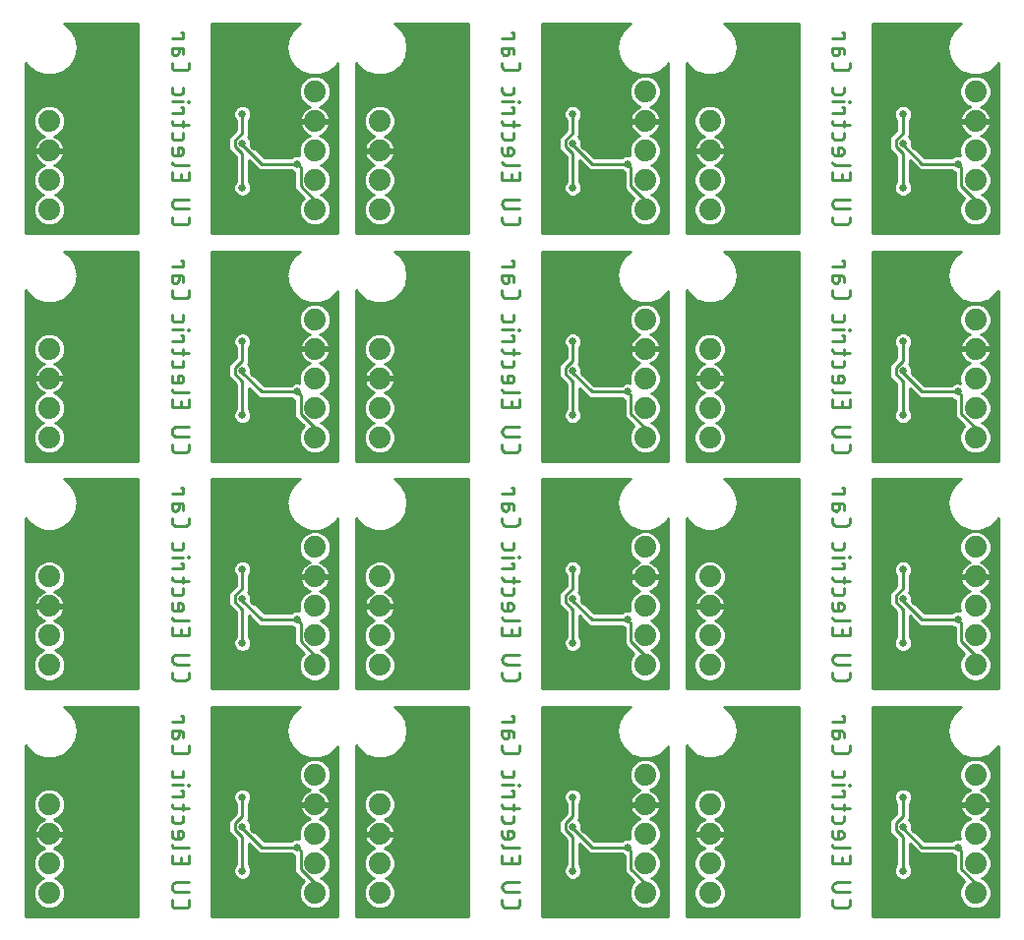
<source format=gbl>
G75*
%MOIN*%
%OFA0B0*%
%FSLAX25Y25*%
%IPPOS*%
%LPD*%
%AMOC8*
5,1,8,0,0,1.08239X$1,22.5*
%
%ADD10C,0.01100*%
%ADD11C,0.07400*%
%ADD12C,0.02600*%
%ADD13C,0.01000*%
D10*
X0080300Y0034991D02*
X0080300Y0036303D01*
X0080300Y0034991D02*
X0080302Y0034920D01*
X0080308Y0034849D01*
X0080317Y0034779D01*
X0080331Y0034709D01*
X0080348Y0034640D01*
X0080369Y0034572D01*
X0080393Y0034506D01*
X0080421Y0034441D01*
X0080453Y0034377D01*
X0080488Y0034315D01*
X0080526Y0034255D01*
X0080567Y0034198D01*
X0080612Y0034142D01*
X0080659Y0034089D01*
X0080709Y0034039D01*
X0080762Y0033992D01*
X0080818Y0033947D01*
X0080875Y0033906D01*
X0080935Y0033868D01*
X0080997Y0033833D01*
X0081061Y0033801D01*
X0081126Y0033773D01*
X0081192Y0033749D01*
X0081260Y0033728D01*
X0081329Y0033711D01*
X0081399Y0033697D01*
X0081469Y0033688D01*
X0081540Y0033682D01*
X0081611Y0033680D01*
X0084889Y0033680D01*
X0084960Y0033682D01*
X0085031Y0033688D01*
X0085101Y0033697D01*
X0085171Y0033711D01*
X0085240Y0033728D01*
X0085308Y0033749D01*
X0085374Y0033773D01*
X0085439Y0033801D01*
X0085503Y0033833D01*
X0085565Y0033868D01*
X0085625Y0033906D01*
X0085682Y0033947D01*
X0085738Y0033992D01*
X0085791Y0034039D01*
X0085841Y0034089D01*
X0085888Y0034142D01*
X0085933Y0034198D01*
X0085974Y0034255D01*
X0086012Y0034315D01*
X0086047Y0034377D01*
X0086079Y0034441D01*
X0086107Y0034506D01*
X0086131Y0034572D01*
X0086152Y0034640D01*
X0086169Y0034709D01*
X0086183Y0034779D01*
X0086192Y0034849D01*
X0086198Y0034920D01*
X0086200Y0034991D01*
X0086200Y0036303D01*
X0086200Y0039037D02*
X0081939Y0039037D01*
X0081860Y0039039D01*
X0081781Y0039045D01*
X0081702Y0039054D01*
X0081624Y0039068D01*
X0081547Y0039085D01*
X0081470Y0039105D01*
X0081395Y0039130D01*
X0081321Y0039158D01*
X0081248Y0039190D01*
X0081177Y0039225D01*
X0081108Y0039263D01*
X0081041Y0039305D01*
X0080976Y0039350D01*
X0080913Y0039398D01*
X0080852Y0039449D01*
X0080794Y0039503D01*
X0080739Y0039560D01*
X0080686Y0039619D01*
X0080637Y0039681D01*
X0080590Y0039745D01*
X0080547Y0039811D01*
X0080507Y0039879D01*
X0080470Y0039950D01*
X0080436Y0040021D01*
X0080407Y0040095D01*
X0080380Y0040170D01*
X0080358Y0040245D01*
X0080339Y0040322D01*
X0080323Y0040400D01*
X0080312Y0040478D01*
X0080304Y0040557D01*
X0080300Y0040636D01*
X0080300Y0040716D01*
X0080304Y0040795D01*
X0080312Y0040874D01*
X0080323Y0040952D01*
X0080339Y0041030D01*
X0080358Y0041107D01*
X0080380Y0041182D01*
X0080407Y0041257D01*
X0080436Y0041331D01*
X0080470Y0041402D01*
X0080507Y0041473D01*
X0080547Y0041541D01*
X0080590Y0041607D01*
X0080637Y0041671D01*
X0080686Y0041733D01*
X0080739Y0041792D01*
X0080794Y0041849D01*
X0080852Y0041903D01*
X0080913Y0041954D01*
X0080976Y0042002D01*
X0081041Y0042047D01*
X0081108Y0042089D01*
X0081177Y0042127D01*
X0081248Y0042162D01*
X0081321Y0042194D01*
X0081395Y0042222D01*
X0081470Y0042247D01*
X0081547Y0042267D01*
X0081624Y0042284D01*
X0081702Y0042298D01*
X0081781Y0042307D01*
X0081860Y0042313D01*
X0081939Y0042315D01*
X0086200Y0042315D01*
X0086200Y0048901D02*
X0080300Y0048901D01*
X0080300Y0051524D01*
X0081283Y0053966D02*
X0086200Y0053966D01*
X0086200Y0051524D02*
X0086200Y0048901D01*
X0083578Y0048901D02*
X0083578Y0050868D01*
X0081283Y0053966D02*
X0081221Y0053968D01*
X0081160Y0053974D01*
X0081099Y0053983D01*
X0081039Y0053997D01*
X0080979Y0054014D01*
X0080921Y0054035D01*
X0080864Y0054060D01*
X0080809Y0054088D01*
X0080756Y0054119D01*
X0080705Y0054154D01*
X0080656Y0054192D01*
X0080610Y0054232D01*
X0080566Y0054276D01*
X0080526Y0054322D01*
X0080488Y0054371D01*
X0080453Y0054422D01*
X0080422Y0054475D01*
X0080394Y0054530D01*
X0080369Y0054587D01*
X0080348Y0054645D01*
X0080331Y0054705D01*
X0080317Y0054765D01*
X0080308Y0054826D01*
X0080302Y0054887D01*
X0080300Y0054949D01*
X0081283Y0057212D02*
X0082922Y0057212D01*
X0082267Y0057212D02*
X0082267Y0059834D01*
X0082922Y0059834D01*
X0082993Y0059832D01*
X0083064Y0059826D01*
X0083134Y0059817D01*
X0083204Y0059803D01*
X0083273Y0059786D01*
X0083341Y0059765D01*
X0083407Y0059741D01*
X0083472Y0059713D01*
X0083536Y0059681D01*
X0083598Y0059646D01*
X0083658Y0059608D01*
X0083715Y0059567D01*
X0083771Y0059522D01*
X0083824Y0059475D01*
X0083874Y0059425D01*
X0083921Y0059372D01*
X0083966Y0059316D01*
X0084007Y0059259D01*
X0084045Y0059199D01*
X0084080Y0059137D01*
X0084112Y0059073D01*
X0084140Y0059008D01*
X0084164Y0058942D01*
X0084185Y0058874D01*
X0084202Y0058805D01*
X0084216Y0058735D01*
X0084225Y0058665D01*
X0084231Y0058594D01*
X0084233Y0058523D01*
X0084231Y0058452D01*
X0084225Y0058381D01*
X0084216Y0058311D01*
X0084202Y0058241D01*
X0084185Y0058172D01*
X0084164Y0058104D01*
X0084140Y0058038D01*
X0084112Y0057973D01*
X0084080Y0057909D01*
X0084045Y0057847D01*
X0084007Y0057787D01*
X0083966Y0057730D01*
X0083921Y0057674D01*
X0083874Y0057621D01*
X0083824Y0057571D01*
X0083771Y0057524D01*
X0083715Y0057479D01*
X0083658Y0057438D01*
X0083598Y0057400D01*
X0083536Y0057365D01*
X0083472Y0057333D01*
X0083407Y0057305D01*
X0083341Y0057281D01*
X0083273Y0057260D01*
X0083204Y0057243D01*
X0083134Y0057229D01*
X0083064Y0057220D01*
X0082993Y0057214D01*
X0082922Y0057212D01*
X0081283Y0057212D02*
X0081221Y0057214D01*
X0081160Y0057220D01*
X0081099Y0057229D01*
X0081039Y0057243D01*
X0080979Y0057260D01*
X0080921Y0057281D01*
X0080864Y0057306D01*
X0080809Y0057334D01*
X0080756Y0057365D01*
X0080705Y0057400D01*
X0080656Y0057438D01*
X0080610Y0057478D01*
X0080566Y0057522D01*
X0080526Y0057568D01*
X0080488Y0057617D01*
X0080453Y0057668D01*
X0080422Y0057721D01*
X0080394Y0057776D01*
X0080369Y0057833D01*
X0080348Y0057891D01*
X0080331Y0057951D01*
X0080317Y0058011D01*
X0080308Y0058072D01*
X0080302Y0058133D01*
X0080300Y0058195D01*
X0080300Y0059834D01*
X0081283Y0062556D02*
X0083250Y0062556D01*
X0083312Y0062558D01*
X0083373Y0062564D01*
X0083434Y0062573D01*
X0083494Y0062587D01*
X0083554Y0062604D01*
X0083612Y0062625D01*
X0083669Y0062650D01*
X0083724Y0062678D01*
X0083777Y0062709D01*
X0083828Y0062744D01*
X0083877Y0062782D01*
X0083923Y0062822D01*
X0083967Y0062866D01*
X0084007Y0062912D01*
X0084045Y0062961D01*
X0084080Y0063012D01*
X0084111Y0063065D01*
X0084139Y0063120D01*
X0084164Y0063177D01*
X0084185Y0063235D01*
X0084202Y0063295D01*
X0084216Y0063355D01*
X0084225Y0063416D01*
X0084231Y0063477D01*
X0084233Y0063539D01*
X0084233Y0064850D01*
X0084233Y0066702D02*
X0084233Y0068668D01*
X0086200Y0067357D02*
X0081283Y0067357D01*
X0081221Y0067359D01*
X0081160Y0067365D01*
X0081099Y0067374D01*
X0081039Y0067388D01*
X0080979Y0067405D01*
X0080921Y0067426D01*
X0080864Y0067451D01*
X0080809Y0067479D01*
X0080756Y0067510D01*
X0080705Y0067545D01*
X0080656Y0067583D01*
X0080610Y0067623D01*
X0080566Y0067667D01*
X0080526Y0067713D01*
X0080488Y0067762D01*
X0080453Y0067813D01*
X0080422Y0067866D01*
X0080394Y0067921D01*
X0080369Y0067978D01*
X0080348Y0068036D01*
X0080331Y0068096D01*
X0080317Y0068156D01*
X0080308Y0068217D01*
X0080302Y0068278D01*
X0080300Y0068340D01*
X0080300Y0068668D01*
X0080300Y0071416D02*
X0084233Y0071416D01*
X0084233Y0073383D01*
X0083578Y0073383D01*
X0084233Y0075344D02*
X0080300Y0075344D01*
X0081283Y0077941D02*
X0083250Y0077941D01*
X0083312Y0077943D01*
X0083373Y0077949D01*
X0083434Y0077958D01*
X0083494Y0077972D01*
X0083554Y0077989D01*
X0083612Y0078010D01*
X0083669Y0078035D01*
X0083724Y0078063D01*
X0083777Y0078094D01*
X0083828Y0078129D01*
X0083877Y0078167D01*
X0083923Y0078207D01*
X0083967Y0078251D01*
X0084007Y0078297D01*
X0084045Y0078346D01*
X0084080Y0078397D01*
X0084111Y0078450D01*
X0084139Y0078505D01*
X0084164Y0078562D01*
X0084185Y0078620D01*
X0084202Y0078680D01*
X0084216Y0078740D01*
X0084225Y0078801D01*
X0084231Y0078862D01*
X0084233Y0078924D01*
X0084233Y0080235D01*
X0081283Y0077941D02*
X0081221Y0077943D01*
X0081160Y0077949D01*
X0081099Y0077958D01*
X0081039Y0077972D01*
X0080979Y0077989D01*
X0080921Y0078010D01*
X0080864Y0078035D01*
X0080809Y0078063D01*
X0080756Y0078094D01*
X0080705Y0078129D01*
X0080656Y0078167D01*
X0080610Y0078207D01*
X0080566Y0078251D01*
X0080526Y0078297D01*
X0080488Y0078346D01*
X0080453Y0078397D01*
X0080422Y0078450D01*
X0080394Y0078505D01*
X0080369Y0078562D01*
X0080348Y0078620D01*
X0080331Y0078680D01*
X0080317Y0078740D01*
X0080308Y0078801D01*
X0080302Y0078862D01*
X0080300Y0078924D01*
X0080300Y0080235D01*
X0085872Y0075508D02*
X0085872Y0075180D01*
X0086200Y0075180D01*
X0086200Y0075508D01*
X0085872Y0075508D01*
X0080300Y0064850D02*
X0080300Y0063539D01*
X0080302Y0063477D01*
X0080308Y0063416D01*
X0080317Y0063355D01*
X0080331Y0063295D01*
X0080348Y0063235D01*
X0080369Y0063177D01*
X0080394Y0063120D01*
X0080422Y0063065D01*
X0080453Y0063012D01*
X0080488Y0062961D01*
X0080526Y0062912D01*
X0080566Y0062866D01*
X0080610Y0062822D01*
X0080656Y0062782D01*
X0080705Y0062744D01*
X0080756Y0062709D01*
X0080809Y0062678D01*
X0080864Y0062650D01*
X0080921Y0062625D01*
X0080979Y0062604D01*
X0081039Y0062587D01*
X0081099Y0062573D01*
X0081160Y0062564D01*
X0081221Y0062558D01*
X0081283Y0062556D01*
X0081611Y0085990D02*
X0084889Y0085990D01*
X0084960Y0085992D01*
X0085031Y0085998D01*
X0085101Y0086007D01*
X0085171Y0086021D01*
X0085240Y0086038D01*
X0085308Y0086059D01*
X0085374Y0086083D01*
X0085439Y0086111D01*
X0085503Y0086143D01*
X0085565Y0086178D01*
X0085625Y0086216D01*
X0085682Y0086257D01*
X0085738Y0086302D01*
X0085791Y0086349D01*
X0085841Y0086399D01*
X0085888Y0086452D01*
X0085933Y0086508D01*
X0085974Y0086565D01*
X0086012Y0086625D01*
X0086047Y0086687D01*
X0086079Y0086751D01*
X0086107Y0086816D01*
X0086131Y0086882D01*
X0086152Y0086950D01*
X0086169Y0087019D01*
X0086183Y0087089D01*
X0086192Y0087159D01*
X0086198Y0087230D01*
X0086200Y0087301D01*
X0086200Y0088612D01*
X0084233Y0091343D02*
X0084233Y0092654D01*
X0084231Y0092716D01*
X0084225Y0092777D01*
X0084216Y0092838D01*
X0084202Y0092898D01*
X0084185Y0092958D01*
X0084164Y0093016D01*
X0084139Y0093073D01*
X0084111Y0093128D01*
X0084080Y0093181D01*
X0084045Y0093232D01*
X0084007Y0093281D01*
X0083967Y0093327D01*
X0083923Y0093371D01*
X0083877Y0093411D01*
X0083828Y0093449D01*
X0083777Y0093484D01*
X0083724Y0093515D01*
X0083669Y0093543D01*
X0083612Y0093568D01*
X0083554Y0093589D01*
X0083494Y0093606D01*
X0083434Y0093620D01*
X0083373Y0093629D01*
X0083312Y0093635D01*
X0083250Y0093637D01*
X0083250Y0093638D02*
X0080300Y0093638D01*
X0080300Y0092163D01*
X0080302Y0092096D01*
X0080308Y0092030D01*
X0080317Y0091964D01*
X0080331Y0091898D01*
X0080348Y0091834D01*
X0080369Y0091771D01*
X0080394Y0091709D01*
X0080422Y0091648D01*
X0080454Y0091590D01*
X0080489Y0091533D01*
X0080527Y0091478D01*
X0080568Y0091426D01*
X0080613Y0091376D01*
X0080660Y0091329D01*
X0080710Y0091284D01*
X0080762Y0091243D01*
X0080817Y0091205D01*
X0080874Y0091170D01*
X0080932Y0091138D01*
X0080993Y0091110D01*
X0081055Y0091085D01*
X0081118Y0091064D01*
X0081182Y0091047D01*
X0081248Y0091033D01*
X0081314Y0091024D01*
X0081380Y0091018D01*
X0081447Y0091016D01*
X0081514Y0091018D01*
X0081580Y0091024D01*
X0081646Y0091033D01*
X0081712Y0091047D01*
X0081776Y0091064D01*
X0081839Y0091085D01*
X0081901Y0091110D01*
X0081962Y0091138D01*
X0082021Y0091170D01*
X0082077Y0091205D01*
X0082132Y0091243D01*
X0082184Y0091284D01*
X0082234Y0091329D01*
X0082281Y0091376D01*
X0082326Y0091426D01*
X0082367Y0091478D01*
X0082405Y0091533D01*
X0082440Y0091590D01*
X0082472Y0091648D01*
X0082500Y0091709D01*
X0082525Y0091771D01*
X0082546Y0091834D01*
X0082563Y0091898D01*
X0082577Y0091964D01*
X0082586Y0092030D01*
X0082592Y0092096D01*
X0082594Y0092163D01*
X0082594Y0093638D01*
X0084233Y0096853D02*
X0080300Y0096853D01*
X0083578Y0098820D02*
X0084233Y0098820D01*
X0084233Y0096853D01*
X0080300Y0088612D02*
X0080300Y0087301D01*
X0080302Y0087230D01*
X0080308Y0087159D01*
X0080317Y0087089D01*
X0080331Y0087019D01*
X0080348Y0086950D01*
X0080369Y0086882D01*
X0080393Y0086816D01*
X0080421Y0086751D01*
X0080453Y0086687D01*
X0080488Y0086625D01*
X0080526Y0086565D01*
X0080567Y0086508D01*
X0080612Y0086452D01*
X0080659Y0086399D01*
X0080709Y0086349D01*
X0080762Y0086302D01*
X0080818Y0086257D01*
X0080875Y0086216D01*
X0080935Y0086178D01*
X0080997Y0086143D01*
X0081061Y0086111D01*
X0081126Y0086083D01*
X0081192Y0086059D01*
X0081260Y0086038D01*
X0081329Y0086021D01*
X0081399Y0086007D01*
X0081469Y0085998D01*
X0081540Y0085992D01*
X0081611Y0085990D01*
X0081611Y0110881D02*
X0084889Y0110881D01*
X0084960Y0110883D01*
X0085031Y0110889D01*
X0085101Y0110898D01*
X0085171Y0110912D01*
X0085240Y0110929D01*
X0085308Y0110950D01*
X0085374Y0110974D01*
X0085439Y0111002D01*
X0085503Y0111034D01*
X0085565Y0111069D01*
X0085625Y0111107D01*
X0085682Y0111148D01*
X0085738Y0111193D01*
X0085791Y0111240D01*
X0085841Y0111290D01*
X0085888Y0111343D01*
X0085933Y0111399D01*
X0085974Y0111456D01*
X0086012Y0111516D01*
X0086047Y0111578D01*
X0086079Y0111642D01*
X0086107Y0111707D01*
X0086131Y0111773D01*
X0086152Y0111841D01*
X0086169Y0111910D01*
X0086183Y0111980D01*
X0086192Y0112050D01*
X0086198Y0112121D01*
X0086200Y0112192D01*
X0086200Y0113503D01*
X0086200Y0116238D02*
X0081939Y0116238D01*
X0081860Y0116240D01*
X0081781Y0116246D01*
X0081702Y0116255D01*
X0081624Y0116269D01*
X0081547Y0116286D01*
X0081470Y0116306D01*
X0081395Y0116331D01*
X0081321Y0116359D01*
X0081248Y0116391D01*
X0081177Y0116426D01*
X0081108Y0116464D01*
X0081041Y0116506D01*
X0080976Y0116551D01*
X0080913Y0116599D01*
X0080852Y0116650D01*
X0080794Y0116704D01*
X0080739Y0116761D01*
X0080686Y0116820D01*
X0080637Y0116882D01*
X0080590Y0116946D01*
X0080547Y0117012D01*
X0080507Y0117080D01*
X0080470Y0117151D01*
X0080436Y0117222D01*
X0080407Y0117296D01*
X0080380Y0117371D01*
X0080358Y0117446D01*
X0080339Y0117523D01*
X0080323Y0117601D01*
X0080312Y0117679D01*
X0080304Y0117758D01*
X0080300Y0117837D01*
X0080300Y0117917D01*
X0080304Y0117996D01*
X0080312Y0118075D01*
X0080323Y0118153D01*
X0080339Y0118231D01*
X0080358Y0118308D01*
X0080380Y0118383D01*
X0080407Y0118458D01*
X0080436Y0118532D01*
X0080470Y0118603D01*
X0080507Y0118674D01*
X0080547Y0118742D01*
X0080590Y0118808D01*
X0080637Y0118872D01*
X0080686Y0118934D01*
X0080739Y0118993D01*
X0080794Y0119050D01*
X0080852Y0119104D01*
X0080913Y0119155D01*
X0080976Y0119203D01*
X0081041Y0119248D01*
X0081108Y0119290D01*
X0081177Y0119328D01*
X0081248Y0119363D01*
X0081321Y0119395D01*
X0081395Y0119423D01*
X0081470Y0119448D01*
X0081547Y0119468D01*
X0081624Y0119485D01*
X0081702Y0119499D01*
X0081781Y0119508D01*
X0081860Y0119514D01*
X0081939Y0119516D01*
X0086200Y0119516D01*
X0080300Y0113503D02*
X0080300Y0112192D01*
X0080302Y0112121D01*
X0080308Y0112050D01*
X0080317Y0111980D01*
X0080331Y0111910D01*
X0080348Y0111841D01*
X0080369Y0111773D01*
X0080393Y0111707D01*
X0080421Y0111642D01*
X0080453Y0111578D01*
X0080488Y0111516D01*
X0080526Y0111456D01*
X0080567Y0111399D01*
X0080612Y0111343D01*
X0080659Y0111290D01*
X0080709Y0111240D01*
X0080762Y0111193D01*
X0080818Y0111148D01*
X0080875Y0111107D01*
X0080935Y0111069D01*
X0080997Y0111034D01*
X0081061Y0111002D01*
X0081126Y0110974D01*
X0081192Y0110950D01*
X0081260Y0110929D01*
X0081329Y0110912D01*
X0081399Y0110898D01*
X0081469Y0110889D01*
X0081540Y0110883D01*
X0081611Y0110881D01*
X0080300Y0126102D02*
X0086200Y0126102D01*
X0086200Y0128724D01*
X0086200Y0131167D02*
X0081283Y0131167D01*
X0081221Y0131169D01*
X0081160Y0131175D01*
X0081099Y0131184D01*
X0081039Y0131198D01*
X0080979Y0131215D01*
X0080921Y0131236D01*
X0080864Y0131261D01*
X0080809Y0131289D01*
X0080756Y0131320D01*
X0080705Y0131355D01*
X0080656Y0131393D01*
X0080610Y0131433D01*
X0080566Y0131477D01*
X0080526Y0131523D01*
X0080488Y0131572D01*
X0080453Y0131623D01*
X0080422Y0131676D01*
X0080394Y0131731D01*
X0080369Y0131788D01*
X0080348Y0131846D01*
X0080331Y0131906D01*
X0080317Y0131966D01*
X0080308Y0132027D01*
X0080302Y0132088D01*
X0080300Y0132150D01*
X0081283Y0134413D02*
X0082922Y0134413D01*
X0082267Y0134413D02*
X0082267Y0137035D01*
X0082922Y0137035D01*
X0082993Y0137033D01*
X0083064Y0137027D01*
X0083134Y0137018D01*
X0083204Y0137004D01*
X0083273Y0136987D01*
X0083341Y0136966D01*
X0083407Y0136942D01*
X0083472Y0136914D01*
X0083536Y0136882D01*
X0083598Y0136847D01*
X0083658Y0136809D01*
X0083715Y0136768D01*
X0083771Y0136723D01*
X0083824Y0136676D01*
X0083874Y0136626D01*
X0083921Y0136573D01*
X0083966Y0136517D01*
X0084007Y0136460D01*
X0084045Y0136400D01*
X0084080Y0136338D01*
X0084112Y0136274D01*
X0084140Y0136209D01*
X0084164Y0136143D01*
X0084185Y0136075D01*
X0084202Y0136006D01*
X0084216Y0135936D01*
X0084225Y0135866D01*
X0084231Y0135795D01*
X0084233Y0135724D01*
X0084231Y0135653D01*
X0084225Y0135582D01*
X0084216Y0135512D01*
X0084202Y0135442D01*
X0084185Y0135373D01*
X0084164Y0135305D01*
X0084140Y0135239D01*
X0084112Y0135174D01*
X0084080Y0135110D01*
X0084045Y0135048D01*
X0084007Y0134988D01*
X0083966Y0134931D01*
X0083921Y0134875D01*
X0083874Y0134822D01*
X0083824Y0134772D01*
X0083771Y0134725D01*
X0083715Y0134680D01*
X0083658Y0134639D01*
X0083598Y0134601D01*
X0083536Y0134566D01*
X0083472Y0134534D01*
X0083407Y0134506D01*
X0083341Y0134482D01*
X0083273Y0134461D01*
X0083204Y0134444D01*
X0083134Y0134430D01*
X0083064Y0134421D01*
X0082993Y0134415D01*
X0082922Y0134413D01*
X0081283Y0134413D02*
X0081221Y0134415D01*
X0081160Y0134421D01*
X0081099Y0134430D01*
X0081039Y0134444D01*
X0080979Y0134461D01*
X0080921Y0134482D01*
X0080864Y0134507D01*
X0080809Y0134535D01*
X0080756Y0134566D01*
X0080705Y0134601D01*
X0080656Y0134639D01*
X0080610Y0134679D01*
X0080566Y0134723D01*
X0080526Y0134769D01*
X0080488Y0134818D01*
X0080453Y0134869D01*
X0080422Y0134922D01*
X0080394Y0134977D01*
X0080369Y0135034D01*
X0080348Y0135092D01*
X0080331Y0135152D01*
X0080317Y0135212D01*
X0080308Y0135273D01*
X0080302Y0135334D01*
X0080300Y0135396D01*
X0080300Y0137035D01*
X0081283Y0139756D02*
X0083250Y0139756D01*
X0083250Y0139757D02*
X0083312Y0139759D01*
X0083373Y0139765D01*
X0083434Y0139774D01*
X0083494Y0139788D01*
X0083554Y0139805D01*
X0083612Y0139826D01*
X0083669Y0139851D01*
X0083724Y0139879D01*
X0083777Y0139910D01*
X0083828Y0139945D01*
X0083877Y0139983D01*
X0083923Y0140023D01*
X0083967Y0140067D01*
X0084007Y0140113D01*
X0084045Y0140162D01*
X0084080Y0140213D01*
X0084111Y0140266D01*
X0084139Y0140321D01*
X0084164Y0140378D01*
X0084185Y0140436D01*
X0084202Y0140496D01*
X0084216Y0140556D01*
X0084225Y0140617D01*
X0084231Y0140678D01*
X0084233Y0140740D01*
X0084233Y0142051D01*
X0084233Y0143902D02*
X0084233Y0145869D01*
X0086200Y0144558D02*
X0081283Y0144558D01*
X0081221Y0144560D01*
X0081160Y0144566D01*
X0081099Y0144575D01*
X0081039Y0144589D01*
X0080979Y0144606D01*
X0080921Y0144627D01*
X0080864Y0144652D01*
X0080809Y0144680D01*
X0080756Y0144711D01*
X0080705Y0144746D01*
X0080656Y0144784D01*
X0080610Y0144824D01*
X0080566Y0144868D01*
X0080526Y0144914D01*
X0080488Y0144963D01*
X0080453Y0145014D01*
X0080422Y0145067D01*
X0080394Y0145122D01*
X0080369Y0145179D01*
X0080348Y0145237D01*
X0080331Y0145297D01*
X0080317Y0145357D01*
X0080308Y0145418D01*
X0080302Y0145479D01*
X0080300Y0145541D01*
X0080300Y0145869D01*
X0080300Y0148617D02*
X0084233Y0148617D01*
X0084233Y0150584D01*
X0083578Y0150584D01*
X0084233Y0152545D02*
X0080300Y0152545D01*
X0081283Y0155142D02*
X0083250Y0155142D01*
X0083312Y0155144D01*
X0083373Y0155150D01*
X0083434Y0155159D01*
X0083494Y0155173D01*
X0083554Y0155190D01*
X0083612Y0155211D01*
X0083669Y0155236D01*
X0083724Y0155264D01*
X0083777Y0155295D01*
X0083828Y0155330D01*
X0083877Y0155368D01*
X0083923Y0155408D01*
X0083967Y0155452D01*
X0084007Y0155498D01*
X0084045Y0155547D01*
X0084080Y0155598D01*
X0084111Y0155651D01*
X0084139Y0155706D01*
X0084164Y0155763D01*
X0084185Y0155821D01*
X0084202Y0155881D01*
X0084216Y0155941D01*
X0084225Y0156002D01*
X0084231Y0156063D01*
X0084233Y0156125D01*
X0084233Y0157436D01*
X0081283Y0155142D02*
X0081221Y0155144D01*
X0081160Y0155150D01*
X0081099Y0155159D01*
X0081039Y0155173D01*
X0080979Y0155190D01*
X0080921Y0155211D01*
X0080864Y0155236D01*
X0080809Y0155264D01*
X0080756Y0155295D01*
X0080705Y0155330D01*
X0080656Y0155368D01*
X0080610Y0155408D01*
X0080566Y0155452D01*
X0080526Y0155498D01*
X0080488Y0155547D01*
X0080453Y0155598D01*
X0080422Y0155651D01*
X0080394Y0155706D01*
X0080369Y0155763D01*
X0080348Y0155821D01*
X0080331Y0155881D01*
X0080317Y0155941D01*
X0080308Y0156002D01*
X0080302Y0156063D01*
X0080300Y0156125D01*
X0080300Y0157436D01*
X0085872Y0152709D02*
X0085872Y0152381D01*
X0086200Y0152381D01*
X0086200Y0152709D01*
X0085872Y0152709D01*
X0080300Y0142051D02*
X0080300Y0140740D01*
X0080302Y0140678D01*
X0080308Y0140617D01*
X0080317Y0140556D01*
X0080331Y0140496D01*
X0080348Y0140436D01*
X0080369Y0140378D01*
X0080394Y0140321D01*
X0080422Y0140266D01*
X0080453Y0140213D01*
X0080488Y0140162D01*
X0080526Y0140113D01*
X0080566Y0140067D01*
X0080610Y0140023D01*
X0080656Y0139983D01*
X0080705Y0139945D01*
X0080756Y0139910D01*
X0080809Y0139879D01*
X0080864Y0139851D01*
X0080921Y0139826D01*
X0080979Y0139805D01*
X0081039Y0139788D01*
X0081099Y0139774D01*
X0081160Y0139765D01*
X0081221Y0139759D01*
X0081283Y0139757D01*
X0080300Y0128724D02*
X0080300Y0126102D01*
X0083578Y0126102D02*
X0083578Y0128069D01*
X0084889Y0163190D02*
X0081611Y0163190D01*
X0081540Y0163192D01*
X0081469Y0163198D01*
X0081399Y0163207D01*
X0081329Y0163221D01*
X0081260Y0163238D01*
X0081192Y0163259D01*
X0081126Y0163283D01*
X0081061Y0163311D01*
X0080997Y0163343D01*
X0080935Y0163378D01*
X0080875Y0163416D01*
X0080818Y0163457D01*
X0080762Y0163502D01*
X0080709Y0163549D01*
X0080659Y0163599D01*
X0080612Y0163652D01*
X0080567Y0163708D01*
X0080526Y0163765D01*
X0080488Y0163825D01*
X0080453Y0163887D01*
X0080421Y0163951D01*
X0080393Y0164016D01*
X0080369Y0164082D01*
X0080348Y0164150D01*
X0080331Y0164219D01*
X0080317Y0164289D01*
X0080308Y0164359D01*
X0080302Y0164430D01*
X0080300Y0164501D01*
X0080300Y0165813D01*
X0080300Y0169363D02*
X0080300Y0170838D01*
X0083250Y0170838D01*
X0082594Y0170838D02*
X0082594Y0169363D01*
X0083250Y0170838D02*
X0083312Y0170836D01*
X0083373Y0170830D01*
X0083434Y0170821D01*
X0083494Y0170807D01*
X0083554Y0170790D01*
X0083612Y0170769D01*
X0083669Y0170744D01*
X0083724Y0170716D01*
X0083777Y0170685D01*
X0083828Y0170650D01*
X0083877Y0170612D01*
X0083923Y0170572D01*
X0083967Y0170528D01*
X0084007Y0170482D01*
X0084045Y0170433D01*
X0084080Y0170382D01*
X0084111Y0170329D01*
X0084139Y0170274D01*
X0084164Y0170217D01*
X0084185Y0170159D01*
X0084202Y0170099D01*
X0084216Y0170039D01*
X0084225Y0169978D01*
X0084231Y0169917D01*
X0084233Y0169855D01*
X0084233Y0168544D01*
X0082594Y0169363D02*
X0082592Y0169296D01*
X0082586Y0169230D01*
X0082577Y0169164D01*
X0082563Y0169098D01*
X0082546Y0169034D01*
X0082525Y0168971D01*
X0082500Y0168909D01*
X0082472Y0168848D01*
X0082440Y0168790D01*
X0082405Y0168733D01*
X0082367Y0168678D01*
X0082326Y0168626D01*
X0082281Y0168576D01*
X0082234Y0168529D01*
X0082184Y0168484D01*
X0082132Y0168443D01*
X0082077Y0168405D01*
X0082021Y0168370D01*
X0081962Y0168338D01*
X0081901Y0168310D01*
X0081839Y0168285D01*
X0081776Y0168264D01*
X0081712Y0168247D01*
X0081646Y0168233D01*
X0081580Y0168224D01*
X0081514Y0168218D01*
X0081447Y0168216D01*
X0081380Y0168218D01*
X0081314Y0168224D01*
X0081248Y0168233D01*
X0081182Y0168247D01*
X0081118Y0168264D01*
X0081055Y0168285D01*
X0080993Y0168310D01*
X0080932Y0168338D01*
X0080874Y0168370D01*
X0080817Y0168405D01*
X0080762Y0168443D01*
X0080710Y0168484D01*
X0080660Y0168529D01*
X0080613Y0168576D01*
X0080568Y0168626D01*
X0080527Y0168678D01*
X0080489Y0168733D01*
X0080454Y0168790D01*
X0080422Y0168848D01*
X0080394Y0168909D01*
X0080369Y0168971D01*
X0080348Y0169034D01*
X0080331Y0169098D01*
X0080317Y0169164D01*
X0080308Y0169230D01*
X0080302Y0169296D01*
X0080300Y0169363D01*
X0086200Y0164501D02*
X0086198Y0164430D01*
X0086192Y0164359D01*
X0086183Y0164289D01*
X0086169Y0164219D01*
X0086152Y0164150D01*
X0086131Y0164082D01*
X0086107Y0164016D01*
X0086079Y0163951D01*
X0086047Y0163887D01*
X0086012Y0163825D01*
X0085974Y0163765D01*
X0085933Y0163708D01*
X0085888Y0163652D01*
X0085841Y0163599D01*
X0085791Y0163549D01*
X0085738Y0163502D01*
X0085682Y0163457D01*
X0085625Y0163416D01*
X0085565Y0163378D01*
X0085503Y0163343D01*
X0085439Y0163311D01*
X0085374Y0163283D01*
X0085308Y0163259D01*
X0085240Y0163238D01*
X0085171Y0163221D01*
X0085101Y0163207D01*
X0085031Y0163198D01*
X0084960Y0163192D01*
X0084889Y0163190D01*
X0086200Y0164501D02*
X0086200Y0165813D01*
X0084233Y0174054D02*
X0080300Y0174054D01*
X0083578Y0176020D02*
X0084233Y0176020D01*
X0084233Y0174054D01*
X0084889Y0188082D02*
X0081611Y0188082D01*
X0081540Y0188084D01*
X0081469Y0188090D01*
X0081399Y0188099D01*
X0081329Y0188113D01*
X0081260Y0188130D01*
X0081192Y0188151D01*
X0081126Y0188175D01*
X0081061Y0188203D01*
X0080997Y0188235D01*
X0080935Y0188270D01*
X0080875Y0188308D01*
X0080818Y0188349D01*
X0080762Y0188394D01*
X0080709Y0188441D01*
X0080659Y0188491D01*
X0080612Y0188544D01*
X0080567Y0188600D01*
X0080526Y0188657D01*
X0080488Y0188717D01*
X0080453Y0188779D01*
X0080421Y0188843D01*
X0080393Y0188908D01*
X0080369Y0188974D01*
X0080348Y0189042D01*
X0080331Y0189111D01*
X0080317Y0189181D01*
X0080308Y0189251D01*
X0080302Y0189322D01*
X0080300Y0189393D01*
X0080300Y0190704D01*
X0081939Y0193439D02*
X0086200Y0193439D01*
X0086200Y0190704D02*
X0086200Y0189393D01*
X0086198Y0189322D01*
X0086192Y0189251D01*
X0086183Y0189181D01*
X0086169Y0189111D01*
X0086152Y0189042D01*
X0086131Y0188974D01*
X0086107Y0188908D01*
X0086079Y0188843D01*
X0086047Y0188779D01*
X0086012Y0188717D01*
X0085974Y0188657D01*
X0085933Y0188600D01*
X0085888Y0188544D01*
X0085841Y0188491D01*
X0085791Y0188441D01*
X0085738Y0188394D01*
X0085682Y0188349D01*
X0085625Y0188308D01*
X0085565Y0188270D01*
X0085503Y0188235D01*
X0085439Y0188203D01*
X0085374Y0188175D01*
X0085308Y0188151D01*
X0085240Y0188130D01*
X0085171Y0188113D01*
X0085101Y0188099D01*
X0085031Y0188090D01*
X0084960Y0188084D01*
X0084889Y0188082D01*
X0081939Y0193439D02*
X0081860Y0193441D01*
X0081781Y0193447D01*
X0081702Y0193456D01*
X0081624Y0193470D01*
X0081547Y0193487D01*
X0081470Y0193507D01*
X0081395Y0193532D01*
X0081321Y0193560D01*
X0081248Y0193592D01*
X0081177Y0193627D01*
X0081108Y0193665D01*
X0081041Y0193707D01*
X0080976Y0193752D01*
X0080913Y0193800D01*
X0080852Y0193851D01*
X0080794Y0193905D01*
X0080739Y0193962D01*
X0080686Y0194021D01*
X0080637Y0194083D01*
X0080590Y0194147D01*
X0080547Y0194213D01*
X0080507Y0194281D01*
X0080470Y0194352D01*
X0080436Y0194423D01*
X0080407Y0194497D01*
X0080380Y0194572D01*
X0080358Y0194647D01*
X0080339Y0194724D01*
X0080323Y0194802D01*
X0080312Y0194880D01*
X0080304Y0194959D01*
X0080300Y0195038D01*
X0080300Y0195118D01*
X0080304Y0195197D01*
X0080312Y0195276D01*
X0080323Y0195354D01*
X0080339Y0195432D01*
X0080358Y0195509D01*
X0080380Y0195584D01*
X0080407Y0195659D01*
X0080436Y0195733D01*
X0080470Y0195804D01*
X0080507Y0195875D01*
X0080547Y0195943D01*
X0080590Y0196009D01*
X0080637Y0196073D01*
X0080686Y0196135D01*
X0080739Y0196194D01*
X0080794Y0196251D01*
X0080852Y0196305D01*
X0080913Y0196356D01*
X0080976Y0196404D01*
X0081041Y0196449D01*
X0081108Y0196491D01*
X0081177Y0196529D01*
X0081248Y0196564D01*
X0081321Y0196596D01*
X0081395Y0196624D01*
X0081470Y0196649D01*
X0081547Y0196669D01*
X0081624Y0196686D01*
X0081702Y0196700D01*
X0081781Y0196709D01*
X0081860Y0196715D01*
X0081939Y0196717D01*
X0086200Y0196717D01*
X0086200Y0203303D02*
X0080300Y0203303D01*
X0080300Y0205925D01*
X0081283Y0208368D02*
X0086200Y0208368D01*
X0086200Y0205925D02*
X0086200Y0203303D01*
X0083578Y0203303D02*
X0083578Y0205270D01*
X0081283Y0208368D02*
X0081221Y0208370D01*
X0081160Y0208376D01*
X0081099Y0208385D01*
X0081039Y0208399D01*
X0080979Y0208416D01*
X0080921Y0208437D01*
X0080864Y0208462D01*
X0080809Y0208490D01*
X0080756Y0208521D01*
X0080705Y0208556D01*
X0080656Y0208594D01*
X0080610Y0208634D01*
X0080566Y0208678D01*
X0080526Y0208724D01*
X0080488Y0208773D01*
X0080453Y0208824D01*
X0080422Y0208877D01*
X0080394Y0208932D01*
X0080369Y0208989D01*
X0080348Y0209047D01*
X0080331Y0209107D01*
X0080317Y0209167D01*
X0080308Y0209228D01*
X0080302Y0209289D01*
X0080300Y0209351D01*
X0081283Y0211613D02*
X0082922Y0211613D01*
X0082267Y0211613D02*
X0082267Y0214236D01*
X0082922Y0214236D01*
X0082922Y0214235D02*
X0082993Y0214233D01*
X0083064Y0214227D01*
X0083134Y0214218D01*
X0083204Y0214204D01*
X0083273Y0214187D01*
X0083341Y0214166D01*
X0083407Y0214142D01*
X0083472Y0214114D01*
X0083536Y0214082D01*
X0083598Y0214047D01*
X0083658Y0214009D01*
X0083715Y0213968D01*
X0083771Y0213923D01*
X0083824Y0213876D01*
X0083874Y0213826D01*
X0083921Y0213773D01*
X0083966Y0213717D01*
X0084007Y0213660D01*
X0084045Y0213600D01*
X0084080Y0213538D01*
X0084112Y0213474D01*
X0084140Y0213409D01*
X0084164Y0213343D01*
X0084185Y0213275D01*
X0084202Y0213206D01*
X0084216Y0213136D01*
X0084225Y0213066D01*
X0084231Y0212995D01*
X0084233Y0212924D01*
X0084231Y0212853D01*
X0084225Y0212782D01*
X0084216Y0212712D01*
X0084202Y0212642D01*
X0084185Y0212573D01*
X0084164Y0212505D01*
X0084140Y0212439D01*
X0084112Y0212374D01*
X0084080Y0212310D01*
X0084045Y0212248D01*
X0084007Y0212188D01*
X0083966Y0212131D01*
X0083921Y0212075D01*
X0083874Y0212022D01*
X0083824Y0211972D01*
X0083771Y0211925D01*
X0083715Y0211880D01*
X0083658Y0211839D01*
X0083598Y0211801D01*
X0083536Y0211766D01*
X0083472Y0211734D01*
X0083407Y0211706D01*
X0083341Y0211682D01*
X0083273Y0211661D01*
X0083204Y0211644D01*
X0083134Y0211630D01*
X0083064Y0211621D01*
X0082993Y0211615D01*
X0082922Y0211613D01*
X0081283Y0211614D02*
X0081221Y0211616D01*
X0081160Y0211622D01*
X0081099Y0211631D01*
X0081039Y0211645D01*
X0080979Y0211662D01*
X0080921Y0211683D01*
X0080864Y0211708D01*
X0080809Y0211736D01*
X0080756Y0211767D01*
X0080705Y0211802D01*
X0080656Y0211840D01*
X0080610Y0211880D01*
X0080566Y0211924D01*
X0080526Y0211970D01*
X0080488Y0212019D01*
X0080453Y0212070D01*
X0080422Y0212123D01*
X0080394Y0212178D01*
X0080369Y0212235D01*
X0080348Y0212293D01*
X0080331Y0212353D01*
X0080317Y0212413D01*
X0080308Y0212474D01*
X0080302Y0212535D01*
X0080300Y0212597D01*
X0080300Y0214236D01*
X0081283Y0216957D02*
X0083250Y0216957D01*
X0083250Y0216958D02*
X0083312Y0216960D01*
X0083373Y0216966D01*
X0083434Y0216975D01*
X0083494Y0216989D01*
X0083554Y0217006D01*
X0083612Y0217027D01*
X0083669Y0217052D01*
X0083724Y0217080D01*
X0083777Y0217111D01*
X0083828Y0217146D01*
X0083877Y0217184D01*
X0083923Y0217224D01*
X0083967Y0217268D01*
X0084007Y0217314D01*
X0084045Y0217363D01*
X0084080Y0217414D01*
X0084111Y0217467D01*
X0084139Y0217522D01*
X0084164Y0217579D01*
X0084185Y0217637D01*
X0084202Y0217697D01*
X0084216Y0217757D01*
X0084225Y0217818D01*
X0084231Y0217879D01*
X0084233Y0217941D01*
X0084233Y0219252D01*
X0084233Y0221103D02*
X0084233Y0223070D01*
X0086200Y0221759D02*
X0081283Y0221759D01*
X0081221Y0221761D01*
X0081160Y0221767D01*
X0081099Y0221776D01*
X0081039Y0221790D01*
X0080979Y0221807D01*
X0080921Y0221828D01*
X0080864Y0221853D01*
X0080809Y0221881D01*
X0080756Y0221912D01*
X0080705Y0221947D01*
X0080656Y0221985D01*
X0080610Y0222025D01*
X0080566Y0222069D01*
X0080526Y0222115D01*
X0080488Y0222164D01*
X0080453Y0222215D01*
X0080422Y0222268D01*
X0080394Y0222323D01*
X0080369Y0222380D01*
X0080348Y0222438D01*
X0080331Y0222498D01*
X0080317Y0222558D01*
X0080308Y0222619D01*
X0080302Y0222680D01*
X0080300Y0222742D01*
X0080300Y0223070D01*
X0080300Y0225818D02*
X0084233Y0225818D01*
X0084233Y0227785D01*
X0083578Y0227785D01*
X0084233Y0229745D02*
X0080300Y0229745D01*
X0081283Y0232342D02*
X0083250Y0232342D01*
X0083250Y0232343D02*
X0083312Y0232345D01*
X0083373Y0232351D01*
X0083434Y0232360D01*
X0083494Y0232374D01*
X0083554Y0232391D01*
X0083612Y0232412D01*
X0083669Y0232437D01*
X0083724Y0232465D01*
X0083777Y0232496D01*
X0083828Y0232531D01*
X0083877Y0232569D01*
X0083923Y0232609D01*
X0083967Y0232653D01*
X0084007Y0232699D01*
X0084045Y0232748D01*
X0084080Y0232799D01*
X0084111Y0232852D01*
X0084139Y0232907D01*
X0084164Y0232964D01*
X0084185Y0233022D01*
X0084202Y0233082D01*
X0084216Y0233142D01*
X0084225Y0233203D01*
X0084231Y0233264D01*
X0084233Y0233326D01*
X0084233Y0234637D01*
X0081283Y0232343D02*
X0081221Y0232345D01*
X0081160Y0232351D01*
X0081099Y0232360D01*
X0081039Y0232374D01*
X0080979Y0232391D01*
X0080921Y0232412D01*
X0080864Y0232437D01*
X0080809Y0232465D01*
X0080756Y0232496D01*
X0080705Y0232531D01*
X0080656Y0232569D01*
X0080610Y0232609D01*
X0080566Y0232653D01*
X0080526Y0232699D01*
X0080488Y0232748D01*
X0080453Y0232799D01*
X0080422Y0232852D01*
X0080394Y0232907D01*
X0080369Y0232964D01*
X0080348Y0233022D01*
X0080331Y0233082D01*
X0080317Y0233142D01*
X0080308Y0233203D01*
X0080302Y0233264D01*
X0080300Y0233326D01*
X0080300Y0234637D01*
X0081611Y0240391D02*
X0084889Y0240391D01*
X0084960Y0240393D01*
X0085031Y0240399D01*
X0085101Y0240408D01*
X0085171Y0240422D01*
X0085240Y0240439D01*
X0085308Y0240460D01*
X0085374Y0240484D01*
X0085439Y0240512D01*
X0085503Y0240544D01*
X0085565Y0240579D01*
X0085625Y0240617D01*
X0085682Y0240658D01*
X0085738Y0240703D01*
X0085791Y0240750D01*
X0085841Y0240800D01*
X0085888Y0240853D01*
X0085933Y0240909D01*
X0085974Y0240966D01*
X0086012Y0241026D01*
X0086047Y0241088D01*
X0086079Y0241152D01*
X0086107Y0241217D01*
X0086131Y0241283D01*
X0086152Y0241351D01*
X0086169Y0241420D01*
X0086183Y0241490D01*
X0086192Y0241560D01*
X0086198Y0241631D01*
X0086200Y0241702D01*
X0086200Y0243013D01*
X0084233Y0245745D02*
X0084233Y0247056D01*
X0084231Y0247118D01*
X0084225Y0247179D01*
X0084216Y0247240D01*
X0084202Y0247300D01*
X0084185Y0247360D01*
X0084164Y0247418D01*
X0084139Y0247475D01*
X0084111Y0247530D01*
X0084080Y0247583D01*
X0084045Y0247634D01*
X0084007Y0247683D01*
X0083967Y0247729D01*
X0083923Y0247773D01*
X0083877Y0247813D01*
X0083828Y0247851D01*
X0083777Y0247886D01*
X0083724Y0247917D01*
X0083669Y0247945D01*
X0083612Y0247970D01*
X0083554Y0247991D01*
X0083494Y0248008D01*
X0083434Y0248022D01*
X0083373Y0248031D01*
X0083312Y0248037D01*
X0083250Y0248039D01*
X0080300Y0248039D01*
X0080300Y0246564D01*
X0080302Y0246497D01*
X0080308Y0246431D01*
X0080317Y0246365D01*
X0080331Y0246299D01*
X0080348Y0246235D01*
X0080369Y0246172D01*
X0080394Y0246110D01*
X0080422Y0246049D01*
X0080454Y0245991D01*
X0080489Y0245934D01*
X0080527Y0245879D01*
X0080568Y0245827D01*
X0080613Y0245777D01*
X0080660Y0245730D01*
X0080710Y0245685D01*
X0080762Y0245644D01*
X0080817Y0245606D01*
X0080874Y0245571D01*
X0080932Y0245539D01*
X0080993Y0245511D01*
X0081055Y0245486D01*
X0081118Y0245465D01*
X0081182Y0245448D01*
X0081248Y0245434D01*
X0081314Y0245425D01*
X0081380Y0245419D01*
X0081447Y0245417D01*
X0081514Y0245419D01*
X0081580Y0245425D01*
X0081646Y0245434D01*
X0081712Y0245448D01*
X0081776Y0245465D01*
X0081839Y0245486D01*
X0081901Y0245511D01*
X0081962Y0245539D01*
X0082021Y0245571D01*
X0082077Y0245606D01*
X0082132Y0245644D01*
X0082184Y0245685D01*
X0082234Y0245730D01*
X0082281Y0245777D01*
X0082326Y0245827D01*
X0082367Y0245879D01*
X0082405Y0245934D01*
X0082440Y0245991D01*
X0082472Y0246049D01*
X0082500Y0246110D01*
X0082525Y0246172D01*
X0082546Y0246235D01*
X0082563Y0246299D01*
X0082577Y0246365D01*
X0082586Y0246431D01*
X0082592Y0246497D01*
X0082594Y0246564D01*
X0082594Y0248039D01*
X0084233Y0251255D02*
X0080300Y0251255D01*
X0083578Y0253221D02*
X0084233Y0253221D01*
X0084233Y0251255D01*
X0080300Y0243013D02*
X0080300Y0241702D01*
X0080302Y0241631D01*
X0080308Y0241560D01*
X0080317Y0241490D01*
X0080331Y0241420D01*
X0080348Y0241351D01*
X0080369Y0241283D01*
X0080393Y0241217D01*
X0080421Y0241152D01*
X0080453Y0241088D01*
X0080488Y0241026D01*
X0080526Y0240966D01*
X0080567Y0240909D01*
X0080612Y0240853D01*
X0080659Y0240800D01*
X0080709Y0240750D01*
X0080762Y0240703D01*
X0080818Y0240658D01*
X0080875Y0240617D01*
X0080935Y0240579D01*
X0080997Y0240544D01*
X0081061Y0240512D01*
X0081126Y0240484D01*
X0081192Y0240460D01*
X0081260Y0240439D01*
X0081329Y0240422D01*
X0081399Y0240408D01*
X0081469Y0240399D01*
X0081540Y0240393D01*
X0081611Y0240391D01*
X0085872Y0229909D02*
X0085872Y0229582D01*
X0086200Y0229582D01*
X0086200Y0229909D01*
X0085872Y0229909D01*
X0080300Y0219252D02*
X0080300Y0217941D01*
X0080302Y0217879D01*
X0080308Y0217818D01*
X0080317Y0217757D01*
X0080331Y0217697D01*
X0080348Y0217637D01*
X0080369Y0217579D01*
X0080394Y0217522D01*
X0080422Y0217467D01*
X0080453Y0217414D01*
X0080488Y0217363D01*
X0080526Y0217314D01*
X0080566Y0217268D01*
X0080610Y0217224D01*
X0080656Y0217184D01*
X0080705Y0217146D01*
X0080756Y0217111D01*
X0080809Y0217080D01*
X0080864Y0217052D01*
X0080921Y0217027D01*
X0080979Y0217006D01*
X0081039Y0216989D01*
X0081099Y0216975D01*
X0081160Y0216966D01*
X0081221Y0216960D01*
X0081283Y0216958D01*
X0081611Y0265283D02*
X0084889Y0265283D01*
X0084960Y0265285D01*
X0085031Y0265291D01*
X0085101Y0265300D01*
X0085171Y0265314D01*
X0085240Y0265331D01*
X0085308Y0265352D01*
X0085374Y0265376D01*
X0085439Y0265404D01*
X0085503Y0265436D01*
X0085565Y0265471D01*
X0085625Y0265509D01*
X0085682Y0265550D01*
X0085738Y0265595D01*
X0085791Y0265642D01*
X0085841Y0265692D01*
X0085888Y0265745D01*
X0085933Y0265801D01*
X0085974Y0265858D01*
X0086012Y0265918D01*
X0086047Y0265980D01*
X0086079Y0266044D01*
X0086107Y0266109D01*
X0086131Y0266175D01*
X0086152Y0266243D01*
X0086169Y0266312D01*
X0086183Y0266382D01*
X0086192Y0266452D01*
X0086198Y0266523D01*
X0086200Y0266594D01*
X0086200Y0267905D01*
X0086200Y0270640D02*
X0081939Y0270640D01*
X0081860Y0270642D01*
X0081781Y0270648D01*
X0081702Y0270657D01*
X0081624Y0270671D01*
X0081547Y0270688D01*
X0081470Y0270708D01*
X0081395Y0270733D01*
X0081321Y0270761D01*
X0081248Y0270793D01*
X0081177Y0270828D01*
X0081108Y0270866D01*
X0081041Y0270908D01*
X0080976Y0270953D01*
X0080913Y0271001D01*
X0080852Y0271052D01*
X0080794Y0271106D01*
X0080739Y0271163D01*
X0080686Y0271222D01*
X0080637Y0271284D01*
X0080590Y0271348D01*
X0080547Y0271414D01*
X0080507Y0271482D01*
X0080470Y0271553D01*
X0080436Y0271624D01*
X0080407Y0271698D01*
X0080380Y0271773D01*
X0080358Y0271848D01*
X0080339Y0271925D01*
X0080323Y0272003D01*
X0080312Y0272081D01*
X0080304Y0272160D01*
X0080300Y0272239D01*
X0080300Y0272319D01*
X0080304Y0272398D01*
X0080312Y0272477D01*
X0080323Y0272555D01*
X0080339Y0272633D01*
X0080358Y0272710D01*
X0080380Y0272785D01*
X0080407Y0272860D01*
X0080436Y0272934D01*
X0080470Y0273005D01*
X0080507Y0273076D01*
X0080547Y0273144D01*
X0080590Y0273210D01*
X0080637Y0273274D01*
X0080686Y0273336D01*
X0080739Y0273395D01*
X0080794Y0273452D01*
X0080852Y0273506D01*
X0080913Y0273557D01*
X0080976Y0273605D01*
X0081041Y0273650D01*
X0081108Y0273692D01*
X0081177Y0273730D01*
X0081248Y0273765D01*
X0081321Y0273797D01*
X0081395Y0273825D01*
X0081470Y0273850D01*
X0081547Y0273870D01*
X0081624Y0273887D01*
X0081702Y0273901D01*
X0081781Y0273910D01*
X0081860Y0273916D01*
X0081939Y0273918D01*
X0081939Y0273917D02*
X0086200Y0273917D01*
X0080300Y0267905D02*
X0080300Y0266594D01*
X0080302Y0266523D01*
X0080308Y0266452D01*
X0080317Y0266382D01*
X0080331Y0266312D01*
X0080348Y0266243D01*
X0080369Y0266175D01*
X0080393Y0266109D01*
X0080421Y0266044D01*
X0080453Y0265980D01*
X0080488Y0265918D01*
X0080526Y0265858D01*
X0080567Y0265801D01*
X0080612Y0265745D01*
X0080659Y0265692D01*
X0080709Y0265642D01*
X0080762Y0265595D01*
X0080818Y0265550D01*
X0080875Y0265509D01*
X0080935Y0265471D01*
X0080997Y0265436D01*
X0081061Y0265404D01*
X0081126Y0265376D01*
X0081192Y0265352D01*
X0081260Y0265331D01*
X0081329Y0265314D01*
X0081399Y0265300D01*
X0081469Y0265291D01*
X0081540Y0265285D01*
X0081611Y0265283D01*
X0080300Y0280504D02*
X0086200Y0280504D01*
X0086200Y0283126D01*
X0086200Y0285568D02*
X0081283Y0285568D01*
X0081283Y0285569D02*
X0081221Y0285571D01*
X0081160Y0285577D01*
X0081099Y0285586D01*
X0081039Y0285600D01*
X0080979Y0285617D01*
X0080921Y0285638D01*
X0080864Y0285663D01*
X0080809Y0285691D01*
X0080756Y0285722D01*
X0080705Y0285757D01*
X0080656Y0285795D01*
X0080610Y0285835D01*
X0080566Y0285879D01*
X0080526Y0285925D01*
X0080488Y0285974D01*
X0080453Y0286025D01*
X0080422Y0286078D01*
X0080394Y0286133D01*
X0080369Y0286190D01*
X0080348Y0286248D01*
X0080331Y0286308D01*
X0080317Y0286368D01*
X0080308Y0286429D01*
X0080302Y0286490D01*
X0080300Y0286552D01*
X0081283Y0288814D02*
X0082922Y0288814D01*
X0082267Y0288814D02*
X0082267Y0291436D01*
X0082922Y0291436D01*
X0082993Y0291434D01*
X0083064Y0291428D01*
X0083134Y0291419D01*
X0083204Y0291405D01*
X0083273Y0291388D01*
X0083341Y0291367D01*
X0083407Y0291343D01*
X0083472Y0291315D01*
X0083536Y0291283D01*
X0083598Y0291248D01*
X0083658Y0291210D01*
X0083715Y0291169D01*
X0083771Y0291124D01*
X0083824Y0291077D01*
X0083874Y0291027D01*
X0083921Y0290974D01*
X0083966Y0290918D01*
X0084007Y0290861D01*
X0084045Y0290801D01*
X0084080Y0290739D01*
X0084112Y0290675D01*
X0084140Y0290610D01*
X0084164Y0290544D01*
X0084185Y0290476D01*
X0084202Y0290407D01*
X0084216Y0290337D01*
X0084225Y0290267D01*
X0084231Y0290196D01*
X0084233Y0290125D01*
X0084231Y0290054D01*
X0084225Y0289983D01*
X0084216Y0289913D01*
X0084202Y0289843D01*
X0084185Y0289774D01*
X0084164Y0289706D01*
X0084140Y0289640D01*
X0084112Y0289575D01*
X0084080Y0289511D01*
X0084045Y0289449D01*
X0084007Y0289389D01*
X0083966Y0289332D01*
X0083921Y0289276D01*
X0083874Y0289223D01*
X0083824Y0289173D01*
X0083771Y0289126D01*
X0083715Y0289081D01*
X0083658Y0289040D01*
X0083598Y0289002D01*
X0083536Y0288967D01*
X0083472Y0288935D01*
X0083407Y0288907D01*
X0083341Y0288883D01*
X0083273Y0288862D01*
X0083204Y0288845D01*
X0083134Y0288831D01*
X0083064Y0288822D01*
X0082993Y0288816D01*
X0082922Y0288814D01*
X0081283Y0288814D02*
X0081221Y0288816D01*
X0081160Y0288822D01*
X0081099Y0288831D01*
X0081039Y0288845D01*
X0080979Y0288862D01*
X0080921Y0288883D01*
X0080864Y0288908D01*
X0080809Y0288936D01*
X0080756Y0288967D01*
X0080705Y0289002D01*
X0080656Y0289040D01*
X0080610Y0289080D01*
X0080566Y0289124D01*
X0080526Y0289170D01*
X0080488Y0289219D01*
X0080453Y0289270D01*
X0080422Y0289323D01*
X0080394Y0289378D01*
X0080369Y0289435D01*
X0080348Y0289493D01*
X0080331Y0289553D01*
X0080317Y0289613D01*
X0080308Y0289674D01*
X0080302Y0289735D01*
X0080300Y0289797D01*
X0080300Y0291436D01*
X0081283Y0294158D02*
X0083250Y0294158D01*
X0083312Y0294160D01*
X0083373Y0294166D01*
X0083434Y0294175D01*
X0083494Y0294189D01*
X0083554Y0294206D01*
X0083612Y0294227D01*
X0083669Y0294252D01*
X0083724Y0294280D01*
X0083777Y0294311D01*
X0083828Y0294346D01*
X0083877Y0294384D01*
X0083923Y0294424D01*
X0083967Y0294468D01*
X0084007Y0294514D01*
X0084045Y0294563D01*
X0084080Y0294614D01*
X0084111Y0294667D01*
X0084139Y0294722D01*
X0084164Y0294779D01*
X0084185Y0294837D01*
X0084202Y0294897D01*
X0084216Y0294957D01*
X0084225Y0295018D01*
X0084231Y0295079D01*
X0084233Y0295141D01*
X0084233Y0296452D01*
X0084233Y0298304D02*
X0084233Y0300271D01*
X0086200Y0298960D02*
X0081283Y0298960D01*
X0081221Y0298962D01*
X0081160Y0298968D01*
X0081099Y0298977D01*
X0081039Y0298991D01*
X0080979Y0299008D01*
X0080921Y0299029D01*
X0080864Y0299054D01*
X0080809Y0299082D01*
X0080756Y0299113D01*
X0080705Y0299148D01*
X0080656Y0299186D01*
X0080610Y0299226D01*
X0080566Y0299270D01*
X0080526Y0299316D01*
X0080488Y0299365D01*
X0080453Y0299416D01*
X0080422Y0299469D01*
X0080394Y0299524D01*
X0080369Y0299581D01*
X0080348Y0299639D01*
X0080331Y0299699D01*
X0080317Y0299759D01*
X0080308Y0299820D01*
X0080302Y0299881D01*
X0080300Y0299943D01*
X0080300Y0300271D01*
X0080300Y0303019D02*
X0084233Y0303019D01*
X0084233Y0304985D01*
X0083578Y0304985D01*
X0084233Y0306946D02*
X0080300Y0306946D01*
X0081283Y0309543D02*
X0083250Y0309543D01*
X0083312Y0309545D01*
X0083373Y0309551D01*
X0083434Y0309560D01*
X0083494Y0309574D01*
X0083554Y0309591D01*
X0083612Y0309612D01*
X0083669Y0309637D01*
X0083724Y0309665D01*
X0083777Y0309696D01*
X0083828Y0309731D01*
X0083877Y0309769D01*
X0083923Y0309809D01*
X0083967Y0309853D01*
X0084007Y0309899D01*
X0084045Y0309948D01*
X0084080Y0309999D01*
X0084111Y0310052D01*
X0084139Y0310107D01*
X0084164Y0310164D01*
X0084185Y0310222D01*
X0084202Y0310282D01*
X0084216Y0310342D01*
X0084225Y0310403D01*
X0084231Y0310464D01*
X0084233Y0310526D01*
X0084233Y0311838D01*
X0081283Y0309543D02*
X0081221Y0309545D01*
X0081160Y0309551D01*
X0081099Y0309560D01*
X0081039Y0309574D01*
X0080979Y0309591D01*
X0080921Y0309612D01*
X0080864Y0309637D01*
X0080809Y0309665D01*
X0080756Y0309696D01*
X0080705Y0309731D01*
X0080656Y0309769D01*
X0080610Y0309809D01*
X0080566Y0309853D01*
X0080526Y0309899D01*
X0080488Y0309948D01*
X0080453Y0309999D01*
X0080422Y0310052D01*
X0080394Y0310107D01*
X0080369Y0310164D01*
X0080348Y0310222D01*
X0080331Y0310282D01*
X0080317Y0310342D01*
X0080308Y0310403D01*
X0080302Y0310464D01*
X0080300Y0310526D01*
X0080300Y0311838D01*
X0081611Y0317592D02*
X0084889Y0317592D01*
X0084960Y0317594D01*
X0085031Y0317600D01*
X0085101Y0317609D01*
X0085171Y0317623D01*
X0085240Y0317640D01*
X0085308Y0317661D01*
X0085374Y0317685D01*
X0085439Y0317713D01*
X0085503Y0317745D01*
X0085565Y0317780D01*
X0085625Y0317818D01*
X0085682Y0317859D01*
X0085738Y0317904D01*
X0085791Y0317951D01*
X0085841Y0318001D01*
X0085888Y0318054D01*
X0085933Y0318110D01*
X0085974Y0318167D01*
X0086012Y0318227D01*
X0086047Y0318289D01*
X0086079Y0318353D01*
X0086107Y0318418D01*
X0086131Y0318484D01*
X0086152Y0318552D01*
X0086169Y0318621D01*
X0086183Y0318691D01*
X0086192Y0318761D01*
X0086198Y0318832D01*
X0086200Y0318903D01*
X0086200Y0320214D01*
X0084233Y0322946D02*
X0084233Y0324257D01*
X0084231Y0324319D01*
X0084225Y0324380D01*
X0084216Y0324441D01*
X0084202Y0324501D01*
X0084185Y0324561D01*
X0084164Y0324619D01*
X0084139Y0324676D01*
X0084111Y0324731D01*
X0084080Y0324784D01*
X0084045Y0324835D01*
X0084007Y0324884D01*
X0083967Y0324930D01*
X0083923Y0324974D01*
X0083877Y0325014D01*
X0083828Y0325052D01*
X0083777Y0325087D01*
X0083724Y0325118D01*
X0083669Y0325146D01*
X0083612Y0325171D01*
X0083554Y0325192D01*
X0083494Y0325209D01*
X0083434Y0325223D01*
X0083373Y0325232D01*
X0083312Y0325238D01*
X0083250Y0325240D01*
X0080300Y0325240D01*
X0080300Y0323765D01*
X0080302Y0323698D01*
X0080308Y0323632D01*
X0080317Y0323566D01*
X0080331Y0323500D01*
X0080348Y0323436D01*
X0080369Y0323373D01*
X0080394Y0323311D01*
X0080422Y0323250D01*
X0080454Y0323192D01*
X0080489Y0323135D01*
X0080527Y0323080D01*
X0080568Y0323028D01*
X0080613Y0322978D01*
X0080660Y0322931D01*
X0080710Y0322886D01*
X0080762Y0322845D01*
X0080817Y0322807D01*
X0080874Y0322772D01*
X0080932Y0322740D01*
X0080993Y0322712D01*
X0081055Y0322687D01*
X0081118Y0322666D01*
X0081182Y0322649D01*
X0081248Y0322635D01*
X0081314Y0322626D01*
X0081380Y0322620D01*
X0081447Y0322618D01*
X0081514Y0322620D01*
X0081580Y0322626D01*
X0081646Y0322635D01*
X0081712Y0322649D01*
X0081776Y0322666D01*
X0081839Y0322687D01*
X0081901Y0322712D01*
X0081962Y0322740D01*
X0082021Y0322772D01*
X0082077Y0322807D01*
X0082132Y0322845D01*
X0082184Y0322886D01*
X0082234Y0322931D01*
X0082281Y0322978D01*
X0082326Y0323028D01*
X0082367Y0323080D01*
X0082405Y0323135D01*
X0082440Y0323192D01*
X0082472Y0323250D01*
X0082500Y0323311D01*
X0082525Y0323373D01*
X0082546Y0323436D01*
X0082563Y0323500D01*
X0082577Y0323566D01*
X0082586Y0323632D01*
X0082592Y0323698D01*
X0082594Y0323765D01*
X0082594Y0325240D01*
X0084233Y0328455D02*
X0080300Y0328455D01*
X0083578Y0330422D02*
X0084233Y0330422D01*
X0084233Y0328455D01*
X0080300Y0320214D02*
X0080300Y0318903D01*
X0080302Y0318832D01*
X0080308Y0318761D01*
X0080317Y0318691D01*
X0080331Y0318621D01*
X0080348Y0318552D01*
X0080369Y0318484D01*
X0080393Y0318418D01*
X0080421Y0318353D01*
X0080453Y0318289D01*
X0080488Y0318227D01*
X0080526Y0318167D01*
X0080567Y0318110D01*
X0080612Y0318054D01*
X0080659Y0318001D01*
X0080709Y0317951D01*
X0080762Y0317904D01*
X0080818Y0317859D01*
X0080875Y0317818D01*
X0080935Y0317780D01*
X0080997Y0317745D01*
X0081061Y0317713D01*
X0081126Y0317685D01*
X0081192Y0317661D01*
X0081260Y0317640D01*
X0081329Y0317623D01*
X0081399Y0317609D01*
X0081469Y0317600D01*
X0081540Y0317594D01*
X0081611Y0317592D01*
X0085872Y0307110D02*
X0085872Y0306782D01*
X0086200Y0306782D01*
X0086200Y0307110D01*
X0085872Y0307110D01*
X0080300Y0296452D02*
X0080300Y0295141D01*
X0080302Y0295079D01*
X0080308Y0295018D01*
X0080317Y0294957D01*
X0080331Y0294897D01*
X0080348Y0294837D01*
X0080369Y0294779D01*
X0080394Y0294722D01*
X0080422Y0294667D01*
X0080453Y0294614D01*
X0080488Y0294563D01*
X0080526Y0294514D01*
X0080566Y0294468D01*
X0080610Y0294424D01*
X0080656Y0294384D01*
X0080705Y0294346D01*
X0080756Y0294311D01*
X0080809Y0294280D01*
X0080864Y0294252D01*
X0080921Y0294227D01*
X0080979Y0294206D01*
X0081039Y0294189D01*
X0081099Y0294175D01*
X0081160Y0294166D01*
X0081221Y0294160D01*
X0081283Y0294158D01*
X0080300Y0283126D02*
X0080300Y0280504D01*
X0083578Y0280504D02*
X0083578Y0282470D01*
X0192221Y0283126D02*
X0192221Y0280504D01*
X0198121Y0280504D01*
X0198121Y0283126D01*
X0198121Y0285568D02*
X0193205Y0285568D01*
X0193205Y0285569D02*
X0193143Y0285571D01*
X0193082Y0285577D01*
X0193021Y0285586D01*
X0192961Y0285600D01*
X0192901Y0285617D01*
X0192843Y0285638D01*
X0192786Y0285663D01*
X0192731Y0285691D01*
X0192678Y0285722D01*
X0192627Y0285757D01*
X0192578Y0285795D01*
X0192532Y0285835D01*
X0192488Y0285879D01*
X0192448Y0285925D01*
X0192410Y0285974D01*
X0192375Y0286025D01*
X0192344Y0286078D01*
X0192316Y0286133D01*
X0192291Y0286190D01*
X0192270Y0286248D01*
X0192253Y0286308D01*
X0192239Y0286368D01*
X0192230Y0286429D01*
X0192224Y0286490D01*
X0192222Y0286552D01*
X0193205Y0288814D02*
X0194844Y0288814D01*
X0194188Y0288814D02*
X0194188Y0291436D01*
X0194844Y0291436D01*
X0194915Y0291434D01*
X0194986Y0291428D01*
X0195056Y0291419D01*
X0195126Y0291405D01*
X0195195Y0291388D01*
X0195263Y0291367D01*
X0195329Y0291343D01*
X0195394Y0291315D01*
X0195458Y0291283D01*
X0195520Y0291248D01*
X0195580Y0291210D01*
X0195637Y0291169D01*
X0195693Y0291124D01*
X0195746Y0291077D01*
X0195796Y0291027D01*
X0195843Y0290974D01*
X0195888Y0290918D01*
X0195929Y0290861D01*
X0195967Y0290801D01*
X0196002Y0290739D01*
X0196034Y0290675D01*
X0196062Y0290610D01*
X0196086Y0290544D01*
X0196107Y0290476D01*
X0196124Y0290407D01*
X0196138Y0290337D01*
X0196147Y0290267D01*
X0196153Y0290196D01*
X0196155Y0290125D01*
X0196153Y0290054D01*
X0196147Y0289983D01*
X0196138Y0289913D01*
X0196124Y0289843D01*
X0196107Y0289774D01*
X0196086Y0289706D01*
X0196062Y0289640D01*
X0196034Y0289575D01*
X0196002Y0289511D01*
X0195967Y0289449D01*
X0195929Y0289389D01*
X0195888Y0289332D01*
X0195843Y0289276D01*
X0195796Y0289223D01*
X0195746Y0289173D01*
X0195693Y0289126D01*
X0195637Y0289081D01*
X0195580Y0289040D01*
X0195520Y0289002D01*
X0195458Y0288967D01*
X0195394Y0288935D01*
X0195329Y0288907D01*
X0195263Y0288883D01*
X0195195Y0288862D01*
X0195126Y0288845D01*
X0195056Y0288831D01*
X0194986Y0288822D01*
X0194915Y0288816D01*
X0194844Y0288814D01*
X0193205Y0288814D02*
X0193143Y0288816D01*
X0193082Y0288822D01*
X0193021Y0288831D01*
X0192961Y0288845D01*
X0192901Y0288862D01*
X0192843Y0288883D01*
X0192786Y0288908D01*
X0192731Y0288936D01*
X0192678Y0288967D01*
X0192627Y0289002D01*
X0192578Y0289040D01*
X0192532Y0289080D01*
X0192488Y0289124D01*
X0192448Y0289170D01*
X0192410Y0289219D01*
X0192375Y0289270D01*
X0192344Y0289323D01*
X0192316Y0289378D01*
X0192291Y0289435D01*
X0192270Y0289493D01*
X0192253Y0289553D01*
X0192239Y0289613D01*
X0192230Y0289674D01*
X0192224Y0289735D01*
X0192222Y0289797D01*
X0192221Y0289797D02*
X0192221Y0291436D01*
X0193205Y0294158D02*
X0195171Y0294158D01*
X0195233Y0294160D01*
X0195294Y0294166D01*
X0195355Y0294175D01*
X0195415Y0294189D01*
X0195475Y0294206D01*
X0195533Y0294227D01*
X0195590Y0294252D01*
X0195645Y0294280D01*
X0195698Y0294311D01*
X0195749Y0294346D01*
X0195798Y0294384D01*
X0195844Y0294424D01*
X0195888Y0294468D01*
X0195928Y0294514D01*
X0195966Y0294563D01*
X0196001Y0294614D01*
X0196032Y0294667D01*
X0196060Y0294722D01*
X0196085Y0294779D01*
X0196106Y0294837D01*
X0196123Y0294897D01*
X0196137Y0294957D01*
X0196146Y0295018D01*
X0196152Y0295079D01*
X0196154Y0295141D01*
X0196155Y0295141D02*
X0196155Y0296452D01*
X0196155Y0298304D02*
X0196155Y0300271D01*
X0198121Y0298960D02*
X0193205Y0298960D01*
X0193143Y0298962D01*
X0193082Y0298968D01*
X0193021Y0298977D01*
X0192961Y0298991D01*
X0192901Y0299008D01*
X0192843Y0299029D01*
X0192786Y0299054D01*
X0192731Y0299082D01*
X0192678Y0299113D01*
X0192627Y0299148D01*
X0192578Y0299186D01*
X0192532Y0299226D01*
X0192488Y0299270D01*
X0192448Y0299316D01*
X0192410Y0299365D01*
X0192375Y0299416D01*
X0192344Y0299469D01*
X0192316Y0299524D01*
X0192291Y0299581D01*
X0192270Y0299639D01*
X0192253Y0299699D01*
X0192239Y0299759D01*
X0192230Y0299820D01*
X0192224Y0299881D01*
X0192222Y0299943D01*
X0192221Y0299943D02*
X0192221Y0300271D01*
X0192221Y0303019D02*
X0196155Y0303019D01*
X0196155Y0304985D01*
X0195499Y0304985D01*
X0196155Y0306946D02*
X0192221Y0306946D01*
X0193205Y0309543D02*
X0195171Y0309543D01*
X0195233Y0309545D01*
X0195294Y0309551D01*
X0195355Y0309560D01*
X0195415Y0309574D01*
X0195475Y0309591D01*
X0195533Y0309612D01*
X0195590Y0309637D01*
X0195645Y0309665D01*
X0195698Y0309696D01*
X0195749Y0309731D01*
X0195798Y0309769D01*
X0195844Y0309809D01*
X0195888Y0309853D01*
X0195928Y0309899D01*
X0195966Y0309948D01*
X0196001Y0309999D01*
X0196032Y0310052D01*
X0196060Y0310107D01*
X0196085Y0310164D01*
X0196106Y0310222D01*
X0196123Y0310282D01*
X0196137Y0310342D01*
X0196146Y0310403D01*
X0196152Y0310464D01*
X0196154Y0310526D01*
X0196155Y0310526D02*
X0196155Y0311838D01*
X0193205Y0309543D02*
X0193143Y0309545D01*
X0193082Y0309551D01*
X0193021Y0309560D01*
X0192961Y0309574D01*
X0192901Y0309591D01*
X0192843Y0309612D01*
X0192786Y0309637D01*
X0192731Y0309665D01*
X0192678Y0309696D01*
X0192627Y0309731D01*
X0192578Y0309769D01*
X0192532Y0309809D01*
X0192488Y0309853D01*
X0192448Y0309899D01*
X0192410Y0309948D01*
X0192375Y0309999D01*
X0192344Y0310052D01*
X0192316Y0310107D01*
X0192291Y0310164D01*
X0192270Y0310222D01*
X0192253Y0310282D01*
X0192239Y0310342D01*
X0192230Y0310403D01*
X0192224Y0310464D01*
X0192222Y0310526D01*
X0192221Y0310526D02*
X0192221Y0311838D01*
X0193532Y0317592D02*
X0196810Y0317592D01*
X0196881Y0317594D01*
X0196952Y0317600D01*
X0197022Y0317609D01*
X0197092Y0317623D01*
X0197161Y0317640D01*
X0197229Y0317661D01*
X0197295Y0317685D01*
X0197360Y0317713D01*
X0197424Y0317745D01*
X0197486Y0317780D01*
X0197546Y0317818D01*
X0197603Y0317859D01*
X0197659Y0317904D01*
X0197712Y0317951D01*
X0197762Y0318001D01*
X0197809Y0318054D01*
X0197854Y0318110D01*
X0197895Y0318167D01*
X0197933Y0318227D01*
X0197968Y0318289D01*
X0198000Y0318353D01*
X0198028Y0318418D01*
X0198052Y0318484D01*
X0198073Y0318552D01*
X0198090Y0318621D01*
X0198104Y0318691D01*
X0198113Y0318761D01*
X0198119Y0318832D01*
X0198121Y0318903D01*
X0198121Y0320214D01*
X0196155Y0322946D02*
X0196155Y0324257D01*
X0196154Y0324257D02*
X0196152Y0324319D01*
X0196146Y0324380D01*
X0196137Y0324441D01*
X0196123Y0324501D01*
X0196106Y0324561D01*
X0196085Y0324619D01*
X0196060Y0324676D01*
X0196032Y0324731D01*
X0196001Y0324784D01*
X0195966Y0324835D01*
X0195928Y0324884D01*
X0195888Y0324930D01*
X0195844Y0324974D01*
X0195798Y0325014D01*
X0195749Y0325052D01*
X0195698Y0325087D01*
X0195645Y0325118D01*
X0195590Y0325146D01*
X0195533Y0325171D01*
X0195475Y0325192D01*
X0195415Y0325209D01*
X0195355Y0325223D01*
X0195294Y0325232D01*
X0195233Y0325238D01*
X0195171Y0325240D01*
X0192221Y0325240D01*
X0192221Y0323765D01*
X0192222Y0323765D02*
X0192224Y0323698D01*
X0192230Y0323632D01*
X0192239Y0323566D01*
X0192253Y0323500D01*
X0192270Y0323436D01*
X0192291Y0323373D01*
X0192316Y0323311D01*
X0192344Y0323250D01*
X0192376Y0323192D01*
X0192411Y0323135D01*
X0192449Y0323080D01*
X0192490Y0323028D01*
X0192535Y0322978D01*
X0192582Y0322931D01*
X0192632Y0322886D01*
X0192684Y0322845D01*
X0192739Y0322807D01*
X0192796Y0322772D01*
X0192854Y0322740D01*
X0192915Y0322712D01*
X0192977Y0322687D01*
X0193040Y0322666D01*
X0193104Y0322649D01*
X0193170Y0322635D01*
X0193236Y0322626D01*
X0193302Y0322620D01*
X0193369Y0322618D01*
X0193436Y0322620D01*
X0193502Y0322626D01*
X0193568Y0322635D01*
X0193634Y0322649D01*
X0193698Y0322666D01*
X0193761Y0322687D01*
X0193823Y0322712D01*
X0193884Y0322740D01*
X0193943Y0322772D01*
X0193999Y0322807D01*
X0194054Y0322845D01*
X0194106Y0322886D01*
X0194156Y0322931D01*
X0194203Y0322978D01*
X0194248Y0323028D01*
X0194289Y0323080D01*
X0194327Y0323135D01*
X0194362Y0323192D01*
X0194394Y0323250D01*
X0194422Y0323311D01*
X0194447Y0323373D01*
X0194468Y0323436D01*
X0194485Y0323500D01*
X0194499Y0323566D01*
X0194508Y0323632D01*
X0194514Y0323698D01*
X0194516Y0323765D01*
X0194516Y0325240D01*
X0196155Y0328455D02*
X0192221Y0328455D01*
X0195499Y0330422D02*
X0196155Y0330422D01*
X0196155Y0328455D01*
X0192221Y0320214D02*
X0192221Y0318903D01*
X0192223Y0318832D01*
X0192229Y0318761D01*
X0192238Y0318691D01*
X0192252Y0318621D01*
X0192269Y0318552D01*
X0192290Y0318484D01*
X0192314Y0318418D01*
X0192342Y0318353D01*
X0192374Y0318289D01*
X0192409Y0318227D01*
X0192447Y0318167D01*
X0192488Y0318110D01*
X0192533Y0318054D01*
X0192580Y0318001D01*
X0192630Y0317951D01*
X0192683Y0317904D01*
X0192739Y0317859D01*
X0192796Y0317818D01*
X0192856Y0317780D01*
X0192918Y0317745D01*
X0192982Y0317713D01*
X0193047Y0317685D01*
X0193113Y0317661D01*
X0193181Y0317640D01*
X0193250Y0317623D01*
X0193320Y0317609D01*
X0193390Y0317600D01*
X0193461Y0317594D01*
X0193532Y0317592D01*
X0197794Y0307110D02*
X0197794Y0306782D01*
X0198121Y0306782D01*
X0198121Y0307110D01*
X0197794Y0307110D01*
X0192221Y0296452D02*
X0192221Y0295141D01*
X0192222Y0295141D02*
X0192224Y0295079D01*
X0192230Y0295018D01*
X0192239Y0294957D01*
X0192253Y0294897D01*
X0192270Y0294837D01*
X0192291Y0294779D01*
X0192316Y0294722D01*
X0192344Y0294667D01*
X0192375Y0294614D01*
X0192410Y0294563D01*
X0192448Y0294514D01*
X0192488Y0294468D01*
X0192532Y0294424D01*
X0192578Y0294384D01*
X0192627Y0294346D01*
X0192678Y0294311D01*
X0192731Y0294280D01*
X0192786Y0294252D01*
X0192843Y0294227D01*
X0192901Y0294206D01*
X0192961Y0294189D01*
X0193021Y0294175D01*
X0193082Y0294166D01*
X0193143Y0294160D01*
X0193205Y0294158D01*
X0195499Y0282470D02*
X0195499Y0280504D01*
X0193860Y0273917D02*
X0198121Y0273917D01*
X0198121Y0270640D02*
X0193860Y0270640D01*
X0193781Y0270642D01*
X0193702Y0270648D01*
X0193623Y0270657D01*
X0193545Y0270671D01*
X0193468Y0270688D01*
X0193391Y0270708D01*
X0193316Y0270733D01*
X0193242Y0270761D01*
X0193169Y0270793D01*
X0193098Y0270828D01*
X0193029Y0270866D01*
X0192962Y0270908D01*
X0192897Y0270953D01*
X0192834Y0271001D01*
X0192773Y0271052D01*
X0192715Y0271106D01*
X0192660Y0271163D01*
X0192607Y0271222D01*
X0192558Y0271284D01*
X0192511Y0271348D01*
X0192468Y0271414D01*
X0192428Y0271482D01*
X0192391Y0271553D01*
X0192357Y0271624D01*
X0192328Y0271698D01*
X0192301Y0271773D01*
X0192279Y0271848D01*
X0192260Y0271925D01*
X0192244Y0272003D01*
X0192233Y0272081D01*
X0192225Y0272160D01*
X0192221Y0272239D01*
X0192221Y0272319D01*
X0192225Y0272398D01*
X0192233Y0272477D01*
X0192244Y0272555D01*
X0192260Y0272633D01*
X0192279Y0272710D01*
X0192301Y0272785D01*
X0192328Y0272860D01*
X0192357Y0272934D01*
X0192391Y0273005D01*
X0192428Y0273076D01*
X0192468Y0273144D01*
X0192511Y0273210D01*
X0192558Y0273274D01*
X0192607Y0273336D01*
X0192660Y0273395D01*
X0192715Y0273452D01*
X0192773Y0273506D01*
X0192834Y0273557D01*
X0192897Y0273605D01*
X0192962Y0273650D01*
X0193029Y0273692D01*
X0193098Y0273730D01*
X0193169Y0273765D01*
X0193242Y0273797D01*
X0193316Y0273825D01*
X0193391Y0273850D01*
X0193468Y0273870D01*
X0193545Y0273887D01*
X0193623Y0273901D01*
X0193702Y0273910D01*
X0193781Y0273916D01*
X0193860Y0273918D01*
X0192221Y0267905D02*
X0192221Y0266594D01*
X0192223Y0266523D01*
X0192229Y0266452D01*
X0192238Y0266382D01*
X0192252Y0266312D01*
X0192269Y0266243D01*
X0192290Y0266175D01*
X0192314Y0266109D01*
X0192342Y0266044D01*
X0192374Y0265980D01*
X0192409Y0265918D01*
X0192447Y0265858D01*
X0192488Y0265801D01*
X0192533Y0265745D01*
X0192580Y0265692D01*
X0192630Y0265642D01*
X0192683Y0265595D01*
X0192739Y0265550D01*
X0192796Y0265509D01*
X0192856Y0265471D01*
X0192918Y0265436D01*
X0192982Y0265404D01*
X0193047Y0265376D01*
X0193113Y0265352D01*
X0193181Y0265331D01*
X0193250Y0265314D01*
X0193320Y0265300D01*
X0193390Y0265291D01*
X0193461Y0265285D01*
X0193532Y0265283D01*
X0196810Y0265283D01*
X0196881Y0265285D01*
X0196952Y0265291D01*
X0197022Y0265300D01*
X0197092Y0265314D01*
X0197161Y0265331D01*
X0197229Y0265352D01*
X0197295Y0265376D01*
X0197360Y0265404D01*
X0197424Y0265436D01*
X0197486Y0265471D01*
X0197546Y0265509D01*
X0197603Y0265550D01*
X0197659Y0265595D01*
X0197712Y0265642D01*
X0197762Y0265692D01*
X0197809Y0265745D01*
X0197854Y0265801D01*
X0197895Y0265858D01*
X0197933Y0265918D01*
X0197968Y0265980D01*
X0198000Y0266044D01*
X0198028Y0266109D01*
X0198052Y0266175D01*
X0198073Y0266243D01*
X0198090Y0266312D01*
X0198104Y0266382D01*
X0198113Y0266452D01*
X0198119Y0266523D01*
X0198121Y0266594D01*
X0198121Y0267905D01*
X0196155Y0253221D02*
X0195499Y0253221D01*
X0196155Y0253221D02*
X0196155Y0251255D01*
X0192221Y0251255D01*
X0192221Y0248039D02*
X0195171Y0248039D01*
X0194516Y0248039D02*
X0194516Y0246564D01*
X0195171Y0248039D02*
X0195233Y0248037D01*
X0195294Y0248031D01*
X0195355Y0248022D01*
X0195415Y0248008D01*
X0195475Y0247991D01*
X0195533Y0247970D01*
X0195590Y0247945D01*
X0195645Y0247917D01*
X0195698Y0247886D01*
X0195749Y0247851D01*
X0195798Y0247813D01*
X0195844Y0247773D01*
X0195888Y0247729D01*
X0195928Y0247683D01*
X0195966Y0247634D01*
X0196001Y0247583D01*
X0196032Y0247530D01*
X0196060Y0247475D01*
X0196085Y0247418D01*
X0196106Y0247360D01*
X0196123Y0247300D01*
X0196137Y0247240D01*
X0196146Y0247179D01*
X0196152Y0247118D01*
X0196154Y0247056D01*
X0196155Y0247056D02*
X0196155Y0245745D01*
X0194516Y0246564D02*
X0194514Y0246497D01*
X0194508Y0246431D01*
X0194499Y0246365D01*
X0194485Y0246299D01*
X0194468Y0246235D01*
X0194447Y0246172D01*
X0194422Y0246110D01*
X0194394Y0246049D01*
X0194362Y0245991D01*
X0194327Y0245934D01*
X0194289Y0245879D01*
X0194248Y0245827D01*
X0194203Y0245777D01*
X0194156Y0245730D01*
X0194106Y0245685D01*
X0194054Y0245644D01*
X0193999Y0245606D01*
X0193943Y0245571D01*
X0193884Y0245539D01*
X0193823Y0245511D01*
X0193761Y0245486D01*
X0193698Y0245465D01*
X0193634Y0245448D01*
X0193568Y0245434D01*
X0193502Y0245425D01*
X0193436Y0245419D01*
X0193369Y0245417D01*
X0193302Y0245419D01*
X0193236Y0245425D01*
X0193170Y0245434D01*
X0193104Y0245448D01*
X0193040Y0245465D01*
X0192977Y0245486D01*
X0192915Y0245511D01*
X0192854Y0245539D01*
X0192796Y0245571D01*
X0192739Y0245606D01*
X0192684Y0245644D01*
X0192632Y0245685D01*
X0192582Y0245730D01*
X0192535Y0245777D01*
X0192490Y0245827D01*
X0192449Y0245879D01*
X0192411Y0245934D01*
X0192376Y0245991D01*
X0192344Y0246049D01*
X0192316Y0246110D01*
X0192291Y0246172D01*
X0192270Y0246235D01*
X0192253Y0246299D01*
X0192239Y0246365D01*
X0192230Y0246431D01*
X0192224Y0246497D01*
X0192222Y0246564D01*
X0192221Y0246564D02*
X0192221Y0248039D01*
X0192221Y0243013D02*
X0192221Y0241702D01*
X0192223Y0241631D01*
X0192229Y0241560D01*
X0192238Y0241490D01*
X0192252Y0241420D01*
X0192269Y0241351D01*
X0192290Y0241283D01*
X0192314Y0241217D01*
X0192342Y0241152D01*
X0192374Y0241088D01*
X0192409Y0241026D01*
X0192447Y0240966D01*
X0192488Y0240909D01*
X0192533Y0240853D01*
X0192580Y0240800D01*
X0192630Y0240750D01*
X0192683Y0240703D01*
X0192739Y0240658D01*
X0192796Y0240617D01*
X0192856Y0240579D01*
X0192918Y0240544D01*
X0192982Y0240512D01*
X0193047Y0240484D01*
X0193113Y0240460D01*
X0193181Y0240439D01*
X0193250Y0240422D01*
X0193320Y0240408D01*
X0193390Y0240399D01*
X0193461Y0240393D01*
X0193532Y0240391D01*
X0196810Y0240391D01*
X0196881Y0240393D01*
X0196952Y0240399D01*
X0197022Y0240408D01*
X0197092Y0240422D01*
X0197161Y0240439D01*
X0197229Y0240460D01*
X0197295Y0240484D01*
X0197360Y0240512D01*
X0197424Y0240544D01*
X0197486Y0240579D01*
X0197546Y0240617D01*
X0197603Y0240658D01*
X0197659Y0240703D01*
X0197712Y0240750D01*
X0197762Y0240800D01*
X0197809Y0240853D01*
X0197854Y0240909D01*
X0197895Y0240966D01*
X0197933Y0241026D01*
X0197968Y0241088D01*
X0198000Y0241152D01*
X0198028Y0241217D01*
X0198052Y0241283D01*
X0198073Y0241351D01*
X0198090Y0241420D01*
X0198104Y0241490D01*
X0198113Y0241560D01*
X0198119Y0241631D01*
X0198121Y0241702D01*
X0198121Y0243013D01*
X0196155Y0234637D02*
X0196155Y0233326D01*
X0196154Y0233326D02*
X0196152Y0233264D01*
X0196146Y0233203D01*
X0196137Y0233142D01*
X0196123Y0233082D01*
X0196106Y0233022D01*
X0196085Y0232964D01*
X0196060Y0232907D01*
X0196032Y0232852D01*
X0196001Y0232799D01*
X0195966Y0232748D01*
X0195928Y0232699D01*
X0195888Y0232653D01*
X0195844Y0232609D01*
X0195798Y0232569D01*
X0195749Y0232531D01*
X0195698Y0232496D01*
X0195645Y0232465D01*
X0195590Y0232437D01*
X0195533Y0232412D01*
X0195475Y0232391D01*
X0195415Y0232374D01*
X0195355Y0232360D01*
X0195294Y0232351D01*
X0195233Y0232345D01*
X0195171Y0232343D01*
X0195171Y0232342D02*
X0193205Y0232342D01*
X0193205Y0232343D02*
X0193143Y0232345D01*
X0193082Y0232351D01*
X0193021Y0232360D01*
X0192961Y0232374D01*
X0192901Y0232391D01*
X0192843Y0232412D01*
X0192786Y0232437D01*
X0192731Y0232465D01*
X0192678Y0232496D01*
X0192627Y0232531D01*
X0192578Y0232569D01*
X0192532Y0232609D01*
X0192488Y0232653D01*
X0192448Y0232699D01*
X0192410Y0232748D01*
X0192375Y0232799D01*
X0192344Y0232852D01*
X0192316Y0232907D01*
X0192291Y0232964D01*
X0192270Y0233022D01*
X0192253Y0233082D01*
X0192239Y0233142D01*
X0192230Y0233203D01*
X0192224Y0233264D01*
X0192222Y0233326D01*
X0192221Y0233326D02*
X0192221Y0234637D01*
X0192221Y0229745D02*
X0196155Y0229745D01*
X0197794Y0229909D02*
X0197794Y0229582D01*
X0198121Y0229582D01*
X0198121Y0229909D01*
X0197794Y0229909D01*
X0196155Y0227785D02*
X0195499Y0227785D01*
X0196155Y0227785D02*
X0196155Y0225818D01*
X0192221Y0225818D01*
X0192221Y0223070D02*
X0192221Y0222742D01*
X0192222Y0222742D02*
X0192224Y0222680D01*
X0192230Y0222619D01*
X0192239Y0222558D01*
X0192253Y0222498D01*
X0192270Y0222438D01*
X0192291Y0222380D01*
X0192316Y0222323D01*
X0192344Y0222268D01*
X0192375Y0222215D01*
X0192410Y0222164D01*
X0192448Y0222115D01*
X0192488Y0222069D01*
X0192532Y0222025D01*
X0192578Y0221985D01*
X0192627Y0221947D01*
X0192678Y0221912D01*
X0192731Y0221881D01*
X0192786Y0221853D01*
X0192843Y0221828D01*
X0192901Y0221807D01*
X0192961Y0221790D01*
X0193021Y0221776D01*
X0193082Y0221767D01*
X0193143Y0221761D01*
X0193205Y0221759D01*
X0198121Y0221759D01*
X0196155Y0221103D02*
X0196155Y0223070D01*
X0196155Y0219252D02*
X0196155Y0217941D01*
X0196154Y0217941D02*
X0196152Y0217879D01*
X0196146Y0217818D01*
X0196137Y0217757D01*
X0196123Y0217697D01*
X0196106Y0217637D01*
X0196085Y0217579D01*
X0196060Y0217522D01*
X0196032Y0217467D01*
X0196001Y0217414D01*
X0195966Y0217363D01*
X0195928Y0217314D01*
X0195888Y0217268D01*
X0195844Y0217224D01*
X0195798Y0217184D01*
X0195749Y0217146D01*
X0195698Y0217111D01*
X0195645Y0217080D01*
X0195590Y0217052D01*
X0195533Y0217027D01*
X0195475Y0217006D01*
X0195415Y0216989D01*
X0195355Y0216975D01*
X0195294Y0216966D01*
X0195233Y0216960D01*
X0195171Y0216958D01*
X0195171Y0216957D02*
X0193205Y0216957D01*
X0193205Y0216958D02*
X0193143Y0216960D01*
X0193082Y0216966D01*
X0193021Y0216975D01*
X0192961Y0216989D01*
X0192901Y0217006D01*
X0192843Y0217027D01*
X0192786Y0217052D01*
X0192731Y0217080D01*
X0192678Y0217111D01*
X0192627Y0217146D01*
X0192578Y0217184D01*
X0192532Y0217224D01*
X0192488Y0217268D01*
X0192448Y0217314D01*
X0192410Y0217363D01*
X0192375Y0217414D01*
X0192344Y0217467D01*
X0192316Y0217522D01*
X0192291Y0217579D01*
X0192270Y0217637D01*
X0192253Y0217697D01*
X0192239Y0217757D01*
X0192230Y0217818D01*
X0192224Y0217879D01*
X0192222Y0217941D01*
X0192221Y0217941D02*
X0192221Y0219252D01*
X0192221Y0214236D02*
X0192221Y0212597D01*
X0192222Y0212597D02*
X0192224Y0212535D01*
X0192230Y0212474D01*
X0192239Y0212413D01*
X0192253Y0212353D01*
X0192270Y0212293D01*
X0192291Y0212235D01*
X0192316Y0212178D01*
X0192344Y0212123D01*
X0192375Y0212070D01*
X0192410Y0212019D01*
X0192448Y0211970D01*
X0192488Y0211924D01*
X0192532Y0211880D01*
X0192578Y0211840D01*
X0192627Y0211802D01*
X0192678Y0211767D01*
X0192731Y0211736D01*
X0192786Y0211708D01*
X0192843Y0211683D01*
X0192901Y0211662D01*
X0192961Y0211645D01*
X0193021Y0211631D01*
X0193082Y0211622D01*
X0193143Y0211616D01*
X0193205Y0211614D01*
X0193205Y0211613D02*
X0194844Y0211613D01*
X0194188Y0211613D02*
X0194188Y0214236D01*
X0194844Y0214236D01*
X0194844Y0214235D02*
X0194915Y0214233D01*
X0194986Y0214227D01*
X0195056Y0214218D01*
X0195126Y0214204D01*
X0195195Y0214187D01*
X0195263Y0214166D01*
X0195329Y0214142D01*
X0195394Y0214114D01*
X0195458Y0214082D01*
X0195520Y0214047D01*
X0195580Y0214009D01*
X0195637Y0213968D01*
X0195693Y0213923D01*
X0195746Y0213876D01*
X0195796Y0213826D01*
X0195843Y0213773D01*
X0195888Y0213717D01*
X0195929Y0213660D01*
X0195967Y0213600D01*
X0196002Y0213538D01*
X0196034Y0213474D01*
X0196062Y0213409D01*
X0196086Y0213343D01*
X0196107Y0213275D01*
X0196124Y0213206D01*
X0196138Y0213136D01*
X0196147Y0213066D01*
X0196153Y0212995D01*
X0196155Y0212924D01*
X0196153Y0212853D01*
X0196147Y0212782D01*
X0196138Y0212712D01*
X0196124Y0212642D01*
X0196107Y0212573D01*
X0196086Y0212505D01*
X0196062Y0212439D01*
X0196034Y0212374D01*
X0196002Y0212310D01*
X0195967Y0212248D01*
X0195929Y0212188D01*
X0195888Y0212131D01*
X0195843Y0212075D01*
X0195796Y0212022D01*
X0195746Y0211972D01*
X0195693Y0211925D01*
X0195637Y0211880D01*
X0195580Y0211839D01*
X0195520Y0211801D01*
X0195458Y0211766D01*
X0195394Y0211734D01*
X0195329Y0211706D01*
X0195263Y0211682D01*
X0195195Y0211661D01*
X0195126Y0211644D01*
X0195056Y0211630D01*
X0194986Y0211621D01*
X0194915Y0211615D01*
X0194844Y0211613D01*
X0192222Y0209351D02*
X0192224Y0209289D01*
X0192230Y0209228D01*
X0192239Y0209167D01*
X0192253Y0209107D01*
X0192270Y0209047D01*
X0192291Y0208989D01*
X0192316Y0208932D01*
X0192344Y0208877D01*
X0192375Y0208824D01*
X0192410Y0208773D01*
X0192448Y0208724D01*
X0192488Y0208678D01*
X0192532Y0208634D01*
X0192578Y0208594D01*
X0192627Y0208556D01*
X0192678Y0208521D01*
X0192731Y0208490D01*
X0192786Y0208462D01*
X0192843Y0208437D01*
X0192901Y0208416D01*
X0192961Y0208399D01*
X0193021Y0208385D01*
X0193082Y0208376D01*
X0193143Y0208370D01*
X0193205Y0208368D01*
X0198121Y0208368D01*
X0198121Y0205925D02*
X0198121Y0203303D01*
X0192221Y0203303D01*
X0192221Y0205925D01*
X0195499Y0205270D02*
X0195499Y0203303D01*
X0193860Y0196717D02*
X0198121Y0196717D01*
X0198121Y0193439D02*
X0193860Y0193439D01*
X0193781Y0193441D01*
X0193702Y0193447D01*
X0193623Y0193456D01*
X0193545Y0193470D01*
X0193468Y0193487D01*
X0193391Y0193507D01*
X0193316Y0193532D01*
X0193242Y0193560D01*
X0193169Y0193592D01*
X0193098Y0193627D01*
X0193029Y0193665D01*
X0192962Y0193707D01*
X0192897Y0193752D01*
X0192834Y0193800D01*
X0192773Y0193851D01*
X0192715Y0193905D01*
X0192660Y0193962D01*
X0192607Y0194021D01*
X0192558Y0194083D01*
X0192511Y0194147D01*
X0192468Y0194213D01*
X0192428Y0194281D01*
X0192391Y0194352D01*
X0192357Y0194423D01*
X0192328Y0194497D01*
X0192301Y0194572D01*
X0192279Y0194647D01*
X0192260Y0194724D01*
X0192244Y0194802D01*
X0192233Y0194880D01*
X0192225Y0194959D01*
X0192221Y0195038D01*
X0192221Y0195118D01*
X0192225Y0195197D01*
X0192233Y0195276D01*
X0192244Y0195354D01*
X0192260Y0195432D01*
X0192279Y0195509D01*
X0192301Y0195584D01*
X0192328Y0195659D01*
X0192357Y0195733D01*
X0192391Y0195804D01*
X0192428Y0195875D01*
X0192468Y0195943D01*
X0192511Y0196009D01*
X0192558Y0196073D01*
X0192607Y0196135D01*
X0192660Y0196194D01*
X0192715Y0196251D01*
X0192773Y0196305D01*
X0192834Y0196356D01*
X0192897Y0196404D01*
X0192962Y0196449D01*
X0193029Y0196491D01*
X0193098Y0196529D01*
X0193169Y0196564D01*
X0193242Y0196596D01*
X0193316Y0196624D01*
X0193391Y0196649D01*
X0193468Y0196669D01*
X0193545Y0196686D01*
X0193623Y0196700D01*
X0193702Y0196709D01*
X0193781Y0196715D01*
X0193860Y0196717D01*
X0192221Y0190704D02*
X0192221Y0189393D01*
X0192223Y0189322D01*
X0192229Y0189251D01*
X0192238Y0189181D01*
X0192252Y0189111D01*
X0192269Y0189042D01*
X0192290Y0188974D01*
X0192314Y0188908D01*
X0192342Y0188843D01*
X0192374Y0188779D01*
X0192409Y0188717D01*
X0192447Y0188657D01*
X0192488Y0188600D01*
X0192533Y0188544D01*
X0192580Y0188491D01*
X0192630Y0188441D01*
X0192683Y0188394D01*
X0192739Y0188349D01*
X0192796Y0188308D01*
X0192856Y0188270D01*
X0192918Y0188235D01*
X0192982Y0188203D01*
X0193047Y0188175D01*
X0193113Y0188151D01*
X0193181Y0188130D01*
X0193250Y0188113D01*
X0193320Y0188099D01*
X0193390Y0188090D01*
X0193461Y0188084D01*
X0193532Y0188082D01*
X0196810Y0188082D01*
X0196881Y0188084D01*
X0196952Y0188090D01*
X0197022Y0188099D01*
X0197092Y0188113D01*
X0197161Y0188130D01*
X0197229Y0188151D01*
X0197295Y0188175D01*
X0197360Y0188203D01*
X0197424Y0188235D01*
X0197486Y0188270D01*
X0197546Y0188308D01*
X0197603Y0188349D01*
X0197659Y0188394D01*
X0197712Y0188441D01*
X0197762Y0188491D01*
X0197809Y0188544D01*
X0197854Y0188600D01*
X0197895Y0188657D01*
X0197933Y0188717D01*
X0197968Y0188779D01*
X0198000Y0188843D01*
X0198028Y0188908D01*
X0198052Y0188974D01*
X0198073Y0189042D01*
X0198090Y0189111D01*
X0198104Y0189181D01*
X0198113Y0189251D01*
X0198119Y0189322D01*
X0198121Y0189393D01*
X0198121Y0190704D01*
X0196155Y0176020D02*
X0195499Y0176020D01*
X0196155Y0176020D02*
X0196155Y0174054D01*
X0192221Y0174054D01*
X0192221Y0170838D02*
X0195171Y0170838D01*
X0194516Y0170838D02*
X0194516Y0169363D01*
X0195171Y0170838D02*
X0195233Y0170836D01*
X0195294Y0170830D01*
X0195355Y0170821D01*
X0195415Y0170807D01*
X0195475Y0170790D01*
X0195533Y0170769D01*
X0195590Y0170744D01*
X0195645Y0170716D01*
X0195698Y0170685D01*
X0195749Y0170650D01*
X0195798Y0170612D01*
X0195844Y0170572D01*
X0195888Y0170528D01*
X0195928Y0170482D01*
X0195966Y0170433D01*
X0196001Y0170382D01*
X0196032Y0170329D01*
X0196060Y0170274D01*
X0196085Y0170217D01*
X0196106Y0170159D01*
X0196123Y0170099D01*
X0196137Y0170039D01*
X0196146Y0169978D01*
X0196152Y0169917D01*
X0196154Y0169855D01*
X0196155Y0169855D02*
X0196155Y0168544D01*
X0194516Y0169363D02*
X0194514Y0169296D01*
X0194508Y0169230D01*
X0194499Y0169164D01*
X0194485Y0169098D01*
X0194468Y0169034D01*
X0194447Y0168971D01*
X0194422Y0168909D01*
X0194394Y0168848D01*
X0194362Y0168790D01*
X0194327Y0168733D01*
X0194289Y0168678D01*
X0194248Y0168626D01*
X0194203Y0168576D01*
X0194156Y0168529D01*
X0194106Y0168484D01*
X0194054Y0168443D01*
X0193999Y0168405D01*
X0193943Y0168370D01*
X0193884Y0168338D01*
X0193823Y0168310D01*
X0193761Y0168285D01*
X0193698Y0168264D01*
X0193634Y0168247D01*
X0193568Y0168233D01*
X0193502Y0168224D01*
X0193436Y0168218D01*
X0193369Y0168216D01*
X0193302Y0168218D01*
X0193236Y0168224D01*
X0193170Y0168233D01*
X0193104Y0168247D01*
X0193040Y0168264D01*
X0192977Y0168285D01*
X0192915Y0168310D01*
X0192854Y0168338D01*
X0192796Y0168370D01*
X0192739Y0168405D01*
X0192684Y0168443D01*
X0192632Y0168484D01*
X0192582Y0168529D01*
X0192535Y0168576D01*
X0192490Y0168626D01*
X0192449Y0168678D01*
X0192411Y0168733D01*
X0192376Y0168790D01*
X0192344Y0168848D01*
X0192316Y0168909D01*
X0192291Y0168971D01*
X0192270Y0169034D01*
X0192253Y0169098D01*
X0192239Y0169164D01*
X0192230Y0169230D01*
X0192224Y0169296D01*
X0192222Y0169363D01*
X0192221Y0169363D02*
X0192221Y0170838D01*
X0192221Y0165813D02*
X0192221Y0164501D01*
X0192223Y0164430D01*
X0192229Y0164359D01*
X0192238Y0164289D01*
X0192252Y0164219D01*
X0192269Y0164150D01*
X0192290Y0164082D01*
X0192314Y0164016D01*
X0192342Y0163951D01*
X0192374Y0163887D01*
X0192409Y0163825D01*
X0192447Y0163765D01*
X0192488Y0163708D01*
X0192533Y0163652D01*
X0192580Y0163599D01*
X0192630Y0163549D01*
X0192683Y0163502D01*
X0192739Y0163457D01*
X0192796Y0163416D01*
X0192856Y0163378D01*
X0192918Y0163343D01*
X0192982Y0163311D01*
X0193047Y0163283D01*
X0193113Y0163259D01*
X0193181Y0163238D01*
X0193250Y0163221D01*
X0193320Y0163207D01*
X0193390Y0163198D01*
X0193461Y0163192D01*
X0193532Y0163190D01*
X0196810Y0163190D01*
X0196881Y0163192D01*
X0196952Y0163198D01*
X0197022Y0163207D01*
X0197092Y0163221D01*
X0197161Y0163238D01*
X0197229Y0163259D01*
X0197295Y0163283D01*
X0197360Y0163311D01*
X0197424Y0163343D01*
X0197486Y0163378D01*
X0197546Y0163416D01*
X0197603Y0163457D01*
X0197659Y0163502D01*
X0197712Y0163549D01*
X0197762Y0163599D01*
X0197809Y0163652D01*
X0197854Y0163708D01*
X0197895Y0163765D01*
X0197933Y0163825D01*
X0197968Y0163887D01*
X0198000Y0163951D01*
X0198028Y0164016D01*
X0198052Y0164082D01*
X0198073Y0164150D01*
X0198090Y0164219D01*
X0198104Y0164289D01*
X0198113Y0164359D01*
X0198119Y0164430D01*
X0198121Y0164501D01*
X0198121Y0165813D01*
X0196155Y0157436D02*
X0196155Y0156125D01*
X0196154Y0156125D02*
X0196152Y0156063D01*
X0196146Y0156002D01*
X0196137Y0155941D01*
X0196123Y0155881D01*
X0196106Y0155821D01*
X0196085Y0155763D01*
X0196060Y0155706D01*
X0196032Y0155651D01*
X0196001Y0155598D01*
X0195966Y0155547D01*
X0195928Y0155498D01*
X0195888Y0155452D01*
X0195844Y0155408D01*
X0195798Y0155368D01*
X0195749Y0155330D01*
X0195698Y0155295D01*
X0195645Y0155264D01*
X0195590Y0155236D01*
X0195533Y0155211D01*
X0195475Y0155190D01*
X0195415Y0155173D01*
X0195355Y0155159D01*
X0195294Y0155150D01*
X0195233Y0155144D01*
X0195171Y0155142D01*
X0193205Y0155142D01*
X0193143Y0155144D01*
X0193082Y0155150D01*
X0193021Y0155159D01*
X0192961Y0155173D01*
X0192901Y0155190D01*
X0192843Y0155211D01*
X0192786Y0155236D01*
X0192731Y0155264D01*
X0192678Y0155295D01*
X0192627Y0155330D01*
X0192578Y0155368D01*
X0192532Y0155408D01*
X0192488Y0155452D01*
X0192448Y0155498D01*
X0192410Y0155547D01*
X0192375Y0155598D01*
X0192344Y0155651D01*
X0192316Y0155706D01*
X0192291Y0155763D01*
X0192270Y0155821D01*
X0192253Y0155881D01*
X0192239Y0155941D01*
X0192230Y0156002D01*
X0192224Y0156063D01*
X0192222Y0156125D01*
X0192221Y0156125D02*
X0192221Y0157436D01*
X0192221Y0152545D02*
X0196155Y0152545D01*
X0197794Y0152709D02*
X0197794Y0152381D01*
X0198121Y0152381D01*
X0198121Y0152709D01*
X0197794Y0152709D01*
X0196155Y0150584D02*
X0195499Y0150584D01*
X0196155Y0150584D02*
X0196155Y0148617D01*
X0192221Y0148617D01*
X0192221Y0145869D02*
X0192221Y0145541D01*
X0192222Y0145541D02*
X0192224Y0145479D01*
X0192230Y0145418D01*
X0192239Y0145357D01*
X0192253Y0145297D01*
X0192270Y0145237D01*
X0192291Y0145179D01*
X0192316Y0145122D01*
X0192344Y0145067D01*
X0192375Y0145014D01*
X0192410Y0144963D01*
X0192448Y0144914D01*
X0192488Y0144868D01*
X0192532Y0144824D01*
X0192578Y0144784D01*
X0192627Y0144746D01*
X0192678Y0144711D01*
X0192731Y0144680D01*
X0192786Y0144652D01*
X0192843Y0144627D01*
X0192901Y0144606D01*
X0192961Y0144589D01*
X0193021Y0144575D01*
X0193082Y0144566D01*
X0193143Y0144560D01*
X0193205Y0144558D01*
X0198121Y0144558D01*
X0196155Y0143902D02*
X0196155Y0145869D01*
X0196155Y0142051D02*
X0196155Y0140740D01*
X0196154Y0140740D02*
X0196152Y0140678D01*
X0196146Y0140617D01*
X0196137Y0140556D01*
X0196123Y0140496D01*
X0196106Y0140436D01*
X0196085Y0140378D01*
X0196060Y0140321D01*
X0196032Y0140266D01*
X0196001Y0140213D01*
X0195966Y0140162D01*
X0195928Y0140113D01*
X0195888Y0140067D01*
X0195844Y0140023D01*
X0195798Y0139983D01*
X0195749Y0139945D01*
X0195698Y0139910D01*
X0195645Y0139879D01*
X0195590Y0139851D01*
X0195533Y0139826D01*
X0195475Y0139805D01*
X0195415Y0139788D01*
X0195355Y0139774D01*
X0195294Y0139765D01*
X0195233Y0139759D01*
X0195171Y0139757D01*
X0195171Y0139756D02*
X0193205Y0139756D01*
X0193205Y0139757D02*
X0193143Y0139759D01*
X0193082Y0139765D01*
X0193021Y0139774D01*
X0192961Y0139788D01*
X0192901Y0139805D01*
X0192843Y0139826D01*
X0192786Y0139851D01*
X0192731Y0139879D01*
X0192678Y0139910D01*
X0192627Y0139945D01*
X0192578Y0139983D01*
X0192532Y0140023D01*
X0192488Y0140067D01*
X0192448Y0140113D01*
X0192410Y0140162D01*
X0192375Y0140213D01*
X0192344Y0140266D01*
X0192316Y0140321D01*
X0192291Y0140378D01*
X0192270Y0140436D01*
X0192253Y0140496D01*
X0192239Y0140556D01*
X0192230Y0140617D01*
X0192224Y0140678D01*
X0192222Y0140740D01*
X0192221Y0140740D02*
X0192221Y0142051D01*
X0192221Y0137035D02*
X0192221Y0135396D01*
X0192222Y0135396D02*
X0192224Y0135334D01*
X0192230Y0135273D01*
X0192239Y0135212D01*
X0192253Y0135152D01*
X0192270Y0135092D01*
X0192291Y0135034D01*
X0192316Y0134977D01*
X0192344Y0134922D01*
X0192375Y0134869D01*
X0192410Y0134818D01*
X0192448Y0134769D01*
X0192488Y0134723D01*
X0192532Y0134679D01*
X0192578Y0134639D01*
X0192627Y0134601D01*
X0192678Y0134566D01*
X0192731Y0134535D01*
X0192786Y0134507D01*
X0192843Y0134482D01*
X0192901Y0134461D01*
X0192961Y0134444D01*
X0193021Y0134430D01*
X0193082Y0134421D01*
X0193143Y0134415D01*
X0193205Y0134413D01*
X0194844Y0134413D01*
X0194188Y0134413D02*
X0194188Y0137035D01*
X0194844Y0137035D01*
X0194915Y0137033D01*
X0194986Y0137027D01*
X0195056Y0137018D01*
X0195126Y0137004D01*
X0195195Y0136987D01*
X0195263Y0136966D01*
X0195329Y0136942D01*
X0195394Y0136914D01*
X0195458Y0136882D01*
X0195520Y0136847D01*
X0195580Y0136809D01*
X0195637Y0136768D01*
X0195693Y0136723D01*
X0195746Y0136676D01*
X0195796Y0136626D01*
X0195843Y0136573D01*
X0195888Y0136517D01*
X0195929Y0136460D01*
X0195967Y0136400D01*
X0196002Y0136338D01*
X0196034Y0136274D01*
X0196062Y0136209D01*
X0196086Y0136143D01*
X0196107Y0136075D01*
X0196124Y0136006D01*
X0196138Y0135936D01*
X0196147Y0135866D01*
X0196153Y0135795D01*
X0196155Y0135724D01*
X0196153Y0135653D01*
X0196147Y0135582D01*
X0196138Y0135512D01*
X0196124Y0135442D01*
X0196107Y0135373D01*
X0196086Y0135305D01*
X0196062Y0135239D01*
X0196034Y0135174D01*
X0196002Y0135110D01*
X0195967Y0135048D01*
X0195929Y0134988D01*
X0195888Y0134931D01*
X0195843Y0134875D01*
X0195796Y0134822D01*
X0195746Y0134772D01*
X0195693Y0134725D01*
X0195637Y0134680D01*
X0195580Y0134639D01*
X0195520Y0134601D01*
X0195458Y0134566D01*
X0195394Y0134534D01*
X0195329Y0134506D01*
X0195263Y0134482D01*
X0195195Y0134461D01*
X0195126Y0134444D01*
X0195056Y0134430D01*
X0194986Y0134421D01*
X0194915Y0134415D01*
X0194844Y0134413D01*
X0192222Y0132150D02*
X0192224Y0132088D01*
X0192230Y0132027D01*
X0192239Y0131966D01*
X0192253Y0131906D01*
X0192270Y0131846D01*
X0192291Y0131788D01*
X0192316Y0131731D01*
X0192344Y0131676D01*
X0192375Y0131623D01*
X0192410Y0131572D01*
X0192448Y0131523D01*
X0192488Y0131477D01*
X0192532Y0131433D01*
X0192578Y0131393D01*
X0192627Y0131355D01*
X0192678Y0131320D01*
X0192731Y0131289D01*
X0192786Y0131261D01*
X0192843Y0131236D01*
X0192901Y0131215D01*
X0192961Y0131198D01*
X0193021Y0131184D01*
X0193082Y0131175D01*
X0193143Y0131169D01*
X0193205Y0131167D01*
X0198121Y0131167D01*
X0198121Y0128724D02*
X0198121Y0126102D01*
X0192221Y0126102D01*
X0192221Y0128724D01*
X0195499Y0128069D02*
X0195499Y0126102D01*
X0193860Y0119516D02*
X0198121Y0119516D01*
X0198121Y0116238D02*
X0193860Y0116238D01*
X0193781Y0116240D01*
X0193702Y0116246D01*
X0193623Y0116255D01*
X0193545Y0116269D01*
X0193468Y0116286D01*
X0193391Y0116306D01*
X0193316Y0116331D01*
X0193242Y0116359D01*
X0193169Y0116391D01*
X0193098Y0116426D01*
X0193029Y0116464D01*
X0192962Y0116506D01*
X0192897Y0116551D01*
X0192834Y0116599D01*
X0192773Y0116650D01*
X0192715Y0116704D01*
X0192660Y0116761D01*
X0192607Y0116820D01*
X0192558Y0116882D01*
X0192511Y0116946D01*
X0192468Y0117012D01*
X0192428Y0117080D01*
X0192391Y0117151D01*
X0192357Y0117222D01*
X0192328Y0117296D01*
X0192301Y0117371D01*
X0192279Y0117446D01*
X0192260Y0117523D01*
X0192244Y0117601D01*
X0192233Y0117679D01*
X0192225Y0117758D01*
X0192221Y0117837D01*
X0192221Y0117917D01*
X0192225Y0117996D01*
X0192233Y0118075D01*
X0192244Y0118153D01*
X0192260Y0118231D01*
X0192279Y0118308D01*
X0192301Y0118383D01*
X0192328Y0118458D01*
X0192357Y0118532D01*
X0192391Y0118603D01*
X0192428Y0118674D01*
X0192468Y0118742D01*
X0192511Y0118808D01*
X0192558Y0118872D01*
X0192607Y0118934D01*
X0192660Y0118993D01*
X0192715Y0119050D01*
X0192773Y0119104D01*
X0192834Y0119155D01*
X0192897Y0119203D01*
X0192962Y0119248D01*
X0193029Y0119290D01*
X0193098Y0119328D01*
X0193169Y0119363D01*
X0193242Y0119395D01*
X0193316Y0119423D01*
X0193391Y0119448D01*
X0193468Y0119468D01*
X0193545Y0119485D01*
X0193623Y0119499D01*
X0193702Y0119508D01*
X0193781Y0119514D01*
X0193860Y0119516D01*
X0192221Y0113503D02*
X0192221Y0112192D01*
X0192223Y0112121D01*
X0192229Y0112050D01*
X0192238Y0111980D01*
X0192252Y0111910D01*
X0192269Y0111841D01*
X0192290Y0111773D01*
X0192314Y0111707D01*
X0192342Y0111642D01*
X0192374Y0111578D01*
X0192409Y0111516D01*
X0192447Y0111456D01*
X0192488Y0111399D01*
X0192533Y0111343D01*
X0192580Y0111290D01*
X0192630Y0111240D01*
X0192683Y0111193D01*
X0192739Y0111148D01*
X0192796Y0111107D01*
X0192856Y0111069D01*
X0192918Y0111034D01*
X0192982Y0111002D01*
X0193047Y0110974D01*
X0193113Y0110950D01*
X0193181Y0110929D01*
X0193250Y0110912D01*
X0193320Y0110898D01*
X0193390Y0110889D01*
X0193461Y0110883D01*
X0193532Y0110881D01*
X0196810Y0110881D01*
X0196881Y0110883D01*
X0196952Y0110889D01*
X0197022Y0110898D01*
X0197092Y0110912D01*
X0197161Y0110929D01*
X0197229Y0110950D01*
X0197295Y0110974D01*
X0197360Y0111002D01*
X0197424Y0111034D01*
X0197486Y0111069D01*
X0197546Y0111107D01*
X0197603Y0111148D01*
X0197659Y0111193D01*
X0197712Y0111240D01*
X0197762Y0111290D01*
X0197809Y0111343D01*
X0197854Y0111399D01*
X0197895Y0111456D01*
X0197933Y0111516D01*
X0197968Y0111578D01*
X0198000Y0111642D01*
X0198028Y0111707D01*
X0198052Y0111773D01*
X0198073Y0111841D01*
X0198090Y0111910D01*
X0198104Y0111980D01*
X0198113Y0112050D01*
X0198119Y0112121D01*
X0198121Y0112192D01*
X0198121Y0113503D01*
X0196155Y0098820D02*
X0195499Y0098820D01*
X0196155Y0098820D02*
X0196155Y0096853D01*
X0192221Y0096853D01*
X0192221Y0093638D02*
X0195171Y0093638D01*
X0194516Y0093638D02*
X0194516Y0092163D01*
X0195171Y0093637D02*
X0195233Y0093635D01*
X0195294Y0093629D01*
X0195355Y0093620D01*
X0195415Y0093606D01*
X0195475Y0093589D01*
X0195533Y0093568D01*
X0195590Y0093543D01*
X0195645Y0093515D01*
X0195698Y0093484D01*
X0195749Y0093449D01*
X0195798Y0093411D01*
X0195844Y0093371D01*
X0195888Y0093327D01*
X0195928Y0093281D01*
X0195966Y0093232D01*
X0196001Y0093181D01*
X0196032Y0093128D01*
X0196060Y0093073D01*
X0196085Y0093016D01*
X0196106Y0092958D01*
X0196123Y0092898D01*
X0196137Y0092838D01*
X0196146Y0092777D01*
X0196152Y0092716D01*
X0196154Y0092654D01*
X0196155Y0092654D02*
X0196155Y0091343D01*
X0194516Y0092163D02*
X0194514Y0092096D01*
X0194508Y0092030D01*
X0194499Y0091964D01*
X0194485Y0091898D01*
X0194468Y0091834D01*
X0194447Y0091771D01*
X0194422Y0091709D01*
X0194394Y0091648D01*
X0194362Y0091590D01*
X0194327Y0091533D01*
X0194289Y0091478D01*
X0194248Y0091426D01*
X0194203Y0091376D01*
X0194156Y0091329D01*
X0194106Y0091284D01*
X0194054Y0091243D01*
X0193999Y0091205D01*
X0193943Y0091170D01*
X0193884Y0091138D01*
X0193823Y0091110D01*
X0193761Y0091085D01*
X0193698Y0091064D01*
X0193634Y0091047D01*
X0193568Y0091033D01*
X0193502Y0091024D01*
X0193436Y0091018D01*
X0193369Y0091016D01*
X0193302Y0091018D01*
X0193236Y0091024D01*
X0193170Y0091033D01*
X0193104Y0091047D01*
X0193040Y0091064D01*
X0192977Y0091085D01*
X0192915Y0091110D01*
X0192854Y0091138D01*
X0192796Y0091170D01*
X0192739Y0091205D01*
X0192684Y0091243D01*
X0192632Y0091284D01*
X0192582Y0091329D01*
X0192535Y0091376D01*
X0192490Y0091426D01*
X0192449Y0091478D01*
X0192411Y0091533D01*
X0192376Y0091590D01*
X0192344Y0091648D01*
X0192316Y0091709D01*
X0192291Y0091771D01*
X0192270Y0091834D01*
X0192253Y0091898D01*
X0192239Y0091964D01*
X0192230Y0092030D01*
X0192224Y0092096D01*
X0192222Y0092163D01*
X0192221Y0092163D02*
X0192221Y0093638D01*
X0192221Y0088612D02*
X0192221Y0087301D01*
X0192223Y0087230D01*
X0192229Y0087159D01*
X0192238Y0087089D01*
X0192252Y0087019D01*
X0192269Y0086950D01*
X0192290Y0086882D01*
X0192314Y0086816D01*
X0192342Y0086751D01*
X0192374Y0086687D01*
X0192409Y0086625D01*
X0192447Y0086565D01*
X0192488Y0086508D01*
X0192533Y0086452D01*
X0192580Y0086399D01*
X0192630Y0086349D01*
X0192683Y0086302D01*
X0192739Y0086257D01*
X0192796Y0086216D01*
X0192856Y0086178D01*
X0192918Y0086143D01*
X0192982Y0086111D01*
X0193047Y0086083D01*
X0193113Y0086059D01*
X0193181Y0086038D01*
X0193250Y0086021D01*
X0193320Y0086007D01*
X0193390Y0085998D01*
X0193461Y0085992D01*
X0193532Y0085990D01*
X0196810Y0085990D01*
X0196881Y0085992D01*
X0196952Y0085998D01*
X0197022Y0086007D01*
X0197092Y0086021D01*
X0197161Y0086038D01*
X0197229Y0086059D01*
X0197295Y0086083D01*
X0197360Y0086111D01*
X0197424Y0086143D01*
X0197486Y0086178D01*
X0197546Y0086216D01*
X0197603Y0086257D01*
X0197659Y0086302D01*
X0197712Y0086349D01*
X0197762Y0086399D01*
X0197809Y0086452D01*
X0197854Y0086508D01*
X0197895Y0086565D01*
X0197933Y0086625D01*
X0197968Y0086687D01*
X0198000Y0086751D01*
X0198028Y0086816D01*
X0198052Y0086882D01*
X0198073Y0086950D01*
X0198090Y0087019D01*
X0198104Y0087089D01*
X0198113Y0087159D01*
X0198119Y0087230D01*
X0198121Y0087301D01*
X0198121Y0088612D01*
X0196155Y0080235D02*
X0196155Y0078924D01*
X0196154Y0078924D02*
X0196152Y0078862D01*
X0196146Y0078801D01*
X0196137Y0078740D01*
X0196123Y0078680D01*
X0196106Y0078620D01*
X0196085Y0078562D01*
X0196060Y0078505D01*
X0196032Y0078450D01*
X0196001Y0078397D01*
X0195966Y0078346D01*
X0195928Y0078297D01*
X0195888Y0078251D01*
X0195844Y0078207D01*
X0195798Y0078167D01*
X0195749Y0078129D01*
X0195698Y0078094D01*
X0195645Y0078063D01*
X0195590Y0078035D01*
X0195533Y0078010D01*
X0195475Y0077989D01*
X0195415Y0077972D01*
X0195355Y0077958D01*
X0195294Y0077949D01*
X0195233Y0077943D01*
X0195171Y0077941D01*
X0193205Y0077941D01*
X0193143Y0077943D01*
X0193082Y0077949D01*
X0193021Y0077958D01*
X0192961Y0077972D01*
X0192901Y0077989D01*
X0192843Y0078010D01*
X0192786Y0078035D01*
X0192731Y0078063D01*
X0192678Y0078094D01*
X0192627Y0078129D01*
X0192578Y0078167D01*
X0192532Y0078207D01*
X0192488Y0078251D01*
X0192448Y0078297D01*
X0192410Y0078346D01*
X0192375Y0078397D01*
X0192344Y0078450D01*
X0192316Y0078505D01*
X0192291Y0078562D01*
X0192270Y0078620D01*
X0192253Y0078680D01*
X0192239Y0078740D01*
X0192230Y0078801D01*
X0192224Y0078862D01*
X0192222Y0078924D01*
X0192221Y0078924D02*
X0192221Y0080235D01*
X0192221Y0075344D02*
X0196155Y0075344D01*
X0197794Y0075508D02*
X0197794Y0075180D01*
X0198121Y0075180D01*
X0198121Y0075508D01*
X0197794Y0075508D01*
X0196155Y0073383D02*
X0195499Y0073383D01*
X0196155Y0073383D02*
X0196155Y0071416D01*
X0192221Y0071416D01*
X0192221Y0068668D02*
X0192221Y0068340D01*
X0192222Y0068340D02*
X0192224Y0068278D01*
X0192230Y0068217D01*
X0192239Y0068156D01*
X0192253Y0068096D01*
X0192270Y0068036D01*
X0192291Y0067978D01*
X0192316Y0067921D01*
X0192344Y0067866D01*
X0192375Y0067813D01*
X0192410Y0067762D01*
X0192448Y0067713D01*
X0192488Y0067667D01*
X0192532Y0067623D01*
X0192578Y0067583D01*
X0192627Y0067545D01*
X0192678Y0067510D01*
X0192731Y0067479D01*
X0192786Y0067451D01*
X0192843Y0067426D01*
X0192901Y0067405D01*
X0192961Y0067388D01*
X0193021Y0067374D01*
X0193082Y0067365D01*
X0193143Y0067359D01*
X0193205Y0067357D01*
X0198121Y0067357D01*
X0196155Y0066702D02*
X0196155Y0068668D01*
X0196155Y0064850D02*
X0196155Y0063539D01*
X0196154Y0063539D02*
X0196152Y0063477D01*
X0196146Y0063416D01*
X0196137Y0063355D01*
X0196123Y0063295D01*
X0196106Y0063235D01*
X0196085Y0063177D01*
X0196060Y0063120D01*
X0196032Y0063065D01*
X0196001Y0063012D01*
X0195966Y0062961D01*
X0195928Y0062912D01*
X0195888Y0062866D01*
X0195844Y0062822D01*
X0195798Y0062782D01*
X0195749Y0062744D01*
X0195698Y0062709D01*
X0195645Y0062678D01*
X0195590Y0062650D01*
X0195533Y0062625D01*
X0195475Y0062604D01*
X0195415Y0062587D01*
X0195355Y0062573D01*
X0195294Y0062564D01*
X0195233Y0062558D01*
X0195171Y0062556D01*
X0193205Y0062556D01*
X0193143Y0062558D01*
X0193082Y0062564D01*
X0193021Y0062573D01*
X0192961Y0062587D01*
X0192901Y0062604D01*
X0192843Y0062625D01*
X0192786Y0062650D01*
X0192731Y0062678D01*
X0192678Y0062709D01*
X0192627Y0062744D01*
X0192578Y0062782D01*
X0192532Y0062822D01*
X0192488Y0062866D01*
X0192448Y0062912D01*
X0192410Y0062961D01*
X0192375Y0063012D01*
X0192344Y0063065D01*
X0192316Y0063120D01*
X0192291Y0063177D01*
X0192270Y0063235D01*
X0192253Y0063295D01*
X0192239Y0063355D01*
X0192230Y0063416D01*
X0192224Y0063477D01*
X0192222Y0063539D01*
X0192221Y0063539D02*
X0192221Y0064850D01*
X0192221Y0059834D02*
X0192221Y0058195D01*
X0192222Y0058195D02*
X0192224Y0058133D01*
X0192230Y0058072D01*
X0192239Y0058011D01*
X0192253Y0057951D01*
X0192270Y0057891D01*
X0192291Y0057833D01*
X0192316Y0057776D01*
X0192344Y0057721D01*
X0192375Y0057668D01*
X0192410Y0057617D01*
X0192448Y0057568D01*
X0192488Y0057522D01*
X0192532Y0057478D01*
X0192578Y0057438D01*
X0192627Y0057400D01*
X0192678Y0057365D01*
X0192731Y0057334D01*
X0192786Y0057306D01*
X0192843Y0057281D01*
X0192901Y0057260D01*
X0192961Y0057243D01*
X0193021Y0057229D01*
X0193082Y0057220D01*
X0193143Y0057214D01*
X0193205Y0057212D01*
X0194844Y0057212D01*
X0194188Y0057212D02*
X0194188Y0059834D01*
X0194844Y0059834D01*
X0194915Y0059832D01*
X0194986Y0059826D01*
X0195056Y0059817D01*
X0195126Y0059803D01*
X0195195Y0059786D01*
X0195263Y0059765D01*
X0195329Y0059741D01*
X0195394Y0059713D01*
X0195458Y0059681D01*
X0195520Y0059646D01*
X0195580Y0059608D01*
X0195637Y0059567D01*
X0195693Y0059522D01*
X0195746Y0059475D01*
X0195796Y0059425D01*
X0195843Y0059372D01*
X0195888Y0059316D01*
X0195929Y0059259D01*
X0195967Y0059199D01*
X0196002Y0059137D01*
X0196034Y0059073D01*
X0196062Y0059008D01*
X0196086Y0058942D01*
X0196107Y0058874D01*
X0196124Y0058805D01*
X0196138Y0058735D01*
X0196147Y0058665D01*
X0196153Y0058594D01*
X0196155Y0058523D01*
X0196153Y0058452D01*
X0196147Y0058381D01*
X0196138Y0058311D01*
X0196124Y0058241D01*
X0196107Y0058172D01*
X0196086Y0058104D01*
X0196062Y0058038D01*
X0196034Y0057973D01*
X0196002Y0057909D01*
X0195967Y0057847D01*
X0195929Y0057787D01*
X0195888Y0057730D01*
X0195843Y0057674D01*
X0195796Y0057621D01*
X0195746Y0057571D01*
X0195693Y0057524D01*
X0195637Y0057479D01*
X0195580Y0057438D01*
X0195520Y0057400D01*
X0195458Y0057365D01*
X0195394Y0057333D01*
X0195329Y0057305D01*
X0195263Y0057281D01*
X0195195Y0057260D01*
X0195126Y0057243D01*
X0195056Y0057229D01*
X0194986Y0057220D01*
X0194915Y0057214D01*
X0194844Y0057212D01*
X0192222Y0054949D02*
X0192224Y0054887D01*
X0192230Y0054826D01*
X0192239Y0054765D01*
X0192253Y0054705D01*
X0192270Y0054645D01*
X0192291Y0054587D01*
X0192316Y0054530D01*
X0192344Y0054475D01*
X0192375Y0054422D01*
X0192410Y0054371D01*
X0192448Y0054322D01*
X0192488Y0054276D01*
X0192532Y0054232D01*
X0192578Y0054192D01*
X0192627Y0054154D01*
X0192678Y0054119D01*
X0192731Y0054088D01*
X0192786Y0054060D01*
X0192843Y0054035D01*
X0192901Y0054014D01*
X0192961Y0053997D01*
X0193021Y0053983D01*
X0193082Y0053974D01*
X0193143Y0053968D01*
X0193205Y0053966D01*
X0198121Y0053966D01*
X0198121Y0051524D02*
X0198121Y0048901D01*
X0192221Y0048901D01*
X0192221Y0051524D01*
X0195499Y0050868D02*
X0195499Y0048901D01*
X0193860Y0042315D02*
X0198121Y0042315D01*
X0198121Y0039037D02*
X0193860Y0039037D01*
X0193781Y0039039D01*
X0193702Y0039045D01*
X0193623Y0039054D01*
X0193545Y0039068D01*
X0193468Y0039085D01*
X0193391Y0039105D01*
X0193316Y0039130D01*
X0193242Y0039158D01*
X0193169Y0039190D01*
X0193098Y0039225D01*
X0193029Y0039263D01*
X0192962Y0039305D01*
X0192897Y0039350D01*
X0192834Y0039398D01*
X0192773Y0039449D01*
X0192715Y0039503D01*
X0192660Y0039560D01*
X0192607Y0039619D01*
X0192558Y0039681D01*
X0192511Y0039745D01*
X0192468Y0039811D01*
X0192428Y0039879D01*
X0192391Y0039950D01*
X0192357Y0040021D01*
X0192328Y0040095D01*
X0192301Y0040170D01*
X0192279Y0040245D01*
X0192260Y0040322D01*
X0192244Y0040400D01*
X0192233Y0040478D01*
X0192225Y0040557D01*
X0192221Y0040636D01*
X0192221Y0040716D01*
X0192225Y0040795D01*
X0192233Y0040874D01*
X0192244Y0040952D01*
X0192260Y0041030D01*
X0192279Y0041107D01*
X0192301Y0041182D01*
X0192328Y0041257D01*
X0192357Y0041331D01*
X0192391Y0041402D01*
X0192428Y0041473D01*
X0192468Y0041541D01*
X0192511Y0041607D01*
X0192558Y0041671D01*
X0192607Y0041733D01*
X0192660Y0041792D01*
X0192715Y0041849D01*
X0192773Y0041903D01*
X0192834Y0041954D01*
X0192897Y0042002D01*
X0192962Y0042047D01*
X0193029Y0042089D01*
X0193098Y0042127D01*
X0193169Y0042162D01*
X0193242Y0042194D01*
X0193316Y0042222D01*
X0193391Y0042247D01*
X0193468Y0042267D01*
X0193545Y0042284D01*
X0193623Y0042298D01*
X0193702Y0042307D01*
X0193781Y0042313D01*
X0193860Y0042315D01*
X0192221Y0036303D02*
X0192221Y0034991D01*
X0192223Y0034920D01*
X0192229Y0034849D01*
X0192238Y0034779D01*
X0192252Y0034709D01*
X0192269Y0034640D01*
X0192290Y0034572D01*
X0192314Y0034506D01*
X0192342Y0034441D01*
X0192374Y0034377D01*
X0192409Y0034315D01*
X0192447Y0034255D01*
X0192488Y0034198D01*
X0192533Y0034142D01*
X0192580Y0034089D01*
X0192630Y0034039D01*
X0192683Y0033992D01*
X0192739Y0033947D01*
X0192796Y0033906D01*
X0192856Y0033868D01*
X0192918Y0033833D01*
X0192982Y0033801D01*
X0193047Y0033773D01*
X0193113Y0033749D01*
X0193181Y0033728D01*
X0193250Y0033711D01*
X0193320Y0033697D01*
X0193390Y0033688D01*
X0193461Y0033682D01*
X0193532Y0033680D01*
X0196810Y0033680D01*
X0196881Y0033682D01*
X0196952Y0033688D01*
X0197022Y0033697D01*
X0197092Y0033711D01*
X0197161Y0033728D01*
X0197229Y0033749D01*
X0197295Y0033773D01*
X0197360Y0033801D01*
X0197424Y0033833D01*
X0197486Y0033868D01*
X0197546Y0033906D01*
X0197603Y0033947D01*
X0197659Y0033992D01*
X0197712Y0034039D01*
X0197762Y0034089D01*
X0197809Y0034142D01*
X0197854Y0034198D01*
X0197895Y0034255D01*
X0197933Y0034315D01*
X0197968Y0034377D01*
X0198000Y0034441D01*
X0198028Y0034506D01*
X0198052Y0034572D01*
X0198073Y0034640D01*
X0198090Y0034709D01*
X0198104Y0034779D01*
X0198113Y0034849D01*
X0198119Y0034920D01*
X0198121Y0034991D01*
X0198121Y0036303D01*
X0304142Y0036303D02*
X0304142Y0034991D01*
X0304143Y0034991D02*
X0304145Y0034920D01*
X0304151Y0034849D01*
X0304160Y0034779D01*
X0304174Y0034709D01*
X0304191Y0034640D01*
X0304212Y0034572D01*
X0304236Y0034506D01*
X0304264Y0034441D01*
X0304296Y0034377D01*
X0304331Y0034315D01*
X0304369Y0034255D01*
X0304410Y0034198D01*
X0304455Y0034142D01*
X0304502Y0034089D01*
X0304552Y0034039D01*
X0304605Y0033992D01*
X0304661Y0033947D01*
X0304718Y0033906D01*
X0304778Y0033868D01*
X0304840Y0033833D01*
X0304904Y0033801D01*
X0304969Y0033773D01*
X0305035Y0033749D01*
X0305103Y0033728D01*
X0305172Y0033711D01*
X0305242Y0033697D01*
X0305312Y0033688D01*
X0305383Y0033682D01*
X0305454Y0033680D01*
X0308731Y0033680D01*
X0308802Y0033682D01*
X0308873Y0033688D01*
X0308943Y0033697D01*
X0309013Y0033711D01*
X0309082Y0033728D01*
X0309150Y0033749D01*
X0309216Y0033773D01*
X0309281Y0033801D01*
X0309345Y0033833D01*
X0309407Y0033868D01*
X0309467Y0033906D01*
X0309524Y0033947D01*
X0309580Y0033992D01*
X0309633Y0034039D01*
X0309683Y0034089D01*
X0309730Y0034142D01*
X0309775Y0034198D01*
X0309816Y0034255D01*
X0309854Y0034315D01*
X0309889Y0034377D01*
X0309921Y0034441D01*
X0309949Y0034506D01*
X0309973Y0034572D01*
X0309994Y0034640D01*
X0310011Y0034709D01*
X0310025Y0034779D01*
X0310034Y0034849D01*
X0310040Y0034920D01*
X0310042Y0034991D01*
X0310042Y0036303D01*
X0310042Y0039037D02*
X0305781Y0039037D01*
X0305702Y0039039D01*
X0305623Y0039045D01*
X0305544Y0039054D01*
X0305466Y0039068D01*
X0305389Y0039085D01*
X0305312Y0039105D01*
X0305237Y0039130D01*
X0305163Y0039158D01*
X0305090Y0039190D01*
X0305019Y0039225D01*
X0304950Y0039263D01*
X0304883Y0039305D01*
X0304818Y0039350D01*
X0304755Y0039398D01*
X0304694Y0039449D01*
X0304636Y0039503D01*
X0304581Y0039560D01*
X0304528Y0039619D01*
X0304479Y0039681D01*
X0304432Y0039745D01*
X0304389Y0039811D01*
X0304349Y0039879D01*
X0304312Y0039950D01*
X0304278Y0040021D01*
X0304249Y0040095D01*
X0304222Y0040170D01*
X0304200Y0040245D01*
X0304181Y0040322D01*
X0304165Y0040400D01*
X0304154Y0040478D01*
X0304146Y0040557D01*
X0304142Y0040636D01*
X0304142Y0040716D01*
X0304146Y0040795D01*
X0304154Y0040874D01*
X0304165Y0040952D01*
X0304181Y0041030D01*
X0304200Y0041107D01*
X0304222Y0041182D01*
X0304249Y0041257D01*
X0304278Y0041331D01*
X0304312Y0041402D01*
X0304349Y0041473D01*
X0304389Y0041541D01*
X0304432Y0041607D01*
X0304479Y0041671D01*
X0304528Y0041733D01*
X0304581Y0041792D01*
X0304636Y0041849D01*
X0304694Y0041903D01*
X0304755Y0041954D01*
X0304818Y0042002D01*
X0304883Y0042047D01*
X0304950Y0042089D01*
X0305019Y0042127D01*
X0305090Y0042162D01*
X0305163Y0042194D01*
X0305237Y0042222D01*
X0305312Y0042247D01*
X0305389Y0042267D01*
X0305466Y0042284D01*
X0305544Y0042298D01*
X0305623Y0042307D01*
X0305702Y0042313D01*
X0305781Y0042315D01*
X0310042Y0042315D01*
X0310042Y0048901D02*
X0304142Y0048901D01*
X0304142Y0051524D01*
X0305126Y0053966D02*
X0310042Y0053966D01*
X0310042Y0051524D02*
X0310042Y0048901D01*
X0307420Y0048901D02*
X0307420Y0050868D01*
X0305126Y0053966D02*
X0305064Y0053968D01*
X0305003Y0053974D01*
X0304942Y0053983D01*
X0304882Y0053997D01*
X0304822Y0054014D01*
X0304764Y0054035D01*
X0304707Y0054060D01*
X0304652Y0054088D01*
X0304599Y0054119D01*
X0304548Y0054154D01*
X0304499Y0054192D01*
X0304453Y0054232D01*
X0304409Y0054276D01*
X0304369Y0054322D01*
X0304331Y0054371D01*
X0304296Y0054422D01*
X0304265Y0054475D01*
X0304237Y0054530D01*
X0304212Y0054587D01*
X0304191Y0054645D01*
X0304174Y0054705D01*
X0304160Y0054765D01*
X0304151Y0054826D01*
X0304145Y0054887D01*
X0304143Y0054949D01*
X0305126Y0057212D02*
X0306765Y0057212D01*
X0306109Y0057212D02*
X0306109Y0059834D01*
X0306765Y0059834D01*
X0306836Y0059832D01*
X0306907Y0059826D01*
X0306977Y0059817D01*
X0307047Y0059803D01*
X0307116Y0059786D01*
X0307184Y0059765D01*
X0307250Y0059741D01*
X0307315Y0059713D01*
X0307379Y0059681D01*
X0307441Y0059646D01*
X0307501Y0059608D01*
X0307558Y0059567D01*
X0307614Y0059522D01*
X0307667Y0059475D01*
X0307717Y0059425D01*
X0307764Y0059372D01*
X0307809Y0059316D01*
X0307850Y0059259D01*
X0307888Y0059199D01*
X0307923Y0059137D01*
X0307955Y0059073D01*
X0307983Y0059008D01*
X0308007Y0058942D01*
X0308028Y0058874D01*
X0308045Y0058805D01*
X0308059Y0058735D01*
X0308068Y0058665D01*
X0308074Y0058594D01*
X0308076Y0058523D01*
X0308074Y0058452D01*
X0308068Y0058381D01*
X0308059Y0058311D01*
X0308045Y0058241D01*
X0308028Y0058172D01*
X0308007Y0058104D01*
X0307983Y0058038D01*
X0307955Y0057973D01*
X0307923Y0057909D01*
X0307888Y0057847D01*
X0307850Y0057787D01*
X0307809Y0057730D01*
X0307764Y0057674D01*
X0307717Y0057621D01*
X0307667Y0057571D01*
X0307614Y0057524D01*
X0307558Y0057479D01*
X0307501Y0057438D01*
X0307441Y0057400D01*
X0307379Y0057365D01*
X0307315Y0057333D01*
X0307250Y0057305D01*
X0307184Y0057281D01*
X0307116Y0057260D01*
X0307047Y0057243D01*
X0306977Y0057229D01*
X0306907Y0057220D01*
X0306836Y0057214D01*
X0306765Y0057212D01*
X0305126Y0057212D02*
X0305064Y0057214D01*
X0305003Y0057220D01*
X0304942Y0057229D01*
X0304882Y0057243D01*
X0304822Y0057260D01*
X0304764Y0057281D01*
X0304707Y0057306D01*
X0304652Y0057334D01*
X0304599Y0057365D01*
X0304548Y0057400D01*
X0304499Y0057438D01*
X0304453Y0057478D01*
X0304409Y0057522D01*
X0304369Y0057568D01*
X0304331Y0057617D01*
X0304296Y0057668D01*
X0304265Y0057721D01*
X0304237Y0057776D01*
X0304212Y0057833D01*
X0304191Y0057891D01*
X0304174Y0057951D01*
X0304160Y0058011D01*
X0304151Y0058072D01*
X0304145Y0058133D01*
X0304143Y0058195D01*
X0304142Y0058195D02*
X0304142Y0059834D01*
X0305126Y0062556D02*
X0307092Y0062556D01*
X0307154Y0062558D01*
X0307215Y0062564D01*
X0307276Y0062573D01*
X0307336Y0062587D01*
X0307396Y0062604D01*
X0307454Y0062625D01*
X0307511Y0062650D01*
X0307566Y0062678D01*
X0307619Y0062709D01*
X0307670Y0062744D01*
X0307719Y0062782D01*
X0307765Y0062822D01*
X0307809Y0062866D01*
X0307849Y0062912D01*
X0307887Y0062961D01*
X0307922Y0063012D01*
X0307953Y0063065D01*
X0307981Y0063120D01*
X0308006Y0063177D01*
X0308027Y0063235D01*
X0308044Y0063295D01*
X0308058Y0063355D01*
X0308067Y0063416D01*
X0308073Y0063477D01*
X0308075Y0063539D01*
X0308076Y0063539D02*
X0308076Y0064850D01*
X0308076Y0066702D02*
X0308076Y0068668D01*
X0310042Y0067357D02*
X0305126Y0067357D01*
X0305064Y0067359D01*
X0305003Y0067365D01*
X0304942Y0067374D01*
X0304882Y0067388D01*
X0304822Y0067405D01*
X0304764Y0067426D01*
X0304707Y0067451D01*
X0304652Y0067479D01*
X0304599Y0067510D01*
X0304548Y0067545D01*
X0304499Y0067583D01*
X0304453Y0067623D01*
X0304409Y0067667D01*
X0304369Y0067713D01*
X0304331Y0067762D01*
X0304296Y0067813D01*
X0304265Y0067866D01*
X0304237Y0067921D01*
X0304212Y0067978D01*
X0304191Y0068036D01*
X0304174Y0068096D01*
X0304160Y0068156D01*
X0304151Y0068217D01*
X0304145Y0068278D01*
X0304143Y0068340D01*
X0304142Y0068340D02*
X0304142Y0068668D01*
X0304142Y0071416D02*
X0308076Y0071416D01*
X0308076Y0073383D01*
X0307420Y0073383D01*
X0308076Y0075344D02*
X0304142Y0075344D01*
X0305126Y0077941D02*
X0307092Y0077941D01*
X0307154Y0077943D01*
X0307215Y0077949D01*
X0307276Y0077958D01*
X0307336Y0077972D01*
X0307396Y0077989D01*
X0307454Y0078010D01*
X0307511Y0078035D01*
X0307566Y0078063D01*
X0307619Y0078094D01*
X0307670Y0078129D01*
X0307719Y0078167D01*
X0307765Y0078207D01*
X0307809Y0078251D01*
X0307849Y0078297D01*
X0307887Y0078346D01*
X0307922Y0078397D01*
X0307953Y0078450D01*
X0307981Y0078505D01*
X0308006Y0078562D01*
X0308027Y0078620D01*
X0308044Y0078680D01*
X0308058Y0078740D01*
X0308067Y0078801D01*
X0308073Y0078862D01*
X0308075Y0078924D01*
X0308076Y0078924D02*
X0308076Y0080235D01*
X0305126Y0077941D02*
X0305064Y0077943D01*
X0305003Y0077949D01*
X0304942Y0077958D01*
X0304882Y0077972D01*
X0304822Y0077989D01*
X0304764Y0078010D01*
X0304707Y0078035D01*
X0304652Y0078063D01*
X0304599Y0078094D01*
X0304548Y0078129D01*
X0304499Y0078167D01*
X0304453Y0078207D01*
X0304409Y0078251D01*
X0304369Y0078297D01*
X0304331Y0078346D01*
X0304296Y0078397D01*
X0304265Y0078450D01*
X0304237Y0078505D01*
X0304212Y0078562D01*
X0304191Y0078620D01*
X0304174Y0078680D01*
X0304160Y0078740D01*
X0304151Y0078801D01*
X0304145Y0078862D01*
X0304143Y0078924D01*
X0304142Y0078924D02*
X0304142Y0080235D01*
X0309715Y0075508D02*
X0309715Y0075180D01*
X0310042Y0075180D01*
X0310042Y0075508D01*
X0309715Y0075508D01*
X0304142Y0064850D02*
X0304142Y0063539D01*
X0304143Y0063539D02*
X0304145Y0063477D01*
X0304151Y0063416D01*
X0304160Y0063355D01*
X0304174Y0063295D01*
X0304191Y0063235D01*
X0304212Y0063177D01*
X0304237Y0063120D01*
X0304265Y0063065D01*
X0304296Y0063012D01*
X0304331Y0062961D01*
X0304369Y0062912D01*
X0304409Y0062866D01*
X0304453Y0062822D01*
X0304499Y0062782D01*
X0304548Y0062744D01*
X0304599Y0062709D01*
X0304652Y0062678D01*
X0304707Y0062650D01*
X0304764Y0062625D01*
X0304822Y0062604D01*
X0304882Y0062587D01*
X0304942Y0062573D01*
X0305003Y0062564D01*
X0305064Y0062558D01*
X0305126Y0062556D01*
X0305454Y0085990D02*
X0308731Y0085990D01*
X0308802Y0085992D01*
X0308873Y0085998D01*
X0308943Y0086007D01*
X0309013Y0086021D01*
X0309082Y0086038D01*
X0309150Y0086059D01*
X0309216Y0086083D01*
X0309281Y0086111D01*
X0309345Y0086143D01*
X0309407Y0086178D01*
X0309467Y0086216D01*
X0309524Y0086257D01*
X0309580Y0086302D01*
X0309633Y0086349D01*
X0309683Y0086399D01*
X0309730Y0086452D01*
X0309775Y0086508D01*
X0309816Y0086565D01*
X0309854Y0086625D01*
X0309889Y0086687D01*
X0309921Y0086751D01*
X0309949Y0086816D01*
X0309973Y0086882D01*
X0309994Y0086950D01*
X0310011Y0087019D01*
X0310025Y0087089D01*
X0310034Y0087159D01*
X0310040Y0087230D01*
X0310042Y0087301D01*
X0310042Y0088612D01*
X0308076Y0091343D02*
X0308076Y0092654D01*
X0308075Y0092654D02*
X0308073Y0092716D01*
X0308067Y0092777D01*
X0308058Y0092838D01*
X0308044Y0092898D01*
X0308027Y0092958D01*
X0308006Y0093016D01*
X0307981Y0093073D01*
X0307953Y0093128D01*
X0307922Y0093181D01*
X0307887Y0093232D01*
X0307849Y0093281D01*
X0307809Y0093327D01*
X0307765Y0093371D01*
X0307719Y0093411D01*
X0307670Y0093449D01*
X0307619Y0093484D01*
X0307566Y0093515D01*
X0307511Y0093543D01*
X0307454Y0093568D01*
X0307396Y0093589D01*
X0307336Y0093606D01*
X0307276Y0093620D01*
X0307215Y0093629D01*
X0307154Y0093635D01*
X0307092Y0093637D01*
X0307092Y0093638D02*
X0304142Y0093638D01*
X0304142Y0092163D01*
X0304143Y0092163D02*
X0304145Y0092096D01*
X0304151Y0092030D01*
X0304160Y0091964D01*
X0304174Y0091898D01*
X0304191Y0091834D01*
X0304212Y0091771D01*
X0304237Y0091709D01*
X0304265Y0091648D01*
X0304297Y0091590D01*
X0304332Y0091533D01*
X0304370Y0091478D01*
X0304411Y0091426D01*
X0304456Y0091376D01*
X0304503Y0091329D01*
X0304553Y0091284D01*
X0304605Y0091243D01*
X0304660Y0091205D01*
X0304717Y0091170D01*
X0304775Y0091138D01*
X0304836Y0091110D01*
X0304898Y0091085D01*
X0304961Y0091064D01*
X0305025Y0091047D01*
X0305091Y0091033D01*
X0305157Y0091024D01*
X0305223Y0091018D01*
X0305290Y0091016D01*
X0305357Y0091018D01*
X0305423Y0091024D01*
X0305489Y0091033D01*
X0305555Y0091047D01*
X0305619Y0091064D01*
X0305682Y0091085D01*
X0305744Y0091110D01*
X0305805Y0091138D01*
X0305864Y0091170D01*
X0305920Y0091205D01*
X0305975Y0091243D01*
X0306027Y0091284D01*
X0306077Y0091329D01*
X0306124Y0091376D01*
X0306169Y0091426D01*
X0306210Y0091478D01*
X0306248Y0091533D01*
X0306283Y0091590D01*
X0306315Y0091648D01*
X0306343Y0091709D01*
X0306368Y0091771D01*
X0306389Y0091834D01*
X0306406Y0091898D01*
X0306420Y0091964D01*
X0306429Y0092030D01*
X0306435Y0092096D01*
X0306437Y0092163D01*
X0306437Y0093638D01*
X0308076Y0096853D02*
X0304142Y0096853D01*
X0307420Y0098820D02*
X0308076Y0098820D01*
X0308076Y0096853D01*
X0304142Y0088612D02*
X0304142Y0087301D01*
X0304143Y0087301D02*
X0304145Y0087230D01*
X0304151Y0087159D01*
X0304160Y0087089D01*
X0304174Y0087019D01*
X0304191Y0086950D01*
X0304212Y0086882D01*
X0304236Y0086816D01*
X0304264Y0086751D01*
X0304296Y0086687D01*
X0304331Y0086625D01*
X0304369Y0086565D01*
X0304410Y0086508D01*
X0304455Y0086452D01*
X0304502Y0086399D01*
X0304552Y0086349D01*
X0304605Y0086302D01*
X0304661Y0086257D01*
X0304718Y0086216D01*
X0304778Y0086178D01*
X0304840Y0086143D01*
X0304904Y0086111D01*
X0304969Y0086083D01*
X0305035Y0086059D01*
X0305103Y0086038D01*
X0305172Y0086021D01*
X0305242Y0086007D01*
X0305312Y0085998D01*
X0305383Y0085992D01*
X0305454Y0085990D01*
X0305454Y0110881D02*
X0308731Y0110881D01*
X0308802Y0110883D01*
X0308873Y0110889D01*
X0308943Y0110898D01*
X0309013Y0110912D01*
X0309082Y0110929D01*
X0309150Y0110950D01*
X0309216Y0110974D01*
X0309281Y0111002D01*
X0309345Y0111034D01*
X0309407Y0111069D01*
X0309467Y0111107D01*
X0309524Y0111148D01*
X0309580Y0111193D01*
X0309633Y0111240D01*
X0309683Y0111290D01*
X0309730Y0111343D01*
X0309775Y0111399D01*
X0309816Y0111456D01*
X0309854Y0111516D01*
X0309889Y0111578D01*
X0309921Y0111642D01*
X0309949Y0111707D01*
X0309973Y0111773D01*
X0309994Y0111841D01*
X0310011Y0111910D01*
X0310025Y0111980D01*
X0310034Y0112050D01*
X0310040Y0112121D01*
X0310042Y0112192D01*
X0310042Y0113503D01*
X0310042Y0116238D02*
X0305781Y0116238D01*
X0305702Y0116240D01*
X0305623Y0116246D01*
X0305544Y0116255D01*
X0305466Y0116269D01*
X0305389Y0116286D01*
X0305312Y0116306D01*
X0305237Y0116331D01*
X0305163Y0116359D01*
X0305090Y0116391D01*
X0305019Y0116426D01*
X0304950Y0116464D01*
X0304883Y0116506D01*
X0304818Y0116551D01*
X0304755Y0116599D01*
X0304694Y0116650D01*
X0304636Y0116704D01*
X0304581Y0116761D01*
X0304528Y0116820D01*
X0304479Y0116882D01*
X0304432Y0116946D01*
X0304389Y0117012D01*
X0304349Y0117080D01*
X0304312Y0117151D01*
X0304278Y0117222D01*
X0304249Y0117296D01*
X0304222Y0117371D01*
X0304200Y0117446D01*
X0304181Y0117523D01*
X0304165Y0117601D01*
X0304154Y0117679D01*
X0304146Y0117758D01*
X0304142Y0117837D01*
X0304142Y0117917D01*
X0304146Y0117996D01*
X0304154Y0118075D01*
X0304165Y0118153D01*
X0304181Y0118231D01*
X0304200Y0118308D01*
X0304222Y0118383D01*
X0304249Y0118458D01*
X0304278Y0118532D01*
X0304312Y0118603D01*
X0304349Y0118674D01*
X0304389Y0118742D01*
X0304432Y0118808D01*
X0304479Y0118872D01*
X0304528Y0118934D01*
X0304581Y0118993D01*
X0304636Y0119050D01*
X0304694Y0119104D01*
X0304755Y0119155D01*
X0304818Y0119203D01*
X0304883Y0119248D01*
X0304950Y0119290D01*
X0305019Y0119328D01*
X0305090Y0119363D01*
X0305163Y0119395D01*
X0305237Y0119423D01*
X0305312Y0119448D01*
X0305389Y0119468D01*
X0305466Y0119485D01*
X0305544Y0119499D01*
X0305623Y0119508D01*
X0305702Y0119514D01*
X0305781Y0119516D01*
X0310042Y0119516D01*
X0304142Y0113503D02*
X0304142Y0112192D01*
X0304143Y0112192D02*
X0304145Y0112121D01*
X0304151Y0112050D01*
X0304160Y0111980D01*
X0304174Y0111910D01*
X0304191Y0111841D01*
X0304212Y0111773D01*
X0304236Y0111707D01*
X0304264Y0111642D01*
X0304296Y0111578D01*
X0304331Y0111516D01*
X0304369Y0111456D01*
X0304410Y0111399D01*
X0304455Y0111343D01*
X0304502Y0111290D01*
X0304552Y0111240D01*
X0304605Y0111193D01*
X0304661Y0111148D01*
X0304718Y0111107D01*
X0304778Y0111069D01*
X0304840Y0111034D01*
X0304904Y0111002D01*
X0304969Y0110974D01*
X0305035Y0110950D01*
X0305103Y0110929D01*
X0305172Y0110912D01*
X0305242Y0110898D01*
X0305312Y0110889D01*
X0305383Y0110883D01*
X0305454Y0110881D01*
X0304142Y0126102D02*
X0310042Y0126102D01*
X0310042Y0128724D01*
X0310042Y0131167D02*
X0305126Y0131167D01*
X0305064Y0131169D01*
X0305003Y0131175D01*
X0304942Y0131184D01*
X0304882Y0131198D01*
X0304822Y0131215D01*
X0304764Y0131236D01*
X0304707Y0131261D01*
X0304652Y0131289D01*
X0304599Y0131320D01*
X0304548Y0131355D01*
X0304499Y0131393D01*
X0304453Y0131433D01*
X0304409Y0131477D01*
X0304369Y0131523D01*
X0304331Y0131572D01*
X0304296Y0131623D01*
X0304265Y0131676D01*
X0304237Y0131731D01*
X0304212Y0131788D01*
X0304191Y0131846D01*
X0304174Y0131906D01*
X0304160Y0131966D01*
X0304151Y0132027D01*
X0304145Y0132088D01*
X0304143Y0132150D01*
X0305126Y0134413D02*
X0306765Y0134413D01*
X0306109Y0134413D02*
X0306109Y0137035D01*
X0306765Y0137035D01*
X0306836Y0137033D01*
X0306907Y0137027D01*
X0306977Y0137018D01*
X0307047Y0137004D01*
X0307116Y0136987D01*
X0307184Y0136966D01*
X0307250Y0136942D01*
X0307315Y0136914D01*
X0307379Y0136882D01*
X0307441Y0136847D01*
X0307501Y0136809D01*
X0307558Y0136768D01*
X0307614Y0136723D01*
X0307667Y0136676D01*
X0307717Y0136626D01*
X0307764Y0136573D01*
X0307809Y0136517D01*
X0307850Y0136460D01*
X0307888Y0136400D01*
X0307923Y0136338D01*
X0307955Y0136274D01*
X0307983Y0136209D01*
X0308007Y0136143D01*
X0308028Y0136075D01*
X0308045Y0136006D01*
X0308059Y0135936D01*
X0308068Y0135866D01*
X0308074Y0135795D01*
X0308076Y0135724D01*
X0308074Y0135653D01*
X0308068Y0135582D01*
X0308059Y0135512D01*
X0308045Y0135442D01*
X0308028Y0135373D01*
X0308007Y0135305D01*
X0307983Y0135239D01*
X0307955Y0135174D01*
X0307923Y0135110D01*
X0307888Y0135048D01*
X0307850Y0134988D01*
X0307809Y0134931D01*
X0307764Y0134875D01*
X0307717Y0134822D01*
X0307667Y0134772D01*
X0307614Y0134725D01*
X0307558Y0134680D01*
X0307501Y0134639D01*
X0307441Y0134601D01*
X0307379Y0134566D01*
X0307315Y0134534D01*
X0307250Y0134506D01*
X0307184Y0134482D01*
X0307116Y0134461D01*
X0307047Y0134444D01*
X0306977Y0134430D01*
X0306907Y0134421D01*
X0306836Y0134415D01*
X0306765Y0134413D01*
X0305126Y0134413D02*
X0305064Y0134415D01*
X0305003Y0134421D01*
X0304942Y0134430D01*
X0304882Y0134444D01*
X0304822Y0134461D01*
X0304764Y0134482D01*
X0304707Y0134507D01*
X0304652Y0134535D01*
X0304599Y0134566D01*
X0304548Y0134601D01*
X0304499Y0134639D01*
X0304453Y0134679D01*
X0304409Y0134723D01*
X0304369Y0134769D01*
X0304331Y0134818D01*
X0304296Y0134869D01*
X0304265Y0134922D01*
X0304237Y0134977D01*
X0304212Y0135034D01*
X0304191Y0135092D01*
X0304174Y0135152D01*
X0304160Y0135212D01*
X0304151Y0135273D01*
X0304145Y0135334D01*
X0304143Y0135396D01*
X0304142Y0135396D02*
X0304142Y0137035D01*
X0305126Y0139756D02*
X0307092Y0139756D01*
X0307092Y0139757D02*
X0307154Y0139759D01*
X0307215Y0139765D01*
X0307276Y0139774D01*
X0307336Y0139788D01*
X0307396Y0139805D01*
X0307454Y0139826D01*
X0307511Y0139851D01*
X0307566Y0139879D01*
X0307619Y0139910D01*
X0307670Y0139945D01*
X0307719Y0139983D01*
X0307765Y0140023D01*
X0307809Y0140067D01*
X0307849Y0140113D01*
X0307887Y0140162D01*
X0307922Y0140213D01*
X0307953Y0140266D01*
X0307981Y0140321D01*
X0308006Y0140378D01*
X0308027Y0140436D01*
X0308044Y0140496D01*
X0308058Y0140556D01*
X0308067Y0140617D01*
X0308073Y0140678D01*
X0308075Y0140740D01*
X0308076Y0140740D02*
X0308076Y0142051D01*
X0308076Y0143902D02*
X0308076Y0145869D01*
X0310042Y0144558D02*
X0305126Y0144558D01*
X0305064Y0144560D01*
X0305003Y0144566D01*
X0304942Y0144575D01*
X0304882Y0144589D01*
X0304822Y0144606D01*
X0304764Y0144627D01*
X0304707Y0144652D01*
X0304652Y0144680D01*
X0304599Y0144711D01*
X0304548Y0144746D01*
X0304499Y0144784D01*
X0304453Y0144824D01*
X0304409Y0144868D01*
X0304369Y0144914D01*
X0304331Y0144963D01*
X0304296Y0145014D01*
X0304265Y0145067D01*
X0304237Y0145122D01*
X0304212Y0145179D01*
X0304191Y0145237D01*
X0304174Y0145297D01*
X0304160Y0145357D01*
X0304151Y0145418D01*
X0304145Y0145479D01*
X0304143Y0145541D01*
X0304142Y0145541D02*
X0304142Y0145869D01*
X0304142Y0148617D02*
X0308076Y0148617D01*
X0308076Y0150584D01*
X0307420Y0150584D01*
X0308076Y0152545D02*
X0304142Y0152545D01*
X0305126Y0155142D02*
X0307092Y0155142D01*
X0307154Y0155144D01*
X0307215Y0155150D01*
X0307276Y0155159D01*
X0307336Y0155173D01*
X0307396Y0155190D01*
X0307454Y0155211D01*
X0307511Y0155236D01*
X0307566Y0155264D01*
X0307619Y0155295D01*
X0307670Y0155330D01*
X0307719Y0155368D01*
X0307765Y0155408D01*
X0307809Y0155452D01*
X0307849Y0155498D01*
X0307887Y0155547D01*
X0307922Y0155598D01*
X0307953Y0155651D01*
X0307981Y0155706D01*
X0308006Y0155763D01*
X0308027Y0155821D01*
X0308044Y0155881D01*
X0308058Y0155941D01*
X0308067Y0156002D01*
X0308073Y0156063D01*
X0308075Y0156125D01*
X0308076Y0156125D02*
X0308076Y0157436D01*
X0305126Y0155142D02*
X0305064Y0155144D01*
X0305003Y0155150D01*
X0304942Y0155159D01*
X0304882Y0155173D01*
X0304822Y0155190D01*
X0304764Y0155211D01*
X0304707Y0155236D01*
X0304652Y0155264D01*
X0304599Y0155295D01*
X0304548Y0155330D01*
X0304499Y0155368D01*
X0304453Y0155408D01*
X0304409Y0155452D01*
X0304369Y0155498D01*
X0304331Y0155547D01*
X0304296Y0155598D01*
X0304265Y0155651D01*
X0304237Y0155706D01*
X0304212Y0155763D01*
X0304191Y0155821D01*
X0304174Y0155881D01*
X0304160Y0155941D01*
X0304151Y0156002D01*
X0304145Y0156063D01*
X0304143Y0156125D01*
X0304142Y0156125D02*
X0304142Y0157436D01*
X0309715Y0152709D02*
X0309715Y0152381D01*
X0310042Y0152381D01*
X0310042Y0152709D01*
X0309715Y0152709D01*
X0304142Y0142051D02*
X0304142Y0140740D01*
X0304143Y0140740D02*
X0304145Y0140678D01*
X0304151Y0140617D01*
X0304160Y0140556D01*
X0304174Y0140496D01*
X0304191Y0140436D01*
X0304212Y0140378D01*
X0304237Y0140321D01*
X0304265Y0140266D01*
X0304296Y0140213D01*
X0304331Y0140162D01*
X0304369Y0140113D01*
X0304409Y0140067D01*
X0304453Y0140023D01*
X0304499Y0139983D01*
X0304548Y0139945D01*
X0304599Y0139910D01*
X0304652Y0139879D01*
X0304707Y0139851D01*
X0304764Y0139826D01*
X0304822Y0139805D01*
X0304882Y0139788D01*
X0304942Y0139774D01*
X0305003Y0139765D01*
X0305064Y0139759D01*
X0305126Y0139757D01*
X0304142Y0128724D02*
X0304142Y0126102D01*
X0307420Y0126102D02*
X0307420Y0128069D01*
X0308731Y0163190D02*
X0305454Y0163190D01*
X0305383Y0163192D01*
X0305312Y0163198D01*
X0305242Y0163207D01*
X0305172Y0163221D01*
X0305103Y0163238D01*
X0305035Y0163259D01*
X0304969Y0163283D01*
X0304904Y0163311D01*
X0304840Y0163343D01*
X0304778Y0163378D01*
X0304718Y0163416D01*
X0304661Y0163457D01*
X0304605Y0163502D01*
X0304552Y0163549D01*
X0304502Y0163599D01*
X0304455Y0163652D01*
X0304410Y0163708D01*
X0304369Y0163765D01*
X0304331Y0163825D01*
X0304296Y0163887D01*
X0304264Y0163951D01*
X0304236Y0164016D01*
X0304212Y0164082D01*
X0304191Y0164150D01*
X0304174Y0164219D01*
X0304160Y0164289D01*
X0304151Y0164359D01*
X0304145Y0164430D01*
X0304143Y0164501D01*
X0304142Y0164501D02*
X0304142Y0165813D01*
X0304142Y0169363D02*
X0304142Y0170838D01*
X0307092Y0170838D01*
X0306437Y0170838D02*
X0306437Y0169363D01*
X0307092Y0170838D02*
X0307154Y0170836D01*
X0307215Y0170830D01*
X0307276Y0170821D01*
X0307336Y0170807D01*
X0307396Y0170790D01*
X0307454Y0170769D01*
X0307511Y0170744D01*
X0307566Y0170716D01*
X0307619Y0170685D01*
X0307670Y0170650D01*
X0307719Y0170612D01*
X0307765Y0170572D01*
X0307809Y0170528D01*
X0307849Y0170482D01*
X0307887Y0170433D01*
X0307922Y0170382D01*
X0307953Y0170329D01*
X0307981Y0170274D01*
X0308006Y0170217D01*
X0308027Y0170159D01*
X0308044Y0170099D01*
X0308058Y0170039D01*
X0308067Y0169978D01*
X0308073Y0169917D01*
X0308075Y0169855D01*
X0308076Y0169855D02*
X0308076Y0168544D01*
X0306437Y0169363D02*
X0306435Y0169296D01*
X0306429Y0169230D01*
X0306420Y0169164D01*
X0306406Y0169098D01*
X0306389Y0169034D01*
X0306368Y0168971D01*
X0306343Y0168909D01*
X0306315Y0168848D01*
X0306283Y0168790D01*
X0306248Y0168733D01*
X0306210Y0168678D01*
X0306169Y0168626D01*
X0306124Y0168576D01*
X0306077Y0168529D01*
X0306027Y0168484D01*
X0305975Y0168443D01*
X0305920Y0168405D01*
X0305864Y0168370D01*
X0305805Y0168338D01*
X0305744Y0168310D01*
X0305682Y0168285D01*
X0305619Y0168264D01*
X0305555Y0168247D01*
X0305489Y0168233D01*
X0305423Y0168224D01*
X0305357Y0168218D01*
X0305290Y0168216D01*
X0305223Y0168218D01*
X0305157Y0168224D01*
X0305091Y0168233D01*
X0305025Y0168247D01*
X0304961Y0168264D01*
X0304898Y0168285D01*
X0304836Y0168310D01*
X0304775Y0168338D01*
X0304717Y0168370D01*
X0304660Y0168405D01*
X0304605Y0168443D01*
X0304553Y0168484D01*
X0304503Y0168529D01*
X0304456Y0168576D01*
X0304411Y0168626D01*
X0304370Y0168678D01*
X0304332Y0168733D01*
X0304297Y0168790D01*
X0304265Y0168848D01*
X0304237Y0168909D01*
X0304212Y0168971D01*
X0304191Y0169034D01*
X0304174Y0169098D01*
X0304160Y0169164D01*
X0304151Y0169230D01*
X0304145Y0169296D01*
X0304143Y0169363D01*
X0310042Y0164501D02*
X0310040Y0164430D01*
X0310034Y0164359D01*
X0310025Y0164289D01*
X0310011Y0164219D01*
X0309994Y0164150D01*
X0309973Y0164082D01*
X0309949Y0164016D01*
X0309921Y0163951D01*
X0309889Y0163887D01*
X0309854Y0163825D01*
X0309816Y0163765D01*
X0309775Y0163708D01*
X0309730Y0163652D01*
X0309683Y0163599D01*
X0309633Y0163549D01*
X0309580Y0163502D01*
X0309524Y0163457D01*
X0309467Y0163416D01*
X0309407Y0163378D01*
X0309345Y0163343D01*
X0309281Y0163311D01*
X0309216Y0163283D01*
X0309150Y0163259D01*
X0309082Y0163238D01*
X0309013Y0163221D01*
X0308943Y0163207D01*
X0308873Y0163198D01*
X0308802Y0163192D01*
X0308731Y0163190D01*
X0310042Y0164501D02*
X0310042Y0165813D01*
X0308076Y0174054D02*
X0304142Y0174054D01*
X0307420Y0176020D02*
X0308076Y0176020D01*
X0308076Y0174054D01*
X0308731Y0188082D02*
X0305454Y0188082D01*
X0305383Y0188084D01*
X0305312Y0188090D01*
X0305242Y0188099D01*
X0305172Y0188113D01*
X0305103Y0188130D01*
X0305035Y0188151D01*
X0304969Y0188175D01*
X0304904Y0188203D01*
X0304840Y0188235D01*
X0304778Y0188270D01*
X0304718Y0188308D01*
X0304661Y0188349D01*
X0304605Y0188394D01*
X0304552Y0188441D01*
X0304502Y0188491D01*
X0304455Y0188544D01*
X0304410Y0188600D01*
X0304369Y0188657D01*
X0304331Y0188717D01*
X0304296Y0188779D01*
X0304264Y0188843D01*
X0304236Y0188908D01*
X0304212Y0188974D01*
X0304191Y0189042D01*
X0304174Y0189111D01*
X0304160Y0189181D01*
X0304151Y0189251D01*
X0304145Y0189322D01*
X0304143Y0189393D01*
X0304142Y0189393D02*
X0304142Y0190704D01*
X0305781Y0193439D02*
X0310042Y0193439D01*
X0310042Y0190704D02*
X0310042Y0189393D01*
X0310040Y0189322D01*
X0310034Y0189251D01*
X0310025Y0189181D01*
X0310011Y0189111D01*
X0309994Y0189042D01*
X0309973Y0188974D01*
X0309949Y0188908D01*
X0309921Y0188843D01*
X0309889Y0188779D01*
X0309854Y0188717D01*
X0309816Y0188657D01*
X0309775Y0188600D01*
X0309730Y0188544D01*
X0309683Y0188491D01*
X0309633Y0188441D01*
X0309580Y0188394D01*
X0309524Y0188349D01*
X0309467Y0188308D01*
X0309407Y0188270D01*
X0309345Y0188235D01*
X0309281Y0188203D01*
X0309216Y0188175D01*
X0309150Y0188151D01*
X0309082Y0188130D01*
X0309013Y0188113D01*
X0308943Y0188099D01*
X0308873Y0188090D01*
X0308802Y0188084D01*
X0308731Y0188082D01*
X0305781Y0193439D02*
X0305702Y0193441D01*
X0305623Y0193447D01*
X0305544Y0193456D01*
X0305466Y0193470D01*
X0305389Y0193487D01*
X0305312Y0193507D01*
X0305237Y0193532D01*
X0305163Y0193560D01*
X0305090Y0193592D01*
X0305019Y0193627D01*
X0304950Y0193665D01*
X0304883Y0193707D01*
X0304818Y0193752D01*
X0304755Y0193800D01*
X0304694Y0193851D01*
X0304636Y0193905D01*
X0304581Y0193962D01*
X0304528Y0194021D01*
X0304479Y0194083D01*
X0304432Y0194147D01*
X0304389Y0194213D01*
X0304349Y0194281D01*
X0304312Y0194352D01*
X0304278Y0194423D01*
X0304249Y0194497D01*
X0304222Y0194572D01*
X0304200Y0194647D01*
X0304181Y0194724D01*
X0304165Y0194802D01*
X0304154Y0194880D01*
X0304146Y0194959D01*
X0304142Y0195038D01*
X0304142Y0195118D01*
X0304146Y0195197D01*
X0304154Y0195276D01*
X0304165Y0195354D01*
X0304181Y0195432D01*
X0304200Y0195509D01*
X0304222Y0195584D01*
X0304249Y0195659D01*
X0304278Y0195733D01*
X0304312Y0195804D01*
X0304349Y0195875D01*
X0304389Y0195943D01*
X0304432Y0196009D01*
X0304479Y0196073D01*
X0304528Y0196135D01*
X0304581Y0196194D01*
X0304636Y0196251D01*
X0304694Y0196305D01*
X0304755Y0196356D01*
X0304818Y0196404D01*
X0304883Y0196449D01*
X0304950Y0196491D01*
X0305019Y0196529D01*
X0305090Y0196564D01*
X0305163Y0196596D01*
X0305237Y0196624D01*
X0305312Y0196649D01*
X0305389Y0196669D01*
X0305466Y0196686D01*
X0305544Y0196700D01*
X0305623Y0196709D01*
X0305702Y0196715D01*
X0305781Y0196717D01*
X0310042Y0196717D01*
X0310042Y0203303D02*
X0304142Y0203303D01*
X0304142Y0205925D01*
X0305126Y0208368D02*
X0310042Y0208368D01*
X0310042Y0205925D02*
X0310042Y0203303D01*
X0307420Y0203303D02*
X0307420Y0205270D01*
X0305126Y0208368D02*
X0305064Y0208370D01*
X0305003Y0208376D01*
X0304942Y0208385D01*
X0304882Y0208399D01*
X0304822Y0208416D01*
X0304764Y0208437D01*
X0304707Y0208462D01*
X0304652Y0208490D01*
X0304599Y0208521D01*
X0304548Y0208556D01*
X0304499Y0208594D01*
X0304453Y0208634D01*
X0304409Y0208678D01*
X0304369Y0208724D01*
X0304331Y0208773D01*
X0304296Y0208824D01*
X0304265Y0208877D01*
X0304237Y0208932D01*
X0304212Y0208989D01*
X0304191Y0209047D01*
X0304174Y0209107D01*
X0304160Y0209167D01*
X0304151Y0209228D01*
X0304145Y0209289D01*
X0304143Y0209351D01*
X0305126Y0211613D02*
X0306765Y0211613D01*
X0306109Y0211613D02*
X0306109Y0214236D01*
X0306765Y0214236D01*
X0306765Y0214235D02*
X0306836Y0214233D01*
X0306907Y0214227D01*
X0306977Y0214218D01*
X0307047Y0214204D01*
X0307116Y0214187D01*
X0307184Y0214166D01*
X0307250Y0214142D01*
X0307315Y0214114D01*
X0307379Y0214082D01*
X0307441Y0214047D01*
X0307501Y0214009D01*
X0307558Y0213968D01*
X0307614Y0213923D01*
X0307667Y0213876D01*
X0307717Y0213826D01*
X0307764Y0213773D01*
X0307809Y0213717D01*
X0307850Y0213660D01*
X0307888Y0213600D01*
X0307923Y0213538D01*
X0307955Y0213474D01*
X0307983Y0213409D01*
X0308007Y0213343D01*
X0308028Y0213275D01*
X0308045Y0213206D01*
X0308059Y0213136D01*
X0308068Y0213066D01*
X0308074Y0212995D01*
X0308076Y0212924D01*
X0308074Y0212853D01*
X0308068Y0212782D01*
X0308059Y0212712D01*
X0308045Y0212642D01*
X0308028Y0212573D01*
X0308007Y0212505D01*
X0307983Y0212439D01*
X0307955Y0212374D01*
X0307923Y0212310D01*
X0307888Y0212248D01*
X0307850Y0212188D01*
X0307809Y0212131D01*
X0307764Y0212075D01*
X0307717Y0212022D01*
X0307667Y0211972D01*
X0307614Y0211925D01*
X0307558Y0211880D01*
X0307501Y0211839D01*
X0307441Y0211801D01*
X0307379Y0211766D01*
X0307315Y0211734D01*
X0307250Y0211706D01*
X0307184Y0211682D01*
X0307116Y0211661D01*
X0307047Y0211644D01*
X0306977Y0211630D01*
X0306907Y0211621D01*
X0306836Y0211615D01*
X0306765Y0211613D01*
X0305126Y0211614D02*
X0305064Y0211616D01*
X0305003Y0211622D01*
X0304942Y0211631D01*
X0304882Y0211645D01*
X0304822Y0211662D01*
X0304764Y0211683D01*
X0304707Y0211708D01*
X0304652Y0211736D01*
X0304599Y0211767D01*
X0304548Y0211802D01*
X0304499Y0211840D01*
X0304453Y0211880D01*
X0304409Y0211924D01*
X0304369Y0211970D01*
X0304331Y0212019D01*
X0304296Y0212070D01*
X0304265Y0212123D01*
X0304237Y0212178D01*
X0304212Y0212235D01*
X0304191Y0212293D01*
X0304174Y0212353D01*
X0304160Y0212413D01*
X0304151Y0212474D01*
X0304145Y0212535D01*
X0304143Y0212597D01*
X0304142Y0212597D02*
X0304142Y0214236D01*
X0305126Y0216957D02*
X0307092Y0216957D01*
X0307092Y0216958D02*
X0307154Y0216960D01*
X0307215Y0216966D01*
X0307276Y0216975D01*
X0307336Y0216989D01*
X0307396Y0217006D01*
X0307454Y0217027D01*
X0307511Y0217052D01*
X0307566Y0217080D01*
X0307619Y0217111D01*
X0307670Y0217146D01*
X0307719Y0217184D01*
X0307765Y0217224D01*
X0307809Y0217268D01*
X0307849Y0217314D01*
X0307887Y0217363D01*
X0307922Y0217414D01*
X0307953Y0217467D01*
X0307981Y0217522D01*
X0308006Y0217579D01*
X0308027Y0217637D01*
X0308044Y0217697D01*
X0308058Y0217757D01*
X0308067Y0217818D01*
X0308073Y0217879D01*
X0308075Y0217941D01*
X0308076Y0217941D02*
X0308076Y0219252D01*
X0308076Y0221103D02*
X0308076Y0223070D01*
X0310042Y0221759D02*
X0305126Y0221759D01*
X0305064Y0221761D01*
X0305003Y0221767D01*
X0304942Y0221776D01*
X0304882Y0221790D01*
X0304822Y0221807D01*
X0304764Y0221828D01*
X0304707Y0221853D01*
X0304652Y0221881D01*
X0304599Y0221912D01*
X0304548Y0221947D01*
X0304499Y0221985D01*
X0304453Y0222025D01*
X0304409Y0222069D01*
X0304369Y0222115D01*
X0304331Y0222164D01*
X0304296Y0222215D01*
X0304265Y0222268D01*
X0304237Y0222323D01*
X0304212Y0222380D01*
X0304191Y0222438D01*
X0304174Y0222498D01*
X0304160Y0222558D01*
X0304151Y0222619D01*
X0304145Y0222680D01*
X0304143Y0222742D01*
X0304142Y0222742D02*
X0304142Y0223070D01*
X0304142Y0225818D02*
X0308076Y0225818D01*
X0308076Y0227785D01*
X0307420Y0227785D01*
X0308076Y0229745D02*
X0304142Y0229745D01*
X0305126Y0232342D02*
X0307092Y0232342D01*
X0307092Y0232343D02*
X0307154Y0232345D01*
X0307215Y0232351D01*
X0307276Y0232360D01*
X0307336Y0232374D01*
X0307396Y0232391D01*
X0307454Y0232412D01*
X0307511Y0232437D01*
X0307566Y0232465D01*
X0307619Y0232496D01*
X0307670Y0232531D01*
X0307719Y0232569D01*
X0307765Y0232609D01*
X0307809Y0232653D01*
X0307849Y0232699D01*
X0307887Y0232748D01*
X0307922Y0232799D01*
X0307953Y0232852D01*
X0307981Y0232907D01*
X0308006Y0232964D01*
X0308027Y0233022D01*
X0308044Y0233082D01*
X0308058Y0233142D01*
X0308067Y0233203D01*
X0308073Y0233264D01*
X0308075Y0233326D01*
X0308076Y0233326D02*
X0308076Y0234637D01*
X0305126Y0232343D02*
X0305064Y0232345D01*
X0305003Y0232351D01*
X0304942Y0232360D01*
X0304882Y0232374D01*
X0304822Y0232391D01*
X0304764Y0232412D01*
X0304707Y0232437D01*
X0304652Y0232465D01*
X0304599Y0232496D01*
X0304548Y0232531D01*
X0304499Y0232569D01*
X0304453Y0232609D01*
X0304409Y0232653D01*
X0304369Y0232699D01*
X0304331Y0232748D01*
X0304296Y0232799D01*
X0304265Y0232852D01*
X0304237Y0232907D01*
X0304212Y0232964D01*
X0304191Y0233022D01*
X0304174Y0233082D01*
X0304160Y0233142D01*
X0304151Y0233203D01*
X0304145Y0233264D01*
X0304143Y0233326D01*
X0304142Y0233326D02*
X0304142Y0234637D01*
X0305454Y0240391D02*
X0308731Y0240391D01*
X0308802Y0240393D01*
X0308873Y0240399D01*
X0308943Y0240408D01*
X0309013Y0240422D01*
X0309082Y0240439D01*
X0309150Y0240460D01*
X0309216Y0240484D01*
X0309281Y0240512D01*
X0309345Y0240544D01*
X0309407Y0240579D01*
X0309467Y0240617D01*
X0309524Y0240658D01*
X0309580Y0240703D01*
X0309633Y0240750D01*
X0309683Y0240800D01*
X0309730Y0240853D01*
X0309775Y0240909D01*
X0309816Y0240966D01*
X0309854Y0241026D01*
X0309889Y0241088D01*
X0309921Y0241152D01*
X0309949Y0241217D01*
X0309973Y0241283D01*
X0309994Y0241351D01*
X0310011Y0241420D01*
X0310025Y0241490D01*
X0310034Y0241560D01*
X0310040Y0241631D01*
X0310042Y0241702D01*
X0310042Y0243013D01*
X0308076Y0245745D02*
X0308076Y0247056D01*
X0308075Y0247056D02*
X0308073Y0247118D01*
X0308067Y0247179D01*
X0308058Y0247240D01*
X0308044Y0247300D01*
X0308027Y0247360D01*
X0308006Y0247418D01*
X0307981Y0247475D01*
X0307953Y0247530D01*
X0307922Y0247583D01*
X0307887Y0247634D01*
X0307849Y0247683D01*
X0307809Y0247729D01*
X0307765Y0247773D01*
X0307719Y0247813D01*
X0307670Y0247851D01*
X0307619Y0247886D01*
X0307566Y0247917D01*
X0307511Y0247945D01*
X0307454Y0247970D01*
X0307396Y0247991D01*
X0307336Y0248008D01*
X0307276Y0248022D01*
X0307215Y0248031D01*
X0307154Y0248037D01*
X0307092Y0248039D01*
X0304142Y0248039D01*
X0304142Y0246564D01*
X0304143Y0246564D02*
X0304145Y0246497D01*
X0304151Y0246431D01*
X0304160Y0246365D01*
X0304174Y0246299D01*
X0304191Y0246235D01*
X0304212Y0246172D01*
X0304237Y0246110D01*
X0304265Y0246049D01*
X0304297Y0245991D01*
X0304332Y0245934D01*
X0304370Y0245879D01*
X0304411Y0245827D01*
X0304456Y0245777D01*
X0304503Y0245730D01*
X0304553Y0245685D01*
X0304605Y0245644D01*
X0304660Y0245606D01*
X0304717Y0245571D01*
X0304775Y0245539D01*
X0304836Y0245511D01*
X0304898Y0245486D01*
X0304961Y0245465D01*
X0305025Y0245448D01*
X0305091Y0245434D01*
X0305157Y0245425D01*
X0305223Y0245419D01*
X0305290Y0245417D01*
X0305357Y0245419D01*
X0305423Y0245425D01*
X0305489Y0245434D01*
X0305555Y0245448D01*
X0305619Y0245465D01*
X0305682Y0245486D01*
X0305744Y0245511D01*
X0305805Y0245539D01*
X0305864Y0245571D01*
X0305920Y0245606D01*
X0305975Y0245644D01*
X0306027Y0245685D01*
X0306077Y0245730D01*
X0306124Y0245777D01*
X0306169Y0245827D01*
X0306210Y0245879D01*
X0306248Y0245934D01*
X0306283Y0245991D01*
X0306315Y0246049D01*
X0306343Y0246110D01*
X0306368Y0246172D01*
X0306389Y0246235D01*
X0306406Y0246299D01*
X0306420Y0246365D01*
X0306429Y0246431D01*
X0306435Y0246497D01*
X0306437Y0246564D01*
X0306437Y0248039D01*
X0308076Y0251255D02*
X0304142Y0251255D01*
X0307420Y0253221D02*
X0308076Y0253221D01*
X0308076Y0251255D01*
X0304142Y0243013D02*
X0304142Y0241702D01*
X0304143Y0241702D02*
X0304145Y0241631D01*
X0304151Y0241560D01*
X0304160Y0241490D01*
X0304174Y0241420D01*
X0304191Y0241351D01*
X0304212Y0241283D01*
X0304236Y0241217D01*
X0304264Y0241152D01*
X0304296Y0241088D01*
X0304331Y0241026D01*
X0304369Y0240966D01*
X0304410Y0240909D01*
X0304455Y0240853D01*
X0304502Y0240800D01*
X0304552Y0240750D01*
X0304605Y0240703D01*
X0304661Y0240658D01*
X0304718Y0240617D01*
X0304778Y0240579D01*
X0304840Y0240544D01*
X0304904Y0240512D01*
X0304969Y0240484D01*
X0305035Y0240460D01*
X0305103Y0240439D01*
X0305172Y0240422D01*
X0305242Y0240408D01*
X0305312Y0240399D01*
X0305383Y0240393D01*
X0305454Y0240391D01*
X0309715Y0229909D02*
X0309715Y0229582D01*
X0310042Y0229582D01*
X0310042Y0229909D01*
X0309715Y0229909D01*
X0304142Y0219252D02*
X0304142Y0217941D01*
X0304143Y0217941D02*
X0304145Y0217879D01*
X0304151Y0217818D01*
X0304160Y0217757D01*
X0304174Y0217697D01*
X0304191Y0217637D01*
X0304212Y0217579D01*
X0304237Y0217522D01*
X0304265Y0217467D01*
X0304296Y0217414D01*
X0304331Y0217363D01*
X0304369Y0217314D01*
X0304409Y0217268D01*
X0304453Y0217224D01*
X0304499Y0217184D01*
X0304548Y0217146D01*
X0304599Y0217111D01*
X0304652Y0217080D01*
X0304707Y0217052D01*
X0304764Y0217027D01*
X0304822Y0217006D01*
X0304882Y0216989D01*
X0304942Y0216975D01*
X0305003Y0216966D01*
X0305064Y0216960D01*
X0305126Y0216958D01*
X0305454Y0265283D02*
X0308731Y0265283D01*
X0308802Y0265285D01*
X0308873Y0265291D01*
X0308943Y0265300D01*
X0309013Y0265314D01*
X0309082Y0265331D01*
X0309150Y0265352D01*
X0309216Y0265376D01*
X0309281Y0265404D01*
X0309345Y0265436D01*
X0309407Y0265471D01*
X0309467Y0265509D01*
X0309524Y0265550D01*
X0309580Y0265595D01*
X0309633Y0265642D01*
X0309683Y0265692D01*
X0309730Y0265745D01*
X0309775Y0265801D01*
X0309816Y0265858D01*
X0309854Y0265918D01*
X0309889Y0265980D01*
X0309921Y0266044D01*
X0309949Y0266109D01*
X0309973Y0266175D01*
X0309994Y0266243D01*
X0310011Y0266312D01*
X0310025Y0266382D01*
X0310034Y0266452D01*
X0310040Y0266523D01*
X0310042Y0266594D01*
X0310042Y0267905D01*
X0310042Y0270640D02*
X0305781Y0270640D01*
X0305702Y0270642D01*
X0305623Y0270648D01*
X0305544Y0270657D01*
X0305466Y0270671D01*
X0305389Y0270688D01*
X0305312Y0270708D01*
X0305237Y0270733D01*
X0305163Y0270761D01*
X0305090Y0270793D01*
X0305019Y0270828D01*
X0304950Y0270866D01*
X0304883Y0270908D01*
X0304818Y0270953D01*
X0304755Y0271001D01*
X0304694Y0271052D01*
X0304636Y0271106D01*
X0304581Y0271163D01*
X0304528Y0271222D01*
X0304479Y0271284D01*
X0304432Y0271348D01*
X0304389Y0271414D01*
X0304349Y0271482D01*
X0304312Y0271553D01*
X0304278Y0271624D01*
X0304249Y0271698D01*
X0304222Y0271773D01*
X0304200Y0271848D01*
X0304181Y0271925D01*
X0304165Y0272003D01*
X0304154Y0272081D01*
X0304146Y0272160D01*
X0304142Y0272239D01*
X0304142Y0272319D01*
X0304146Y0272398D01*
X0304154Y0272477D01*
X0304165Y0272555D01*
X0304181Y0272633D01*
X0304200Y0272710D01*
X0304222Y0272785D01*
X0304249Y0272860D01*
X0304278Y0272934D01*
X0304312Y0273005D01*
X0304349Y0273076D01*
X0304389Y0273144D01*
X0304432Y0273210D01*
X0304479Y0273274D01*
X0304528Y0273336D01*
X0304581Y0273395D01*
X0304636Y0273452D01*
X0304694Y0273506D01*
X0304755Y0273557D01*
X0304818Y0273605D01*
X0304883Y0273650D01*
X0304950Y0273692D01*
X0305019Y0273730D01*
X0305090Y0273765D01*
X0305163Y0273797D01*
X0305237Y0273825D01*
X0305312Y0273850D01*
X0305389Y0273870D01*
X0305466Y0273887D01*
X0305544Y0273901D01*
X0305623Y0273910D01*
X0305702Y0273916D01*
X0305781Y0273918D01*
X0305781Y0273917D02*
X0310042Y0273917D01*
X0304142Y0267905D02*
X0304142Y0266594D01*
X0304143Y0266594D02*
X0304145Y0266523D01*
X0304151Y0266452D01*
X0304160Y0266382D01*
X0304174Y0266312D01*
X0304191Y0266243D01*
X0304212Y0266175D01*
X0304236Y0266109D01*
X0304264Y0266044D01*
X0304296Y0265980D01*
X0304331Y0265918D01*
X0304369Y0265858D01*
X0304410Y0265801D01*
X0304455Y0265745D01*
X0304502Y0265692D01*
X0304552Y0265642D01*
X0304605Y0265595D01*
X0304661Y0265550D01*
X0304718Y0265509D01*
X0304778Y0265471D01*
X0304840Y0265436D01*
X0304904Y0265404D01*
X0304969Y0265376D01*
X0305035Y0265352D01*
X0305103Y0265331D01*
X0305172Y0265314D01*
X0305242Y0265300D01*
X0305312Y0265291D01*
X0305383Y0265285D01*
X0305454Y0265283D01*
X0304142Y0280504D02*
X0310042Y0280504D01*
X0310042Y0283126D01*
X0310042Y0285568D02*
X0305126Y0285568D01*
X0305126Y0285569D02*
X0305064Y0285571D01*
X0305003Y0285577D01*
X0304942Y0285586D01*
X0304882Y0285600D01*
X0304822Y0285617D01*
X0304764Y0285638D01*
X0304707Y0285663D01*
X0304652Y0285691D01*
X0304599Y0285722D01*
X0304548Y0285757D01*
X0304499Y0285795D01*
X0304453Y0285835D01*
X0304409Y0285879D01*
X0304369Y0285925D01*
X0304331Y0285974D01*
X0304296Y0286025D01*
X0304265Y0286078D01*
X0304237Y0286133D01*
X0304212Y0286190D01*
X0304191Y0286248D01*
X0304174Y0286308D01*
X0304160Y0286368D01*
X0304151Y0286429D01*
X0304145Y0286490D01*
X0304143Y0286552D01*
X0305126Y0288814D02*
X0306765Y0288814D01*
X0306109Y0288814D02*
X0306109Y0291436D01*
X0306765Y0291436D01*
X0306836Y0291434D01*
X0306907Y0291428D01*
X0306977Y0291419D01*
X0307047Y0291405D01*
X0307116Y0291388D01*
X0307184Y0291367D01*
X0307250Y0291343D01*
X0307315Y0291315D01*
X0307379Y0291283D01*
X0307441Y0291248D01*
X0307501Y0291210D01*
X0307558Y0291169D01*
X0307614Y0291124D01*
X0307667Y0291077D01*
X0307717Y0291027D01*
X0307764Y0290974D01*
X0307809Y0290918D01*
X0307850Y0290861D01*
X0307888Y0290801D01*
X0307923Y0290739D01*
X0307955Y0290675D01*
X0307983Y0290610D01*
X0308007Y0290544D01*
X0308028Y0290476D01*
X0308045Y0290407D01*
X0308059Y0290337D01*
X0308068Y0290267D01*
X0308074Y0290196D01*
X0308076Y0290125D01*
X0308074Y0290054D01*
X0308068Y0289983D01*
X0308059Y0289913D01*
X0308045Y0289843D01*
X0308028Y0289774D01*
X0308007Y0289706D01*
X0307983Y0289640D01*
X0307955Y0289575D01*
X0307923Y0289511D01*
X0307888Y0289449D01*
X0307850Y0289389D01*
X0307809Y0289332D01*
X0307764Y0289276D01*
X0307717Y0289223D01*
X0307667Y0289173D01*
X0307614Y0289126D01*
X0307558Y0289081D01*
X0307501Y0289040D01*
X0307441Y0289002D01*
X0307379Y0288967D01*
X0307315Y0288935D01*
X0307250Y0288907D01*
X0307184Y0288883D01*
X0307116Y0288862D01*
X0307047Y0288845D01*
X0306977Y0288831D01*
X0306907Y0288822D01*
X0306836Y0288816D01*
X0306765Y0288814D01*
X0305126Y0288814D02*
X0305064Y0288816D01*
X0305003Y0288822D01*
X0304942Y0288831D01*
X0304882Y0288845D01*
X0304822Y0288862D01*
X0304764Y0288883D01*
X0304707Y0288908D01*
X0304652Y0288936D01*
X0304599Y0288967D01*
X0304548Y0289002D01*
X0304499Y0289040D01*
X0304453Y0289080D01*
X0304409Y0289124D01*
X0304369Y0289170D01*
X0304331Y0289219D01*
X0304296Y0289270D01*
X0304265Y0289323D01*
X0304237Y0289378D01*
X0304212Y0289435D01*
X0304191Y0289493D01*
X0304174Y0289553D01*
X0304160Y0289613D01*
X0304151Y0289674D01*
X0304145Y0289735D01*
X0304143Y0289797D01*
X0304142Y0289797D02*
X0304142Y0291436D01*
X0305126Y0294158D02*
X0307092Y0294158D01*
X0307154Y0294160D01*
X0307215Y0294166D01*
X0307276Y0294175D01*
X0307336Y0294189D01*
X0307396Y0294206D01*
X0307454Y0294227D01*
X0307511Y0294252D01*
X0307566Y0294280D01*
X0307619Y0294311D01*
X0307670Y0294346D01*
X0307719Y0294384D01*
X0307765Y0294424D01*
X0307809Y0294468D01*
X0307849Y0294514D01*
X0307887Y0294563D01*
X0307922Y0294614D01*
X0307953Y0294667D01*
X0307981Y0294722D01*
X0308006Y0294779D01*
X0308027Y0294837D01*
X0308044Y0294897D01*
X0308058Y0294957D01*
X0308067Y0295018D01*
X0308073Y0295079D01*
X0308075Y0295141D01*
X0308076Y0295141D02*
X0308076Y0296452D01*
X0308076Y0298304D02*
X0308076Y0300271D01*
X0310042Y0298960D02*
X0305126Y0298960D01*
X0305064Y0298962D01*
X0305003Y0298968D01*
X0304942Y0298977D01*
X0304882Y0298991D01*
X0304822Y0299008D01*
X0304764Y0299029D01*
X0304707Y0299054D01*
X0304652Y0299082D01*
X0304599Y0299113D01*
X0304548Y0299148D01*
X0304499Y0299186D01*
X0304453Y0299226D01*
X0304409Y0299270D01*
X0304369Y0299316D01*
X0304331Y0299365D01*
X0304296Y0299416D01*
X0304265Y0299469D01*
X0304237Y0299524D01*
X0304212Y0299581D01*
X0304191Y0299639D01*
X0304174Y0299699D01*
X0304160Y0299759D01*
X0304151Y0299820D01*
X0304145Y0299881D01*
X0304143Y0299943D01*
X0304142Y0299943D02*
X0304142Y0300271D01*
X0304142Y0303019D02*
X0308076Y0303019D01*
X0308076Y0304985D01*
X0307420Y0304985D01*
X0308076Y0306946D02*
X0304142Y0306946D01*
X0305126Y0309543D02*
X0307092Y0309543D01*
X0307154Y0309545D01*
X0307215Y0309551D01*
X0307276Y0309560D01*
X0307336Y0309574D01*
X0307396Y0309591D01*
X0307454Y0309612D01*
X0307511Y0309637D01*
X0307566Y0309665D01*
X0307619Y0309696D01*
X0307670Y0309731D01*
X0307719Y0309769D01*
X0307765Y0309809D01*
X0307809Y0309853D01*
X0307849Y0309899D01*
X0307887Y0309948D01*
X0307922Y0309999D01*
X0307953Y0310052D01*
X0307981Y0310107D01*
X0308006Y0310164D01*
X0308027Y0310222D01*
X0308044Y0310282D01*
X0308058Y0310342D01*
X0308067Y0310403D01*
X0308073Y0310464D01*
X0308075Y0310526D01*
X0308076Y0310526D02*
X0308076Y0311838D01*
X0305126Y0309543D02*
X0305064Y0309545D01*
X0305003Y0309551D01*
X0304942Y0309560D01*
X0304882Y0309574D01*
X0304822Y0309591D01*
X0304764Y0309612D01*
X0304707Y0309637D01*
X0304652Y0309665D01*
X0304599Y0309696D01*
X0304548Y0309731D01*
X0304499Y0309769D01*
X0304453Y0309809D01*
X0304409Y0309853D01*
X0304369Y0309899D01*
X0304331Y0309948D01*
X0304296Y0309999D01*
X0304265Y0310052D01*
X0304237Y0310107D01*
X0304212Y0310164D01*
X0304191Y0310222D01*
X0304174Y0310282D01*
X0304160Y0310342D01*
X0304151Y0310403D01*
X0304145Y0310464D01*
X0304143Y0310526D01*
X0304142Y0310526D02*
X0304142Y0311838D01*
X0305454Y0317592D02*
X0308731Y0317592D01*
X0308802Y0317594D01*
X0308873Y0317600D01*
X0308943Y0317609D01*
X0309013Y0317623D01*
X0309082Y0317640D01*
X0309150Y0317661D01*
X0309216Y0317685D01*
X0309281Y0317713D01*
X0309345Y0317745D01*
X0309407Y0317780D01*
X0309467Y0317818D01*
X0309524Y0317859D01*
X0309580Y0317904D01*
X0309633Y0317951D01*
X0309683Y0318001D01*
X0309730Y0318054D01*
X0309775Y0318110D01*
X0309816Y0318167D01*
X0309854Y0318227D01*
X0309889Y0318289D01*
X0309921Y0318353D01*
X0309949Y0318418D01*
X0309973Y0318484D01*
X0309994Y0318552D01*
X0310011Y0318621D01*
X0310025Y0318691D01*
X0310034Y0318761D01*
X0310040Y0318832D01*
X0310042Y0318903D01*
X0310042Y0320214D01*
X0308076Y0322946D02*
X0308076Y0324257D01*
X0308075Y0324257D02*
X0308073Y0324319D01*
X0308067Y0324380D01*
X0308058Y0324441D01*
X0308044Y0324501D01*
X0308027Y0324561D01*
X0308006Y0324619D01*
X0307981Y0324676D01*
X0307953Y0324731D01*
X0307922Y0324784D01*
X0307887Y0324835D01*
X0307849Y0324884D01*
X0307809Y0324930D01*
X0307765Y0324974D01*
X0307719Y0325014D01*
X0307670Y0325052D01*
X0307619Y0325087D01*
X0307566Y0325118D01*
X0307511Y0325146D01*
X0307454Y0325171D01*
X0307396Y0325192D01*
X0307336Y0325209D01*
X0307276Y0325223D01*
X0307215Y0325232D01*
X0307154Y0325238D01*
X0307092Y0325240D01*
X0304142Y0325240D01*
X0304142Y0323765D01*
X0304143Y0323765D02*
X0304145Y0323698D01*
X0304151Y0323632D01*
X0304160Y0323566D01*
X0304174Y0323500D01*
X0304191Y0323436D01*
X0304212Y0323373D01*
X0304237Y0323311D01*
X0304265Y0323250D01*
X0304297Y0323192D01*
X0304332Y0323135D01*
X0304370Y0323080D01*
X0304411Y0323028D01*
X0304456Y0322978D01*
X0304503Y0322931D01*
X0304553Y0322886D01*
X0304605Y0322845D01*
X0304660Y0322807D01*
X0304717Y0322772D01*
X0304775Y0322740D01*
X0304836Y0322712D01*
X0304898Y0322687D01*
X0304961Y0322666D01*
X0305025Y0322649D01*
X0305091Y0322635D01*
X0305157Y0322626D01*
X0305223Y0322620D01*
X0305290Y0322618D01*
X0305357Y0322620D01*
X0305423Y0322626D01*
X0305489Y0322635D01*
X0305555Y0322649D01*
X0305619Y0322666D01*
X0305682Y0322687D01*
X0305744Y0322712D01*
X0305805Y0322740D01*
X0305864Y0322772D01*
X0305920Y0322807D01*
X0305975Y0322845D01*
X0306027Y0322886D01*
X0306077Y0322931D01*
X0306124Y0322978D01*
X0306169Y0323028D01*
X0306210Y0323080D01*
X0306248Y0323135D01*
X0306283Y0323192D01*
X0306315Y0323250D01*
X0306343Y0323311D01*
X0306368Y0323373D01*
X0306389Y0323436D01*
X0306406Y0323500D01*
X0306420Y0323566D01*
X0306429Y0323632D01*
X0306435Y0323698D01*
X0306437Y0323765D01*
X0306437Y0325240D01*
X0308076Y0328455D02*
X0304142Y0328455D01*
X0307420Y0330422D02*
X0308076Y0330422D01*
X0308076Y0328455D01*
X0304142Y0320214D02*
X0304142Y0318903D01*
X0304143Y0318903D02*
X0304145Y0318832D01*
X0304151Y0318761D01*
X0304160Y0318691D01*
X0304174Y0318621D01*
X0304191Y0318552D01*
X0304212Y0318484D01*
X0304236Y0318418D01*
X0304264Y0318353D01*
X0304296Y0318289D01*
X0304331Y0318227D01*
X0304369Y0318167D01*
X0304410Y0318110D01*
X0304455Y0318054D01*
X0304502Y0318001D01*
X0304552Y0317951D01*
X0304605Y0317904D01*
X0304661Y0317859D01*
X0304718Y0317818D01*
X0304778Y0317780D01*
X0304840Y0317745D01*
X0304904Y0317713D01*
X0304969Y0317685D01*
X0305035Y0317661D01*
X0305103Y0317640D01*
X0305172Y0317623D01*
X0305242Y0317609D01*
X0305312Y0317600D01*
X0305383Y0317594D01*
X0305454Y0317592D01*
X0309715Y0307110D02*
X0309715Y0306782D01*
X0310042Y0306782D01*
X0310042Y0307110D01*
X0309715Y0307110D01*
X0304142Y0296452D02*
X0304142Y0295141D01*
X0304143Y0295141D02*
X0304145Y0295079D01*
X0304151Y0295018D01*
X0304160Y0294957D01*
X0304174Y0294897D01*
X0304191Y0294837D01*
X0304212Y0294779D01*
X0304237Y0294722D01*
X0304265Y0294667D01*
X0304296Y0294614D01*
X0304331Y0294563D01*
X0304369Y0294514D01*
X0304409Y0294468D01*
X0304453Y0294424D01*
X0304499Y0294384D01*
X0304548Y0294346D01*
X0304599Y0294311D01*
X0304652Y0294280D01*
X0304707Y0294252D01*
X0304764Y0294227D01*
X0304822Y0294206D01*
X0304882Y0294189D01*
X0304942Y0294175D01*
X0305003Y0294166D01*
X0305064Y0294160D01*
X0305126Y0294158D01*
X0304142Y0283126D02*
X0304142Y0280504D01*
X0307420Y0280504D02*
X0307420Y0282470D01*
D11*
X0352592Y0280352D03*
X0352592Y0290352D03*
X0352592Y0300352D03*
X0352592Y0310352D03*
X0352592Y0270352D03*
X0352592Y0233152D03*
X0352592Y0223152D03*
X0352592Y0213152D03*
X0352592Y0203152D03*
X0352592Y0193152D03*
X0352592Y0155951D03*
X0352592Y0145951D03*
X0352592Y0135951D03*
X0352592Y0125951D03*
X0352592Y0115951D03*
X0352592Y0078750D03*
X0352592Y0068750D03*
X0352592Y0058750D03*
X0352592Y0048750D03*
X0352592Y0038750D03*
X0262592Y0038750D03*
X0262592Y0048750D03*
X0262592Y0058750D03*
X0262592Y0068750D03*
X0240671Y0068750D03*
X0240671Y0078750D03*
X0240671Y0058750D03*
X0240671Y0048750D03*
X0240671Y0038750D03*
X0240671Y0115951D03*
X0240671Y0125951D03*
X0240671Y0135951D03*
X0240671Y0145951D03*
X0240671Y0155951D03*
X0262592Y0145951D03*
X0262592Y0135951D03*
X0262592Y0125951D03*
X0262592Y0115951D03*
X0262592Y0193152D03*
X0262592Y0203152D03*
X0262592Y0213152D03*
X0262592Y0223152D03*
X0240671Y0223152D03*
X0240671Y0233152D03*
X0240671Y0213152D03*
X0240671Y0203152D03*
X0240671Y0193152D03*
X0240671Y0270352D03*
X0240671Y0280352D03*
X0240671Y0290352D03*
X0240671Y0300352D03*
X0240671Y0310352D03*
X0262592Y0300352D03*
X0262592Y0290352D03*
X0262592Y0280352D03*
X0262592Y0270352D03*
X0150671Y0270352D03*
X0150671Y0280352D03*
X0150671Y0290352D03*
X0150671Y0300352D03*
X0128750Y0300352D03*
X0128750Y0310352D03*
X0128750Y0290352D03*
X0128750Y0280352D03*
X0128750Y0270352D03*
X0128750Y0233152D03*
X0128750Y0223152D03*
X0128750Y0213152D03*
X0128750Y0203152D03*
X0128750Y0193152D03*
X0150671Y0193152D03*
X0150671Y0203152D03*
X0150671Y0213152D03*
X0150671Y0223152D03*
X0128750Y0155951D03*
X0128750Y0145951D03*
X0128750Y0135951D03*
X0128750Y0125951D03*
X0128750Y0115951D03*
X0150671Y0115951D03*
X0150671Y0125951D03*
X0150671Y0135951D03*
X0150671Y0145951D03*
X0128750Y0078750D03*
X0128750Y0068750D03*
X0128750Y0058750D03*
X0128750Y0048750D03*
X0128750Y0038750D03*
X0150671Y0038750D03*
X0150671Y0048750D03*
X0150671Y0058750D03*
X0150671Y0068750D03*
X0038750Y0068750D03*
X0038750Y0058750D03*
X0038750Y0048750D03*
X0038750Y0038750D03*
X0038750Y0115951D03*
X0038750Y0125951D03*
X0038750Y0135951D03*
X0038750Y0145951D03*
X0038750Y0193152D03*
X0038750Y0203152D03*
X0038750Y0213152D03*
X0038750Y0223152D03*
X0038750Y0270352D03*
X0038750Y0280352D03*
X0038750Y0290352D03*
X0038750Y0300352D03*
D12*
X0062250Y0267852D03*
X0098250Y0239652D03*
X0104250Y0225652D03*
X0104250Y0215652D03*
X0108250Y0214652D03*
X0122750Y0208652D03*
X0113750Y0194652D03*
X0104250Y0200652D03*
X0098250Y0162451D03*
X0104250Y0148451D03*
X0104250Y0138451D03*
X0108250Y0137451D03*
X0122750Y0131451D03*
X0113750Y0117451D03*
X0104250Y0123451D03*
X0098250Y0085250D03*
X0104250Y0071250D03*
X0104250Y0061250D03*
X0108250Y0060250D03*
X0104250Y0046250D03*
X0113750Y0040250D03*
X0122750Y0054250D03*
X0174171Y0036250D03*
X0216171Y0046250D03*
X0225671Y0040250D03*
X0234671Y0054250D03*
X0220171Y0060250D03*
X0216171Y0061250D03*
X0216171Y0071250D03*
X0210171Y0085250D03*
X0225671Y0117451D03*
X0216171Y0123451D03*
X0220171Y0137451D03*
X0216171Y0138451D03*
X0216171Y0148451D03*
X0210171Y0162451D03*
X0225671Y0194652D03*
X0216171Y0200652D03*
X0220171Y0214652D03*
X0216171Y0215652D03*
X0216171Y0225652D03*
X0210171Y0239652D03*
X0225671Y0271852D03*
X0216171Y0277852D03*
X0220171Y0291852D03*
X0216171Y0292852D03*
X0216171Y0302852D03*
X0210171Y0316852D03*
X0234671Y0285852D03*
X0286092Y0267852D03*
X0322092Y0239652D03*
X0328092Y0225652D03*
X0328092Y0215652D03*
X0332092Y0214652D03*
X0346592Y0208652D03*
X0337592Y0194652D03*
X0328092Y0200652D03*
X0322092Y0162451D03*
X0328092Y0148451D03*
X0328092Y0138451D03*
X0332092Y0137451D03*
X0346592Y0131451D03*
X0337592Y0117451D03*
X0328092Y0123451D03*
X0322092Y0085250D03*
X0328092Y0071250D03*
X0328092Y0061250D03*
X0332092Y0060250D03*
X0328092Y0046250D03*
X0337592Y0040250D03*
X0346592Y0054250D03*
X0286092Y0036250D03*
X0286092Y0113451D03*
X0234671Y0131451D03*
X0174171Y0113451D03*
X0174171Y0190652D03*
X0234671Y0208652D03*
X0286092Y0190652D03*
X0337592Y0271852D03*
X0328092Y0277852D03*
X0332092Y0291852D03*
X0328092Y0292852D03*
X0328092Y0302852D03*
X0322092Y0316852D03*
X0346592Y0285852D03*
X0174171Y0267852D03*
X0122750Y0285852D03*
X0108250Y0291852D03*
X0104250Y0292852D03*
X0104250Y0302852D03*
X0098250Y0316852D03*
X0104250Y0277852D03*
X0113750Y0271852D03*
X0062250Y0190652D03*
X0062250Y0113451D03*
X0062250Y0036250D03*
D13*
X0030850Y0030850D02*
X0030850Y0088633D01*
X0031438Y0087615D01*
X0031438Y0087615D01*
X0033977Y0085484D01*
X0033977Y0085484D01*
X0037093Y0084350D01*
X0040407Y0084350D01*
X0043522Y0085484D01*
X0043523Y0085484D01*
X0046062Y0087615D01*
X0047719Y0090485D01*
X0047719Y0090485D01*
X0048295Y0093750D01*
X0047719Y0097015D01*
X0046062Y0099885D01*
X0046062Y0099885D01*
X0043720Y0101851D01*
X0068750Y0101851D01*
X0068750Y0030850D01*
X0030850Y0030850D01*
X0030850Y0031746D02*
X0068750Y0031746D01*
X0068750Y0032744D02*
X0030850Y0032744D01*
X0030850Y0033743D02*
X0036728Y0033743D01*
X0037676Y0033350D02*
X0035691Y0034172D01*
X0034172Y0035691D01*
X0033350Y0037676D01*
X0033350Y0039824D01*
X0034172Y0041809D01*
X0035691Y0043328D01*
X0036710Y0043750D01*
X0035691Y0044172D01*
X0034172Y0045691D01*
X0033350Y0047676D01*
X0033350Y0049824D01*
X0034172Y0051809D01*
X0035691Y0053328D01*
X0036974Y0053859D01*
X0036754Y0053931D01*
X0036025Y0054303D01*
X0035362Y0054784D01*
X0034784Y0055362D01*
X0034303Y0056025D01*
X0033931Y0056754D01*
X0033678Y0057532D01*
X0033564Y0058250D01*
X0038250Y0058250D01*
X0038250Y0059250D01*
X0033564Y0059250D01*
X0033678Y0059968D01*
X0033931Y0060746D01*
X0034303Y0061475D01*
X0034784Y0062138D01*
X0035362Y0062716D01*
X0036025Y0063197D01*
X0036754Y0063569D01*
X0036974Y0063641D01*
X0035691Y0064172D01*
X0034172Y0065691D01*
X0033350Y0067676D01*
X0033350Y0069824D01*
X0034172Y0071809D01*
X0035691Y0073328D01*
X0037676Y0074150D01*
X0039824Y0074150D01*
X0041809Y0073328D01*
X0043328Y0071809D01*
X0044150Y0069824D01*
X0044150Y0067676D01*
X0043328Y0065691D01*
X0041809Y0064172D01*
X0040526Y0063641D01*
X0040746Y0063569D01*
X0041475Y0063197D01*
X0042138Y0062716D01*
X0042716Y0062138D01*
X0043197Y0061475D01*
X0043569Y0060746D01*
X0043822Y0059968D01*
X0043936Y0059250D01*
X0039250Y0059250D01*
X0039250Y0058250D01*
X0043936Y0058250D01*
X0043822Y0057532D01*
X0043569Y0056754D01*
X0043197Y0056025D01*
X0042716Y0055362D01*
X0042138Y0054784D01*
X0041475Y0054303D01*
X0040746Y0053931D01*
X0040526Y0053859D01*
X0041809Y0053328D01*
X0043328Y0051809D01*
X0044150Y0049824D01*
X0044150Y0047676D01*
X0043328Y0045691D01*
X0041809Y0044172D01*
X0040790Y0043750D01*
X0041809Y0043328D01*
X0043328Y0041809D01*
X0044150Y0039824D01*
X0044150Y0037676D01*
X0043328Y0035691D01*
X0041809Y0034172D01*
X0039824Y0033350D01*
X0037676Y0033350D01*
X0035122Y0034741D02*
X0030850Y0034741D01*
X0030850Y0035740D02*
X0034152Y0035740D01*
X0033738Y0036738D02*
X0030850Y0036738D01*
X0030850Y0037737D02*
X0033350Y0037737D01*
X0033350Y0038735D02*
X0030850Y0038735D01*
X0030850Y0039734D02*
X0033350Y0039734D01*
X0033726Y0040732D02*
X0030850Y0040732D01*
X0030850Y0041731D02*
X0034140Y0041731D01*
X0035092Y0042729D02*
X0030850Y0042729D01*
X0030850Y0043728D02*
X0036656Y0043728D01*
X0035137Y0044726D02*
X0030850Y0044726D01*
X0030850Y0045725D02*
X0034158Y0045725D01*
X0033745Y0046723D02*
X0030850Y0046723D01*
X0030850Y0047722D02*
X0033350Y0047722D01*
X0033350Y0048720D02*
X0030850Y0048720D01*
X0030850Y0049719D02*
X0033350Y0049719D01*
X0033720Y0050717D02*
X0030850Y0050717D01*
X0030850Y0051716D02*
X0034134Y0051716D01*
X0035078Y0052714D02*
X0030850Y0052714D01*
X0030850Y0053713D02*
X0036620Y0053713D01*
X0035462Y0054711D02*
X0030850Y0054711D01*
X0030850Y0055710D02*
X0034531Y0055710D01*
X0033954Y0056708D02*
X0030850Y0056708D01*
X0030850Y0057707D02*
X0033650Y0057707D01*
X0033636Y0059704D02*
X0030850Y0059704D01*
X0030850Y0060702D02*
X0033917Y0060702D01*
X0034466Y0061701D02*
X0030850Y0061701D01*
X0030850Y0062699D02*
X0035345Y0062699D01*
X0036836Y0063698D02*
X0030850Y0063698D01*
X0030850Y0064696D02*
X0035167Y0064696D01*
X0034171Y0065695D02*
X0030850Y0065695D01*
X0030850Y0066693D02*
X0033757Y0066693D01*
X0033350Y0067692D02*
X0030850Y0067692D01*
X0030850Y0068690D02*
X0033350Y0068690D01*
X0033350Y0069689D02*
X0030850Y0069689D01*
X0030850Y0070687D02*
X0033708Y0070687D01*
X0034121Y0071686D02*
X0030850Y0071686D01*
X0030850Y0072684D02*
X0035048Y0072684D01*
X0036548Y0073683D02*
X0030850Y0073683D01*
X0030850Y0074682D02*
X0068750Y0074682D01*
X0068750Y0075680D02*
X0030850Y0075680D01*
X0030850Y0076679D02*
X0068750Y0076679D01*
X0068750Y0077677D02*
X0030850Y0077677D01*
X0030850Y0078676D02*
X0068750Y0078676D01*
X0068750Y0079674D02*
X0030850Y0079674D01*
X0030850Y0080673D02*
X0068750Y0080673D01*
X0068750Y0081671D02*
X0030850Y0081671D01*
X0030850Y0082670D02*
X0068750Y0082670D01*
X0068750Y0083668D02*
X0030850Y0083668D01*
X0030850Y0084667D02*
X0036223Y0084667D01*
X0033761Y0085665D02*
X0030850Y0085665D01*
X0030850Y0086664D02*
X0032571Y0086664D01*
X0031411Y0087662D02*
X0030850Y0087662D01*
X0041277Y0084667D02*
X0068750Y0084667D01*
X0068750Y0085665D02*
X0043739Y0085665D01*
X0044929Y0086664D02*
X0068750Y0086664D01*
X0068750Y0087662D02*
X0046089Y0087662D01*
X0046062Y0087615D02*
X0046062Y0087615D01*
X0046062Y0087615D01*
X0046666Y0088661D02*
X0068750Y0088661D01*
X0068750Y0089659D02*
X0047242Y0089659D01*
X0047750Y0090658D02*
X0068750Y0090658D01*
X0068750Y0091656D02*
X0047926Y0091656D01*
X0048102Y0092655D02*
X0068750Y0092655D01*
X0068750Y0093653D02*
X0048278Y0093653D01*
X0048295Y0093750D02*
X0048295Y0093750D01*
X0048136Y0094652D02*
X0068750Y0094652D01*
X0068750Y0095650D02*
X0047960Y0095650D01*
X0047784Y0096649D02*
X0068750Y0096649D01*
X0068750Y0097647D02*
X0047354Y0097647D01*
X0047719Y0097015D02*
X0047719Y0097015D01*
X0046778Y0098646D02*
X0068750Y0098646D01*
X0068750Y0099644D02*
X0046201Y0099644D01*
X0045159Y0100643D02*
X0068750Y0100643D01*
X0068750Y0101641D02*
X0043969Y0101641D01*
X0040010Y0110628D02*
X0068750Y0110628D01*
X0068750Y0111626D02*
X0042062Y0111626D01*
X0041809Y0111373D02*
X0043328Y0112892D01*
X0044150Y0114877D01*
X0044150Y0117025D01*
X0043328Y0119010D01*
X0041809Y0120529D01*
X0040790Y0120951D01*
X0041809Y0121373D01*
X0043328Y0122892D01*
X0044150Y0124877D01*
X0044150Y0127025D01*
X0043328Y0129010D01*
X0041809Y0130529D01*
X0040526Y0131060D01*
X0040746Y0131132D01*
X0041475Y0131503D01*
X0042138Y0131984D01*
X0042716Y0132563D01*
X0043197Y0133225D01*
X0043569Y0133955D01*
X0043822Y0134733D01*
X0043936Y0135451D01*
X0039250Y0135451D01*
X0039250Y0136451D01*
X0043936Y0136451D01*
X0043822Y0137168D01*
X0043569Y0137947D01*
X0043197Y0138676D01*
X0042716Y0139338D01*
X0042138Y0139917D01*
X0041475Y0140398D01*
X0040746Y0140770D01*
X0040526Y0140841D01*
X0041809Y0141373D01*
X0043328Y0142892D01*
X0044150Y0144877D01*
X0044150Y0147025D01*
X0043328Y0149010D01*
X0041809Y0150529D01*
X0039824Y0151351D01*
X0037676Y0151351D01*
X0035691Y0150529D01*
X0034172Y0149010D01*
X0033350Y0147025D01*
X0033350Y0144877D01*
X0034172Y0142892D01*
X0035691Y0141373D01*
X0036974Y0140841D01*
X0036754Y0140770D01*
X0036025Y0140398D01*
X0035362Y0139917D01*
X0034784Y0139338D01*
X0034303Y0138676D01*
X0033931Y0137947D01*
X0033678Y0137168D01*
X0033564Y0136451D01*
X0038250Y0136451D01*
X0038250Y0135451D01*
X0033564Y0135451D01*
X0033678Y0134733D01*
X0033931Y0133955D01*
X0034303Y0133225D01*
X0034784Y0132563D01*
X0035362Y0131984D01*
X0036025Y0131503D01*
X0036754Y0131132D01*
X0036974Y0131060D01*
X0035691Y0130529D01*
X0034172Y0129010D01*
X0033350Y0127025D01*
X0033350Y0124877D01*
X0034172Y0122892D01*
X0035691Y0121373D01*
X0036710Y0120951D01*
X0035691Y0120529D01*
X0034172Y0119010D01*
X0033350Y0117025D01*
X0033350Y0114877D01*
X0034172Y0112892D01*
X0035691Y0111373D01*
X0037676Y0110551D01*
X0039824Y0110551D01*
X0041809Y0111373D01*
X0043061Y0112625D02*
X0068750Y0112625D01*
X0068750Y0113623D02*
X0043631Y0113623D01*
X0044044Y0114622D02*
X0068750Y0114622D01*
X0068750Y0115620D02*
X0044150Y0115620D01*
X0044150Y0116619D02*
X0068750Y0116619D01*
X0068750Y0117618D02*
X0043905Y0117618D01*
X0043491Y0118616D02*
X0068750Y0118616D01*
X0068750Y0119615D02*
X0042723Y0119615D01*
X0041605Y0120613D02*
X0068750Y0120613D01*
X0068750Y0121612D02*
X0042048Y0121612D01*
X0043046Y0122610D02*
X0068750Y0122610D01*
X0068750Y0123609D02*
X0043625Y0123609D01*
X0044038Y0124607D02*
X0068750Y0124607D01*
X0068750Y0125606D02*
X0044150Y0125606D01*
X0044150Y0126604D02*
X0068750Y0126604D01*
X0068750Y0127603D02*
X0043911Y0127603D01*
X0043497Y0128601D02*
X0068750Y0128601D01*
X0068750Y0129600D02*
X0042738Y0129600D01*
X0041641Y0130598D02*
X0068750Y0130598D01*
X0068750Y0131597D02*
X0041604Y0131597D01*
X0042740Y0132595D02*
X0068750Y0132595D01*
X0068750Y0133594D02*
X0043385Y0133594D01*
X0043776Y0134592D02*
X0068750Y0134592D01*
X0068750Y0135591D02*
X0039250Y0135591D01*
X0038250Y0135591D02*
X0030850Y0135591D01*
X0030850Y0136589D02*
X0033586Y0136589D01*
X0033814Y0137588D02*
X0030850Y0137588D01*
X0030850Y0138586D02*
X0034257Y0138586D01*
X0035030Y0139585D02*
X0030850Y0139585D01*
X0030850Y0140583D02*
X0036388Y0140583D01*
X0035482Y0141582D02*
X0030850Y0141582D01*
X0030850Y0142580D02*
X0034484Y0142580D01*
X0033888Y0143579D02*
X0030850Y0143579D01*
X0030850Y0144577D02*
X0033474Y0144577D01*
X0033350Y0145576D02*
X0030850Y0145576D01*
X0030850Y0146574D02*
X0033350Y0146574D01*
X0033577Y0147573D02*
X0030850Y0147573D01*
X0030850Y0148571D02*
X0033991Y0148571D01*
X0034732Y0149570D02*
X0030850Y0149570D01*
X0030850Y0150568D02*
X0035787Y0150568D01*
X0030850Y0151567D02*
X0068750Y0151567D01*
X0068750Y0152565D02*
X0030850Y0152565D01*
X0030850Y0153564D02*
X0068750Y0153564D01*
X0068750Y0154562D02*
X0030850Y0154562D01*
X0030850Y0155561D02*
X0068750Y0155561D01*
X0068750Y0156559D02*
X0030850Y0156559D01*
X0030850Y0157558D02*
X0068750Y0157558D01*
X0068750Y0158556D02*
X0030850Y0158556D01*
X0030850Y0159555D02*
X0068750Y0159555D01*
X0068750Y0160553D02*
X0030850Y0160553D01*
X0030850Y0161552D02*
X0037089Y0161552D01*
X0037093Y0161551D02*
X0040407Y0161551D01*
X0043522Y0162685D01*
X0043523Y0162685D02*
X0046062Y0164815D01*
X0047719Y0167686D01*
X0048295Y0170951D01*
X0047719Y0174215D01*
X0047719Y0174215D01*
X0046062Y0177086D01*
X0046062Y0177086D01*
X0043720Y0179052D01*
X0068750Y0179052D01*
X0068750Y0108051D01*
X0030850Y0108051D01*
X0030850Y0165834D01*
X0031438Y0164815D01*
X0033977Y0162685D01*
X0033977Y0162685D01*
X0037093Y0161551D01*
X0034346Y0162551D02*
X0030850Y0162551D01*
X0030850Y0163549D02*
X0032947Y0163549D01*
X0031757Y0164548D02*
X0030850Y0164548D01*
X0031438Y0164815D02*
X0031438Y0164815D01*
X0031016Y0165546D02*
X0030850Y0165546D01*
X0040411Y0161552D02*
X0068750Y0161552D01*
X0068750Y0162551D02*
X0043154Y0162551D01*
X0043522Y0162685D02*
X0043523Y0162685D01*
X0044553Y0163549D02*
X0068750Y0163549D01*
X0068750Y0164548D02*
X0045743Y0164548D01*
X0046062Y0164815D02*
X0046062Y0164815D01*
X0046062Y0164815D01*
X0046484Y0165546D02*
X0068750Y0165546D01*
X0068750Y0166545D02*
X0047060Y0166545D01*
X0047637Y0167543D02*
X0068750Y0167543D01*
X0068750Y0168542D02*
X0047870Y0168542D01*
X0047719Y0167686D02*
X0047719Y0167686D01*
X0048046Y0169540D02*
X0068750Y0169540D01*
X0068750Y0170539D02*
X0048222Y0170539D01*
X0048295Y0170951D02*
X0048295Y0170951D01*
X0048192Y0171537D02*
X0068750Y0171537D01*
X0068750Y0172536D02*
X0048016Y0172536D01*
X0047839Y0173534D02*
X0068750Y0173534D01*
X0068750Y0174533D02*
X0047536Y0174533D01*
X0046960Y0175531D02*
X0068750Y0175531D01*
X0068750Y0176530D02*
X0046383Y0176530D01*
X0045535Y0177528D02*
X0068750Y0177528D01*
X0068750Y0178527D02*
X0044345Y0178527D01*
X0039824Y0187752D02*
X0041809Y0188574D01*
X0043328Y0190093D01*
X0044150Y0192077D01*
X0044150Y0194226D01*
X0043328Y0196210D01*
X0041809Y0197729D01*
X0040790Y0198152D01*
X0041809Y0198574D01*
X0043328Y0200093D01*
X0044150Y0202077D01*
X0044150Y0204226D01*
X0043328Y0206210D01*
X0041809Y0207729D01*
X0040526Y0208261D01*
X0040746Y0208333D01*
X0041475Y0208704D01*
X0042138Y0209185D01*
X0042716Y0209764D01*
X0043197Y0210426D01*
X0043569Y0211155D01*
X0043822Y0211934D01*
X0043936Y0212652D01*
X0039250Y0212652D01*
X0039250Y0213652D01*
X0043936Y0213652D01*
X0043822Y0214369D01*
X0043569Y0215148D01*
X0043197Y0215877D01*
X0042716Y0216539D01*
X0042138Y0217118D01*
X0041475Y0217599D01*
X0040746Y0217971D01*
X0040526Y0218042D01*
X0041809Y0218574D01*
X0043328Y0220093D01*
X0044150Y0222077D01*
X0044150Y0224226D01*
X0043328Y0226210D01*
X0041809Y0227729D01*
X0039824Y0228552D01*
X0037676Y0228552D01*
X0035691Y0227729D01*
X0034172Y0226210D01*
X0033350Y0224226D01*
X0033350Y0222077D01*
X0034172Y0220093D01*
X0035691Y0218574D01*
X0036974Y0218042D01*
X0036754Y0217971D01*
X0036025Y0217599D01*
X0035362Y0217118D01*
X0034784Y0216539D01*
X0034303Y0215877D01*
X0033931Y0215148D01*
X0033678Y0214369D01*
X0033564Y0213652D01*
X0038250Y0213652D01*
X0038250Y0212652D01*
X0033564Y0212652D01*
X0033678Y0211934D01*
X0033931Y0211155D01*
X0034303Y0210426D01*
X0034784Y0209764D01*
X0035362Y0209185D01*
X0036025Y0208704D01*
X0036754Y0208333D01*
X0036974Y0208261D01*
X0035691Y0207729D01*
X0034172Y0206210D01*
X0033350Y0204226D01*
X0033350Y0202077D01*
X0034172Y0200093D01*
X0035691Y0198574D01*
X0036710Y0198152D01*
X0035691Y0197729D01*
X0034172Y0196210D01*
X0033350Y0194226D01*
X0033350Y0192077D01*
X0034172Y0190093D01*
X0035691Y0188574D01*
X0037676Y0187752D01*
X0039824Y0187752D01*
X0041659Y0188512D02*
X0068750Y0188512D01*
X0068750Y0189510D02*
X0042745Y0189510D01*
X0043500Y0190509D02*
X0068750Y0190509D01*
X0068750Y0191507D02*
X0043914Y0191507D01*
X0044150Y0192506D02*
X0068750Y0192506D01*
X0068750Y0193504D02*
X0044150Y0193504D01*
X0044035Y0194503D02*
X0068750Y0194503D01*
X0068750Y0195501D02*
X0043622Y0195501D01*
X0043038Y0196500D02*
X0068750Y0196500D01*
X0068750Y0197498D02*
X0042040Y0197498D01*
X0041623Y0198497D02*
X0068750Y0198497D01*
X0068750Y0199495D02*
X0042731Y0199495D01*
X0043494Y0200494D02*
X0068750Y0200494D01*
X0068750Y0201492D02*
X0043908Y0201492D01*
X0044150Y0202491D02*
X0068750Y0202491D01*
X0068750Y0203489D02*
X0044150Y0203489D01*
X0044041Y0204488D02*
X0068750Y0204488D01*
X0068750Y0205487D02*
X0043628Y0205487D01*
X0043053Y0206485D02*
X0068750Y0206485D01*
X0068750Y0207484D02*
X0042055Y0207484D01*
X0041039Y0208482D02*
X0068750Y0208482D01*
X0068750Y0209481D02*
X0042433Y0209481D01*
X0043224Y0210479D02*
X0068750Y0210479D01*
X0068750Y0211478D02*
X0043674Y0211478D01*
X0043908Y0212476D02*
X0068750Y0212476D01*
X0068750Y0213475D02*
X0039250Y0213475D01*
X0038250Y0213475D02*
X0030850Y0213475D01*
X0030850Y0214473D02*
X0033712Y0214473D01*
X0034096Y0215472D02*
X0030850Y0215472D01*
X0030850Y0216470D02*
X0034734Y0216470D01*
X0035845Y0217469D02*
X0030850Y0217469D01*
X0030850Y0218467D02*
X0035948Y0218467D01*
X0034799Y0219466D02*
X0030850Y0219466D01*
X0030850Y0220464D02*
X0034018Y0220464D01*
X0033605Y0221463D02*
X0030850Y0221463D01*
X0030850Y0222461D02*
X0033350Y0222461D01*
X0033350Y0223460D02*
X0030850Y0223460D01*
X0030850Y0224458D02*
X0033446Y0224458D01*
X0033860Y0225457D02*
X0030850Y0225457D01*
X0030850Y0226455D02*
X0034417Y0226455D01*
X0035415Y0227454D02*
X0030850Y0227454D01*
X0030850Y0228452D02*
X0037436Y0228452D01*
X0040064Y0228452D02*
X0068750Y0228452D01*
X0068750Y0227454D02*
X0042085Y0227454D01*
X0043083Y0226455D02*
X0068750Y0226455D01*
X0068750Y0225457D02*
X0043640Y0225457D01*
X0044054Y0224458D02*
X0068750Y0224458D01*
X0068750Y0223460D02*
X0044150Y0223460D01*
X0044150Y0222461D02*
X0068750Y0222461D01*
X0068750Y0221463D02*
X0043895Y0221463D01*
X0043482Y0220464D02*
X0068750Y0220464D01*
X0068750Y0219466D02*
X0042701Y0219466D01*
X0041552Y0218467D02*
X0068750Y0218467D01*
X0068750Y0217469D02*
X0041655Y0217469D01*
X0042766Y0216470D02*
X0068750Y0216470D01*
X0068750Y0215472D02*
X0043404Y0215472D01*
X0043788Y0214473D02*
X0068750Y0214473D01*
X0068750Y0229451D02*
X0030850Y0229451D01*
X0030850Y0230449D02*
X0068750Y0230449D01*
X0068750Y0231448D02*
X0030850Y0231448D01*
X0030850Y0232446D02*
X0068750Y0232446D01*
X0068750Y0233445D02*
X0030850Y0233445D01*
X0030850Y0234443D02*
X0068750Y0234443D01*
X0068750Y0235442D02*
X0030850Y0235442D01*
X0030850Y0236440D02*
X0068750Y0236440D01*
X0068750Y0237439D02*
X0030850Y0237439D01*
X0030850Y0238437D02*
X0068750Y0238437D01*
X0068750Y0239436D02*
X0042288Y0239436D01*
X0043522Y0239885D02*
X0043523Y0239885D01*
X0046062Y0242016D01*
X0047719Y0244887D01*
X0048295Y0248152D01*
X0047719Y0251416D01*
X0046062Y0254287D01*
X0043720Y0256252D01*
X0068750Y0256252D01*
X0068750Y0185252D01*
X0030850Y0185252D01*
X0030850Y0243035D01*
X0031438Y0242016D01*
X0033977Y0239885D01*
X0033977Y0239885D01*
X0037093Y0238752D01*
X0040407Y0238752D01*
X0043522Y0239885D01*
X0044177Y0240434D02*
X0068750Y0240434D01*
X0068750Y0241433D02*
X0045367Y0241433D01*
X0046062Y0242016D02*
X0046062Y0242016D01*
X0046062Y0242016D01*
X0046302Y0242431D02*
X0068750Y0242431D01*
X0068750Y0243430D02*
X0046878Y0243430D01*
X0047455Y0244428D02*
X0068750Y0244428D01*
X0068750Y0245427D02*
X0047815Y0245427D01*
X0047719Y0244887D02*
X0047719Y0244887D01*
X0047991Y0246425D02*
X0068750Y0246425D01*
X0068750Y0247424D02*
X0048167Y0247424D01*
X0048295Y0248152D02*
X0048295Y0248152D01*
X0048247Y0248422D02*
X0068750Y0248422D01*
X0068750Y0249421D02*
X0048071Y0249421D01*
X0047895Y0250420D02*
X0068750Y0250420D01*
X0068750Y0251418D02*
X0047718Y0251418D01*
X0047719Y0251416D02*
X0047719Y0251416D01*
X0047142Y0252417D02*
X0068750Y0252417D01*
X0068750Y0253415D02*
X0046565Y0253415D01*
X0046062Y0254287D02*
X0046062Y0254287D01*
X0045911Y0254414D02*
X0068750Y0254414D01*
X0068750Y0255412D02*
X0044721Y0255412D01*
X0040898Y0265397D02*
X0068750Y0265397D01*
X0068750Y0264399D02*
X0030850Y0264399D01*
X0030850Y0265397D02*
X0036602Y0265397D01*
X0035691Y0265774D02*
X0037676Y0264952D01*
X0039824Y0264952D01*
X0041809Y0265774D01*
X0043328Y0267294D01*
X0044150Y0269278D01*
X0044150Y0271427D01*
X0043328Y0273411D01*
X0041809Y0274930D01*
X0040790Y0275352D01*
X0041809Y0275774D01*
X0043328Y0277294D01*
X0044150Y0279278D01*
X0044150Y0281427D01*
X0043328Y0283411D01*
X0041809Y0284930D01*
X0040526Y0285462D01*
X0040746Y0285533D01*
X0041475Y0285905D01*
X0042138Y0286386D01*
X0042716Y0286965D01*
X0043197Y0287627D01*
X0043569Y0288356D01*
X0043822Y0289135D01*
X0043936Y0289852D01*
X0039250Y0289852D01*
X0039250Y0290852D01*
X0043936Y0290852D01*
X0043822Y0291570D01*
X0043569Y0292348D01*
X0043197Y0293078D01*
X0042716Y0293740D01*
X0042138Y0294319D01*
X0041475Y0294800D01*
X0040746Y0295171D01*
X0040526Y0295243D01*
X0041809Y0295774D01*
X0043328Y0297294D01*
X0044150Y0299278D01*
X0044150Y0301427D01*
X0043328Y0303411D01*
X0041809Y0304930D01*
X0039824Y0305752D01*
X0037676Y0305752D01*
X0035691Y0304930D01*
X0034172Y0303411D01*
X0033350Y0301427D01*
X0033350Y0299278D01*
X0034172Y0297294D01*
X0035691Y0295774D01*
X0036974Y0295243D01*
X0036754Y0295171D01*
X0036025Y0294800D01*
X0035362Y0294319D01*
X0034784Y0293740D01*
X0034303Y0293078D01*
X0033931Y0292348D01*
X0033678Y0291570D01*
X0033564Y0290852D01*
X0038250Y0290852D01*
X0038250Y0289852D01*
X0033564Y0289852D01*
X0033678Y0289135D01*
X0033931Y0288356D01*
X0034303Y0287627D01*
X0034784Y0286965D01*
X0035362Y0286386D01*
X0036025Y0285905D01*
X0036754Y0285533D01*
X0036974Y0285462D01*
X0035691Y0284930D01*
X0034172Y0283411D01*
X0033350Y0281427D01*
X0033350Y0279278D01*
X0034172Y0277294D01*
X0035691Y0275774D01*
X0036710Y0275352D01*
X0035691Y0274930D01*
X0034172Y0273411D01*
X0033350Y0271427D01*
X0033350Y0269278D01*
X0034172Y0267294D01*
X0035691Y0265774D01*
X0035070Y0266396D02*
X0030850Y0266396D01*
X0030850Y0267394D02*
X0034130Y0267394D01*
X0033717Y0268393D02*
X0030850Y0268393D01*
X0030850Y0269391D02*
X0033350Y0269391D01*
X0033350Y0270390D02*
X0030850Y0270390D01*
X0030850Y0271388D02*
X0033350Y0271388D01*
X0033748Y0272387D02*
X0030850Y0272387D01*
X0030850Y0273385D02*
X0034161Y0273385D01*
X0035145Y0274384D02*
X0030850Y0274384D01*
X0030850Y0275382D02*
X0036638Y0275382D01*
X0035085Y0276381D02*
X0030850Y0276381D01*
X0030850Y0277379D02*
X0034137Y0277379D01*
X0033723Y0278378D02*
X0030850Y0278378D01*
X0030850Y0279376D02*
X0033350Y0279376D01*
X0033350Y0280375D02*
X0030850Y0280375D01*
X0030850Y0281373D02*
X0033350Y0281373D01*
X0033742Y0282372D02*
X0030850Y0282372D01*
X0030850Y0283370D02*
X0034155Y0283370D01*
X0035130Y0284369D02*
X0030850Y0284369D01*
X0030850Y0285367D02*
X0036746Y0285367D01*
X0035390Y0286366D02*
X0030850Y0286366D01*
X0030850Y0287364D02*
X0034493Y0287364D01*
X0033929Y0288363D02*
X0030850Y0288363D01*
X0030850Y0289361D02*
X0033642Y0289361D01*
X0033645Y0291358D02*
X0030850Y0291358D01*
X0030850Y0290360D02*
X0038250Y0290360D01*
X0039250Y0290360D02*
X0068750Y0290360D01*
X0068750Y0291358D02*
X0043855Y0291358D01*
X0043565Y0292357D02*
X0068750Y0292357D01*
X0068750Y0293355D02*
X0042996Y0293355D01*
X0042089Y0294354D02*
X0068750Y0294354D01*
X0068750Y0295353D02*
X0040790Y0295353D01*
X0042385Y0296351D02*
X0068750Y0296351D01*
X0068750Y0297350D02*
X0043351Y0297350D01*
X0043765Y0298348D02*
X0068750Y0298348D01*
X0068750Y0299347D02*
X0044150Y0299347D01*
X0044150Y0300345D02*
X0068750Y0300345D01*
X0068750Y0301344D02*
X0044150Y0301344D01*
X0043771Y0302342D02*
X0068750Y0302342D01*
X0068750Y0303341D02*
X0043357Y0303341D01*
X0042400Y0304339D02*
X0068750Y0304339D01*
X0068750Y0305338D02*
X0040825Y0305338D01*
X0036675Y0305338D02*
X0030850Y0305338D01*
X0030850Y0306336D02*
X0068750Y0306336D01*
X0068750Y0307335D02*
X0030850Y0307335D01*
X0030850Y0308333D02*
X0068750Y0308333D01*
X0068750Y0309332D02*
X0030850Y0309332D01*
X0030850Y0310330D02*
X0068750Y0310330D01*
X0068750Y0311329D02*
X0030850Y0311329D01*
X0030850Y0312327D02*
X0068750Y0312327D01*
X0068750Y0313326D02*
X0030850Y0313326D01*
X0030850Y0314324D02*
X0068750Y0314324D01*
X0068750Y0315323D02*
X0030850Y0315323D01*
X0030850Y0316321D02*
X0036079Y0316321D01*
X0037093Y0315952D02*
X0040407Y0315952D01*
X0043522Y0317086D01*
X0043523Y0317086D01*
X0046062Y0319217D01*
X0047719Y0322088D01*
X0048295Y0325352D01*
X0048295Y0325352D01*
X0047719Y0328617D01*
X0046062Y0331488D01*
X0043720Y0333453D01*
X0068750Y0333453D01*
X0068750Y0262452D01*
X0030850Y0262452D01*
X0030850Y0320236D01*
X0031438Y0319217D01*
X0033977Y0317086D01*
X0033977Y0317086D01*
X0037093Y0315952D01*
X0033699Y0317320D02*
X0030850Y0317320D01*
X0030850Y0318318D02*
X0032509Y0318318D01*
X0031380Y0319317D02*
X0030850Y0319317D01*
X0041421Y0316321D02*
X0068750Y0316321D01*
X0068750Y0317320D02*
X0043801Y0317320D01*
X0044991Y0318318D02*
X0068750Y0318318D01*
X0068750Y0319317D02*
X0046120Y0319317D01*
X0046062Y0319217D02*
X0046062Y0319217D01*
X0046062Y0319217D01*
X0046696Y0320315D02*
X0068750Y0320315D01*
X0068750Y0321314D02*
X0047272Y0321314D01*
X0047719Y0322088D02*
X0047719Y0322088D01*
X0047759Y0322312D02*
X0068750Y0322312D01*
X0068750Y0323311D02*
X0047935Y0323311D01*
X0048111Y0324309D02*
X0068750Y0324309D01*
X0068750Y0325308D02*
X0048287Y0325308D01*
X0048127Y0326306D02*
X0068750Y0326306D01*
X0068750Y0327305D02*
X0047951Y0327305D01*
X0047775Y0328303D02*
X0068750Y0328303D01*
X0068750Y0329302D02*
X0047324Y0329302D01*
X0047719Y0328617D02*
X0047719Y0328617D01*
X0046747Y0330300D02*
X0068750Y0330300D01*
X0068750Y0331299D02*
X0046171Y0331299D01*
X0046062Y0331488D02*
X0046062Y0331488D01*
X0045097Y0332297D02*
X0068750Y0332297D01*
X0068750Y0333296D02*
X0043907Y0333296D01*
X0035100Y0304339D02*
X0030850Y0304339D01*
X0030850Y0303341D02*
X0034143Y0303341D01*
X0033729Y0302342D02*
X0030850Y0302342D01*
X0030850Y0301344D02*
X0033350Y0301344D01*
X0033350Y0300345D02*
X0030850Y0300345D01*
X0030850Y0299347D02*
X0033350Y0299347D01*
X0033735Y0298348D02*
X0030850Y0298348D01*
X0030850Y0297350D02*
X0034149Y0297350D01*
X0035115Y0296351D02*
X0030850Y0296351D01*
X0030850Y0295353D02*
X0036710Y0295353D01*
X0035411Y0294354D02*
X0030850Y0294354D01*
X0030850Y0293355D02*
X0034504Y0293355D01*
X0033935Y0292357D02*
X0030850Y0292357D01*
X0040754Y0285367D02*
X0068750Y0285367D01*
X0068750Y0284369D02*
X0042370Y0284369D01*
X0043345Y0283370D02*
X0068750Y0283370D01*
X0068750Y0282372D02*
X0043758Y0282372D01*
X0044150Y0281373D02*
X0068750Y0281373D01*
X0068750Y0280375D02*
X0044150Y0280375D01*
X0044150Y0279376D02*
X0068750Y0279376D01*
X0068750Y0278378D02*
X0043777Y0278378D01*
X0043363Y0277379D02*
X0068750Y0277379D01*
X0068750Y0276381D02*
X0042415Y0276381D01*
X0040862Y0275382D02*
X0068750Y0275382D01*
X0068750Y0274384D02*
X0042355Y0274384D01*
X0043339Y0273385D02*
X0068750Y0273385D01*
X0068750Y0272387D02*
X0043752Y0272387D01*
X0044150Y0271388D02*
X0068750Y0271388D01*
X0068750Y0270390D02*
X0044150Y0270390D01*
X0044150Y0269391D02*
X0068750Y0269391D01*
X0068750Y0268393D02*
X0043783Y0268393D01*
X0043370Y0267394D02*
X0068750Y0267394D01*
X0068750Y0266396D02*
X0042430Y0266396D01*
X0030850Y0263400D02*
X0068750Y0263400D01*
X0068750Y0286366D02*
X0042110Y0286366D01*
X0043007Y0287364D02*
X0068750Y0287364D01*
X0068750Y0288363D02*
X0043571Y0288363D01*
X0043858Y0289361D02*
X0068750Y0289361D01*
X0093750Y0289361D02*
X0101094Y0289361D01*
X0102050Y0288406D02*
X0102050Y0279895D01*
X0101707Y0279552D01*
X0101250Y0278449D01*
X0101250Y0277256D01*
X0101707Y0276153D01*
X0102551Y0275309D01*
X0103653Y0274852D01*
X0104847Y0274852D01*
X0105949Y0275309D01*
X0106793Y0276153D01*
X0107250Y0277256D01*
X0107250Y0278449D01*
X0106793Y0279552D01*
X0106450Y0279895D01*
X0106450Y0287006D01*
X0109803Y0283652D01*
X0120707Y0283652D01*
X0121051Y0283309D01*
X0121750Y0283019D01*
X0121750Y0277453D01*
X0124982Y0274221D01*
X0124172Y0273411D01*
X0123350Y0271427D01*
X0123350Y0269278D01*
X0124172Y0267294D01*
X0125691Y0265774D01*
X0127676Y0264952D01*
X0129824Y0264952D01*
X0131809Y0265774D01*
X0133328Y0267294D01*
X0134150Y0269278D01*
X0134150Y0271427D01*
X0133328Y0273411D01*
X0131809Y0274930D01*
X0130790Y0275352D01*
X0131809Y0275774D01*
X0133328Y0277294D01*
X0134150Y0279278D01*
X0134150Y0281427D01*
X0133328Y0283411D01*
X0131809Y0284930D01*
X0130790Y0285352D01*
X0131809Y0285774D01*
X0133328Y0287294D01*
X0134150Y0289278D01*
X0134150Y0291427D01*
X0133328Y0293411D01*
X0131809Y0294930D01*
X0130526Y0295462D01*
X0130746Y0295533D01*
X0131475Y0295905D01*
X0132138Y0296386D01*
X0132716Y0296965D01*
X0133197Y0297627D01*
X0133569Y0298356D01*
X0133822Y0299135D01*
X0133936Y0299852D01*
X0129250Y0299852D01*
X0129250Y0300852D01*
X0133936Y0300852D01*
X0133822Y0301570D01*
X0133569Y0302348D01*
X0133197Y0303078D01*
X0132716Y0303740D01*
X0132138Y0304319D01*
X0131475Y0304800D01*
X0130746Y0305171D01*
X0130526Y0305243D01*
X0131809Y0305774D01*
X0133328Y0307294D01*
X0134150Y0309278D01*
X0134150Y0311427D01*
X0133328Y0313411D01*
X0131809Y0314930D01*
X0129824Y0315752D01*
X0127676Y0315752D01*
X0125691Y0314930D01*
X0124172Y0313411D01*
X0123350Y0311427D01*
X0123350Y0309278D01*
X0124172Y0307294D01*
X0125691Y0305774D01*
X0126974Y0305243D01*
X0126754Y0305171D01*
X0126025Y0304800D01*
X0125362Y0304319D01*
X0124784Y0303740D01*
X0124303Y0303078D01*
X0123931Y0302348D01*
X0123678Y0301570D01*
X0123564Y0300852D01*
X0128250Y0300852D01*
X0128250Y0299852D01*
X0123564Y0299852D01*
X0123678Y0299135D01*
X0123931Y0298356D01*
X0124303Y0297627D01*
X0124784Y0296965D01*
X0125362Y0296386D01*
X0126025Y0295905D01*
X0126754Y0295533D01*
X0126974Y0295462D01*
X0125691Y0294930D01*
X0124172Y0293411D01*
X0123350Y0291427D01*
X0123350Y0289278D01*
X0123564Y0288763D01*
X0123347Y0288852D01*
X0122153Y0288852D01*
X0121051Y0288396D01*
X0120707Y0288052D01*
X0111626Y0288052D01*
X0107250Y0292428D01*
X0107250Y0293449D01*
X0106793Y0294552D01*
X0106159Y0295186D01*
X0106450Y0295477D01*
X0106450Y0300810D01*
X0106793Y0301153D01*
X0107250Y0302256D01*
X0107250Y0303449D01*
X0106793Y0304552D01*
X0105949Y0305396D01*
X0104847Y0305852D01*
X0103653Y0305852D01*
X0102551Y0305396D01*
X0101707Y0304552D01*
X0101250Y0303449D01*
X0101250Y0302256D01*
X0101707Y0301153D01*
X0102050Y0300810D01*
X0102050Y0297299D01*
X0099550Y0294799D01*
X0099550Y0290906D01*
X0102050Y0288406D01*
X0102050Y0288363D02*
X0093750Y0288363D01*
X0093750Y0287364D02*
X0102050Y0287364D01*
X0102050Y0286366D02*
X0093750Y0286366D01*
X0093750Y0285367D02*
X0102050Y0285367D01*
X0102050Y0284369D02*
X0093750Y0284369D01*
X0093750Y0283370D02*
X0102050Y0283370D01*
X0102050Y0282372D02*
X0093750Y0282372D01*
X0093750Y0281373D02*
X0102050Y0281373D01*
X0102050Y0280375D02*
X0093750Y0280375D01*
X0093750Y0279376D02*
X0101634Y0279376D01*
X0101250Y0278378D02*
X0093750Y0278378D01*
X0093750Y0277379D02*
X0101250Y0277379D01*
X0101612Y0276381D02*
X0093750Y0276381D01*
X0093750Y0275382D02*
X0102477Y0275382D01*
X0104250Y0277852D02*
X0104250Y0289317D01*
X0101750Y0291817D01*
X0101750Y0293888D01*
X0104250Y0296388D01*
X0104250Y0302852D01*
X0101619Y0304339D02*
X0093750Y0304339D01*
X0093750Y0303341D02*
X0101250Y0303341D01*
X0101250Y0302342D02*
X0093750Y0302342D01*
X0093750Y0301344D02*
X0101628Y0301344D01*
X0102050Y0300345D02*
X0093750Y0300345D01*
X0093750Y0299347D02*
X0102050Y0299347D01*
X0102050Y0298348D02*
X0093750Y0298348D01*
X0093750Y0297350D02*
X0102050Y0297350D01*
X0101102Y0296351D02*
X0093750Y0296351D01*
X0093750Y0295353D02*
X0100103Y0295353D01*
X0099550Y0294354D02*
X0093750Y0294354D01*
X0093750Y0293355D02*
X0099550Y0293355D01*
X0099550Y0292357D02*
X0093750Y0292357D01*
X0093750Y0291358D02*
X0099550Y0291358D01*
X0100096Y0290360D02*
X0093750Y0290360D01*
X0104250Y0292317D02*
X0104250Y0292852D01*
X0104250Y0292317D02*
X0110714Y0285852D01*
X0122750Y0285852D01*
X0123950Y0284652D01*
X0123950Y0278364D01*
X0128750Y0273564D01*
X0128750Y0270352D01*
X0134150Y0270390D02*
X0136571Y0270390D01*
X0136571Y0271388D02*
X0134150Y0271388D01*
X0133752Y0272387D02*
X0136571Y0272387D01*
X0136571Y0273385D02*
X0133339Y0273385D01*
X0132355Y0274384D02*
X0136571Y0274384D01*
X0136571Y0275382D02*
X0130862Y0275382D01*
X0132415Y0276381D02*
X0136571Y0276381D01*
X0136571Y0277379D02*
X0133363Y0277379D01*
X0133777Y0278378D02*
X0136571Y0278378D01*
X0136571Y0279376D02*
X0134150Y0279376D01*
X0134150Y0280375D02*
X0136571Y0280375D01*
X0136571Y0281373D02*
X0134150Y0281373D01*
X0133758Y0282372D02*
X0136571Y0282372D01*
X0136571Y0283370D02*
X0133345Y0283370D01*
X0132370Y0284369D02*
X0136571Y0284369D01*
X0136571Y0285367D02*
X0130826Y0285367D01*
X0132400Y0286366D02*
X0136571Y0286366D01*
X0136571Y0287364D02*
X0133357Y0287364D01*
X0133771Y0288363D02*
X0136571Y0288363D01*
X0136571Y0289361D02*
X0134150Y0289361D01*
X0134150Y0290360D02*
X0136571Y0290360D01*
X0136571Y0291358D02*
X0134150Y0291358D01*
X0133765Y0292357D02*
X0136571Y0292357D01*
X0136571Y0293355D02*
X0133351Y0293355D01*
X0132385Y0294354D02*
X0136571Y0294354D01*
X0136571Y0295353D02*
X0130789Y0295353D01*
X0132089Y0296351D02*
X0136571Y0296351D01*
X0136571Y0297350D02*
X0132996Y0297350D01*
X0133565Y0298348D02*
X0136571Y0298348D01*
X0136571Y0299347D02*
X0133855Y0299347D01*
X0133858Y0301344D02*
X0136571Y0301344D01*
X0136571Y0302342D02*
X0133571Y0302342D01*
X0133006Y0303341D02*
X0136571Y0303341D01*
X0136571Y0304339D02*
X0132109Y0304339D01*
X0130754Y0305338D02*
X0136571Y0305338D01*
X0136571Y0306336D02*
X0132370Y0306336D01*
X0133345Y0307335D02*
X0136571Y0307335D01*
X0136571Y0308333D02*
X0133759Y0308333D01*
X0134150Y0309332D02*
X0136571Y0309332D01*
X0136571Y0310330D02*
X0134150Y0310330D01*
X0134150Y0311329D02*
X0136571Y0311329D01*
X0136571Y0312327D02*
X0133777Y0312327D01*
X0133363Y0313326D02*
X0136571Y0313326D01*
X0136571Y0314324D02*
X0132415Y0314324D01*
X0130861Y0315323D02*
X0136571Y0315323D01*
X0136571Y0316321D02*
X0131421Y0316321D01*
X0130407Y0315952D02*
X0133522Y0317086D01*
X0133523Y0317086D01*
X0136062Y0319217D01*
X0136571Y0320099D01*
X0136571Y0262452D01*
X0093750Y0262452D01*
X0093750Y0333453D01*
X0123780Y0333453D01*
X0121438Y0331488D01*
X0121438Y0331488D01*
X0121438Y0331488D01*
X0119781Y0328617D01*
X0119205Y0325352D01*
X0119781Y0322088D01*
X0121438Y0319217D01*
X0123977Y0317086D01*
X0123977Y0317086D01*
X0127093Y0315952D01*
X0130407Y0315952D01*
X0133801Y0317320D02*
X0136571Y0317320D01*
X0136571Y0318318D02*
X0134991Y0318318D01*
X0136062Y0319217D02*
X0136062Y0319217D01*
X0136062Y0319217D01*
X0136120Y0319317D02*
X0136571Y0319317D01*
X0142771Y0319317D02*
X0143302Y0319317D01*
X0143359Y0319217D02*
X0142771Y0320236D01*
X0142771Y0262452D01*
X0180671Y0262452D01*
X0180671Y0333453D01*
X0155641Y0333453D01*
X0157983Y0331488D01*
X0157983Y0331488D01*
X0159641Y0328617D01*
X0159641Y0328617D01*
X0160216Y0325352D01*
X0160216Y0325352D01*
X0159641Y0322088D01*
X0159641Y0322088D01*
X0157983Y0319217D01*
X0157983Y0319217D01*
X0155444Y0317086D01*
X0155444Y0317086D01*
X0152329Y0315952D01*
X0149014Y0315952D01*
X0145899Y0317086D01*
X0145899Y0317086D01*
X0143359Y0319217D01*
X0143359Y0319217D01*
X0142771Y0318318D02*
X0144430Y0318318D01*
X0145620Y0317320D02*
X0142771Y0317320D01*
X0142771Y0316321D02*
X0148000Y0316321D01*
X0142771Y0315323D02*
X0180671Y0315323D01*
X0180671Y0316321D02*
X0153342Y0316321D01*
X0155722Y0317320D02*
X0180671Y0317320D01*
X0180671Y0318318D02*
X0156912Y0318318D01*
X0157983Y0319217D02*
X0157983Y0319217D01*
X0158041Y0319317D02*
X0180671Y0319317D01*
X0180671Y0320315D02*
X0158617Y0320315D01*
X0159194Y0321314D02*
X0180671Y0321314D01*
X0180671Y0322312D02*
X0159680Y0322312D01*
X0159856Y0323311D02*
X0180671Y0323311D01*
X0180671Y0324309D02*
X0160032Y0324309D01*
X0160208Y0325308D02*
X0180671Y0325308D01*
X0180671Y0326306D02*
X0160048Y0326306D01*
X0159872Y0327305D02*
X0180671Y0327305D01*
X0180671Y0328303D02*
X0159696Y0328303D01*
X0159245Y0329302D02*
X0180671Y0329302D01*
X0180671Y0330300D02*
X0158669Y0330300D01*
X0158092Y0331299D02*
X0180671Y0331299D01*
X0180671Y0332297D02*
X0157018Y0332297D01*
X0155828Y0333296D02*
X0180671Y0333296D01*
X0180671Y0314324D02*
X0142771Y0314324D01*
X0142771Y0313326D02*
X0180671Y0313326D01*
X0180671Y0312327D02*
X0142771Y0312327D01*
X0142771Y0311329D02*
X0180671Y0311329D01*
X0180671Y0310330D02*
X0142771Y0310330D01*
X0142771Y0309332D02*
X0180671Y0309332D01*
X0180671Y0308333D02*
X0142771Y0308333D01*
X0142771Y0307335D02*
X0180671Y0307335D01*
X0180671Y0306336D02*
X0142771Y0306336D01*
X0142771Y0305338D02*
X0148596Y0305338D01*
X0147612Y0304930D02*
X0146093Y0303411D01*
X0145271Y0301427D01*
X0145271Y0299278D01*
X0146093Y0297294D01*
X0147612Y0295774D01*
X0148896Y0295243D01*
X0148675Y0295171D01*
X0147946Y0294800D01*
X0147284Y0294319D01*
X0146705Y0293740D01*
X0146224Y0293078D01*
X0145852Y0292348D01*
X0145599Y0291570D01*
X0145486Y0290852D01*
X0150171Y0290852D01*
X0150171Y0289852D01*
X0145486Y0289852D01*
X0145599Y0289135D01*
X0145852Y0288356D01*
X0146224Y0287627D01*
X0146705Y0286965D01*
X0147284Y0286386D01*
X0147946Y0285905D01*
X0148675Y0285533D01*
X0148896Y0285462D01*
X0147612Y0284930D01*
X0146093Y0283411D01*
X0145271Y0281427D01*
X0145271Y0279278D01*
X0146093Y0277294D01*
X0147612Y0275774D01*
X0148631Y0275352D01*
X0147612Y0274930D01*
X0146093Y0273411D01*
X0145271Y0271427D01*
X0145271Y0269278D01*
X0146093Y0267294D01*
X0147612Y0265774D01*
X0149597Y0264952D01*
X0151745Y0264952D01*
X0153730Y0265774D01*
X0155249Y0267294D01*
X0156071Y0269278D01*
X0156071Y0271427D01*
X0155249Y0273411D01*
X0153730Y0274930D01*
X0152711Y0275352D01*
X0153730Y0275774D01*
X0155249Y0277294D01*
X0156071Y0279278D01*
X0156071Y0281427D01*
X0155249Y0283411D01*
X0153730Y0284930D01*
X0152447Y0285462D01*
X0152667Y0285533D01*
X0153397Y0285905D01*
X0154059Y0286386D01*
X0154638Y0286965D01*
X0155119Y0287627D01*
X0155490Y0288356D01*
X0155743Y0289135D01*
X0155857Y0289852D01*
X0151171Y0289852D01*
X0151171Y0290852D01*
X0155857Y0290852D01*
X0155743Y0291570D01*
X0155490Y0292348D01*
X0155119Y0293078D01*
X0154638Y0293740D01*
X0154059Y0294319D01*
X0153397Y0294800D01*
X0152667Y0295171D01*
X0152447Y0295243D01*
X0153730Y0295774D01*
X0155249Y0297294D01*
X0156071Y0299278D01*
X0156071Y0301427D01*
X0155249Y0303411D01*
X0153730Y0304930D01*
X0151745Y0305752D01*
X0149597Y0305752D01*
X0147612Y0304930D01*
X0147021Y0304339D02*
X0142771Y0304339D01*
X0142771Y0303341D02*
X0146064Y0303341D01*
X0145651Y0302342D02*
X0142771Y0302342D01*
X0142771Y0301344D02*
X0145271Y0301344D01*
X0145271Y0300345D02*
X0142771Y0300345D01*
X0142771Y0299347D02*
X0145271Y0299347D01*
X0145657Y0298348D02*
X0142771Y0298348D01*
X0142771Y0297350D02*
X0146070Y0297350D01*
X0147036Y0296351D02*
X0142771Y0296351D01*
X0142771Y0295353D02*
X0148631Y0295353D01*
X0147332Y0294354D02*
X0142771Y0294354D01*
X0142771Y0293355D02*
X0146426Y0293355D01*
X0145857Y0292357D02*
X0142771Y0292357D01*
X0142771Y0291358D02*
X0145566Y0291358D01*
X0145563Y0289361D02*
X0142771Y0289361D01*
X0142771Y0288363D02*
X0145850Y0288363D01*
X0146415Y0287364D02*
X0142771Y0287364D01*
X0142771Y0286366D02*
X0147311Y0286366D01*
X0148668Y0285367D02*
X0142771Y0285367D01*
X0142771Y0284369D02*
X0147051Y0284369D01*
X0146076Y0283370D02*
X0142771Y0283370D01*
X0142771Y0282372D02*
X0145663Y0282372D01*
X0145271Y0281373D02*
X0142771Y0281373D01*
X0142771Y0280375D02*
X0145271Y0280375D01*
X0145271Y0279376D02*
X0142771Y0279376D01*
X0142771Y0278378D02*
X0145644Y0278378D01*
X0146058Y0277379D02*
X0142771Y0277379D01*
X0142771Y0276381D02*
X0147006Y0276381D01*
X0148559Y0275382D02*
X0142771Y0275382D01*
X0142771Y0274384D02*
X0147066Y0274384D01*
X0146083Y0273385D02*
X0142771Y0273385D01*
X0142771Y0272387D02*
X0145669Y0272387D01*
X0145271Y0271388D02*
X0142771Y0271388D01*
X0142771Y0270390D02*
X0145271Y0270390D01*
X0145271Y0269391D02*
X0142771Y0269391D01*
X0142771Y0268393D02*
X0145638Y0268393D01*
X0146052Y0267394D02*
X0142771Y0267394D01*
X0142771Y0266396D02*
X0146991Y0266396D01*
X0148523Y0265397D02*
X0142771Y0265397D01*
X0142771Y0264399D02*
X0180671Y0264399D01*
X0180671Y0265397D02*
X0152819Y0265397D01*
X0154351Y0266396D02*
X0180671Y0266396D01*
X0180671Y0267394D02*
X0155291Y0267394D01*
X0155704Y0268393D02*
X0180671Y0268393D01*
X0180671Y0269391D02*
X0156071Y0269391D01*
X0156071Y0270390D02*
X0180671Y0270390D01*
X0180671Y0271388D02*
X0156071Y0271388D01*
X0155674Y0272387D02*
X0180671Y0272387D01*
X0180671Y0273385D02*
X0155260Y0273385D01*
X0154277Y0274384D02*
X0180671Y0274384D01*
X0180671Y0275382D02*
X0152783Y0275382D01*
X0154336Y0276381D02*
X0180671Y0276381D01*
X0180671Y0277379D02*
X0155285Y0277379D01*
X0155698Y0278378D02*
X0180671Y0278378D01*
X0180671Y0279376D02*
X0156071Y0279376D01*
X0156071Y0280375D02*
X0180671Y0280375D01*
X0180671Y0281373D02*
X0156071Y0281373D01*
X0155680Y0282372D02*
X0180671Y0282372D01*
X0180671Y0283370D02*
X0155266Y0283370D01*
X0154292Y0284369D02*
X0180671Y0284369D01*
X0180671Y0285367D02*
X0152675Y0285367D01*
X0154031Y0286366D02*
X0180671Y0286366D01*
X0180671Y0287364D02*
X0154928Y0287364D01*
X0155492Y0288363D02*
X0180671Y0288363D01*
X0180671Y0289361D02*
X0155779Y0289361D01*
X0155777Y0291358D02*
X0180671Y0291358D01*
X0180671Y0290360D02*
X0151171Y0290360D01*
X0150171Y0290360D02*
X0142771Y0290360D01*
X0152711Y0295353D02*
X0180671Y0295353D01*
X0180671Y0296351D02*
X0154307Y0296351D01*
X0155272Y0297350D02*
X0180671Y0297350D01*
X0180671Y0298348D02*
X0155686Y0298348D01*
X0156071Y0299347D02*
X0180671Y0299347D01*
X0180671Y0300345D02*
X0156071Y0300345D01*
X0156071Y0301344D02*
X0180671Y0301344D01*
X0180671Y0302342D02*
X0155692Y0302342D01*
X0155278Y0303341D02*
X0180671Y0303341D01*
X0180671Y0304339D02*
X0154321Y0304339D01*
X0152747Y0305338D02*
X0180671Y0305338D01*
X0180671Y0294354D02*
X0154010Y0294354D01*
X0154917Y0293355D02*
X0180671Y0293355D01*
X0180671Y0292357D02*
X0155486Y0292357D01*
X0136571Y0300345D02*
X0129250Y0300345D01*
X0128250Y0300345D02*
X0106450Y0300345D01*
X0106450Y0299347D02*
X0123644Y0299347D01*
X0123935Y0298348D02*
X0106450Y0298348D01*
X0106450Y0297350D02*
X0124504Y0297350D01*
X0125411Y0296351D02*
X0106450Y0296351D01*
X0106326Y0295353D02*
X0126711Y0295353D01*
X0125115Y0294354D02*
X0106875Y0294354D01*
X0107250Y0293355D02*
X0124149Y0293355D01*
X0123735Y0292357D02*
X0107321Y0292357D01*
X0108320Y0291358D02*
X0123350Y0291358D01*
X0123350Y0290360D02*
X0109318Y0290360D01*
X0110317Y0289361D02*
X0123350Y0289361D01*
X0121018Y0288363D02*
X0111315Y0288363D01*
X0108088Y0285367D02*
X0106450Y0285367D01*
X0106450Y0284369D02*
X0109087Y0284369D01*
X0106450Y0283370D02*
X0120989Y0283370D01*
X0121750Y0282372D02*
X0106450Y0282372D01*
X0106450Y0281373D02*
X0121750Y0281373D01*
X0121750Y0280375D02*
X0106450Y0280375D01*
X0106866Y0279376D02*
X0121750Y0279376D01*
X0121750Y0278378D02*
X0107250Y0278378D01*
X0107250Y0277379D02*
X0121824Y0277379D01*
X0122822Y0276381D02*
X0106888Y0276381D01*
X0106023Y0275382D02*
X0123821Y0275382D01*
X0124819Y0274384D02*
X0093750Y0274384D01*
X0093750Y0273385D02*
X0124161Y0273385D01*
X0123748Y0272387D02*
X0093750Y0272387D01*
X0093750Y0271388D02*
X0123350Y0271388D01*
X0123350Y0270390D02*
X0093750Y0270390D01*
X0093750Y0269391D02*
X0123350Y0269391D01*
X0123717Y0268393D02*
X0093750Y0268393D01*
X0093750Y0267394D02*
X0124130Y0267394D01*
X0125070Y0266396D02*
X0093750Y0266396D01*
X0093750Y0265397D02*
X0126602Y0265397D01*
X0130898Y0265397D02*
X0136571Y0265397D01*
X0136571Y0264399D02*
X0093750Y0264399D01*
X0093750Y0263400D02*
X0136571Y0263400D01*
X0136571Y0266396D02*
X0132430Y0266396D01*
X0133370Y0267394D02*
X0136571Y0267394D01*
X0136571Y0268393D02*
X0133783Y0268393D01*
X0134150Y0269391D02*
X0136571Y0269391D01*
X0142771Y0263400D02*
X0180671Y0263400D01*
X0180671Y0256252D02*
X0180671Y0185252D01*
X0142771Y0185252D01*
X0142771Y0243035D01*
X0143359Y0242016D01*
X0145899Y0239885D01*
X0149014Y0238752D01*
X0152329Y0238752D01*
X0155444Y0239885D01*
X0157983Y0242016D01*
X0157983Y0242016D01*
X0157983Y0242016D01*
X0159641Y0244887D01*
X0160216Y0248152D01*
X0159641Y0251416D01*
X0157983Y0254287D01*
X0155641Y0256252D01*
X0180671Y0256252D01*
X0180671Y0255412D02*
X0156642Y0255412D01*
X0157832Y0254414D02*
X0180671Y0254414D01*
X0180671Y0253415D02*
X0158487Y0253415D01*
X0157983Y0254287D02*
X0157983Y0254287D01*
X0159063Y0252417D02*
X0180671Y0252417D01*
X0180671Y0251418D02*
X0159640Y0251418D01*
X0159641Y0251416D02*
X0159641Y0251416D01*
X0159816Y0250420D02*
X0180671Y0250420D01*
X0180671Y0249421D02*
X0159992Y0249421D01*
X0160169Y0248422D02*
X0180671Y0248422D01*
X0180671Y0247424D02*
X0160088Y0247424D01*
X0160216Y0248152D02*
X0160216Y0248152D01*
X0159912Y0246425D02*
X0180671Y0246425D01*
X0180671Y0245427D02*
X0159736Y0245427D01*
X0159641Y0244887D02*
X0159641Y0244887D01*
X0159376Y0244428D02*
X0180671Y0244428D01*
X0180671Y0243430D02*
X0158799Y0243430D01*
X0158223Y0242431D02*
X0180671Y0242431D01*
X0180671Y0241433D02*
X0157288Y0241433D01*
X0156098Y0240434D02*
X0180671Y0240434D01*
X0180671Y0239436D02*
X0154209Y0239436D01*
X0155444Y0239885D02*
X0155444Y0239885D01*
X0147134Y0239436D02*
X0142771Y0239436D01*
X0142771Y0240434D02*
X0145244Y0240434D01*
X0145899Y0239885D02*
X0145899Y0239885D01*
X0144054Y0241433D02*
X0142771Y0241433D01*
X0143359Y0242016D02*
X0143359Y0242016D01*
X0143120Y0242431D02*
X0142771Y0242431D01*
X0142771Y0238437D02*
X0180671Y0238437D01*
X0180671Y0237439D02*
X0142771Y0237439D01*
X0142771Y0236440D02*
X0180671Y0236440D01*
X0180671Y0235442D02*
X0142771Y0235442D01*
X0142771Y0234443D02*
X0180671Y0234443D01*
X0180671Y0233445D02*
X0142771Y0233445D01*
X0142771Y0232446D02*
X0180671Y0232446D01*
X0180671Y0231448D02*
X0142771Y0231448D01*
X0142771Y0230449D02*
X0180671Y0230449D01*
X0180671Y0229451D02*
X0142771Y0229451D01*
X0142771Y0228452D02*
X0149357Y0228452D01*
X0149597Y0228552D02*
X0147612Y0227729D01*
X0146093Y0226210D01*
X0145271Y0224226D01*
X0145271Y0222077D01*
X0146093Y0220093D01*
X0147612Y0218574D01*
X0148896Y0218042D01*
X0148675Y0217971D01*
X0147946Y0217599D01*
X0147284Y0217118D01*
X0146705Y0216539D01*
X0146224Y0215877D01*
X0145852Y0215148D01*
X0145599Y0214369D01*
X0145486Y0213652D01*
X0150171Y0213652D01*
X0150171Y0212652D01*
X0145486Y0212652D01*
X0145599Y0211934D01*
X0145852Y0211155D01*
X0146224Y0210426D01*
X0146705Y0209764D01*
X0147284Y0209185D01*
X0147946Y0208704D01*
X0148675Y0208333D01*
X0148896Y0208261D01*
X0147612Y0207729D01*
X0146093Y0206210D01*
X0145271Y0204226D01*
X0145271Y0202077D01*
X0146093Y0200093D01*
X0147612Y0198574D01*
X0148632Y0198152D01*
X0147612Y0197729D01*
X0146093Y0196210D01*
X0145271Y0194226D01*
X0145271Y0192077D01*
X0146093Y0190093D01*
X0147612Y0188574D01*
X0149597Y0187752D01*
X0151745Y0187752D01*
X0153730Y0188574D01*
X0155249Y0190093D01*
X0156071Y0192077D01*
X0156071Y0194226D01*
X0155249Y0196210D01*
X0153730Y0197729D01*
X0152711Y0198152D01*
X0153730Y0198574D01*
X0155249Y0200093D01*
X0156071Y0202077D01*
X0156071Y0204226D01*
X0155249Y0206210D01*
X0153730Y0207729D01*
X0152447Y0208261D01*
X0152667Y0208333D01*
X0153397Y0208704D01*
X0154059Y0209185D01*
X0154638Y0209764D01*
X0155119Y0210426D01*
X0155490Y0211155D01*
X0155743Y0211934D01*
X0155857Y0212652D01*
X0151171Y0212652D01*
X0151171Y0213652D01*
X0155857Y0213652D01*
X0155743Y0214369D01*
X0155490Y0215148D01*
X0155119Y0215877D01*
X0154638Y0216539D01*
X0154059Y0217118D01*
X0153397Y0217599D01*
X0152667Y0217971D01*
X0152447Y0218042D01*
X0153730Y0218574D01*
X0155249Y0220093D01*
X0156071Y0222077D01*
X0156071Y0224226D01*
X0155249Y0226210D01*
X0153730Y0227729D01*
X0151745Y0228552D01*
X0149597Y0228552D01*
X0151985Y0228452D02*
X0180671Y0228452D01*
X0180671Y0227454D02*
X0154006Y0227454D01*
X0155004Y0226455D02*
X0180671Y0226455D01*
X0180671Y0225457D02*
X0155561Y0225457D01*
X0155975Y0224458D02*
X0180671Y0224458D01*
X0180671Y0223460D02*
X0156071Y0223460D01*
X0156071Y0222461D02*
X0180671Y0222461D01*
X0180671Y0221463D02*
X0155817Y0221463D01*
X0155403Y0220464D02*
X0180671Y0220464D01*
X0180671Y0219466D02*
X0154622Y0219466D01*
X0153473Y0218467D02*
X0180671Y0218467D01*
X0180671Y0217469D02*
X0153576Y0217469D01*
X0154688Y0216470D02*
X0180671Y0216470D01*
X0180671Y0215472D02*
X0155325Y0215472D01*
X0155710Y0214473D02*
X0180671Y0214473D01*
X0180671Y0213475D02*
X0151171Y0213475D01*
X0150171Y0213475D02*
X0142771Y0213475D01*
X0142771Y0214473D02*
X0145633Y0214473D01*
X0146017Y0215472D02*
X0142771Y0215472D01*
X0142771Y0216470D02*
X0146655Y0216470D01*
X0147766Y0217469D02*
X0142771Y0217469D01*
X0142771Y0218467D02*
X0147870Y0218467D01*
X0146720Y0219466D02*
X0142771Y0219466D01*
X0142771Y0220464D02*
X0145940Y0220464D01*
X0145526Y0221463D02*
X0142771Y0221463D01*
X0142771Y0222461D02*
X0145271Y0222461D01*
X0145271Y0223460D02*
X0142771Y0223460D01*
X0142771Y0224458D02*
X0145368Y0224458D01*
X0145781Y0225457D02*
X0142771Y0225457D01*
X0142771Y0226455D02*
X0146338Y0226455D01*
X0147337Y0227454D02*
X0142771Y0227454D01*
X0136571Y0227454D02*
X0131675Y0227454D01*
X0131475Y0227599D02*
X0130746Y0227971D01*
X0130526Y0228042D01*
X0131809Y0228574D01*
X0133328Y0230093D01*
X0134150Y0232077D01*
X0134150Y0234226D01*
X0133328Y0236210D01*
X0131809Y0237729D01*
X0129824Y0238552D01*
X0127676Y0238552D01*
X0125691Y0237729D01*
X0124172Y0236210D01*
X0123350Y0234226D01*
X0123350Y0232077D01*
X0124172Y0230093D01*
X0125691Y0228574D01*
X0126974Y0228042D01*
X0126754Y0227971D01*
X0126025Y0227599D01*
X0125362Y0227118D01*
X0124784Y0226539D01*
X0124303Y0225877D01*
X0123931Y0225148D01*
X0123678Y0224369D01*
X0123564Y0223652D01*
X0128250Y0223652D01*
X0128250Y0222652D01*
X0123564Y0222652D01*
X0123678Y0221934D01*
X0123931Y0221155D01*
X0124303Y0220426D01*
X0124784Y0219764D01*
X0125362Y0219185D01*
X0126025Y0218704D01*
X0126754Y0218333D01*
X0126974Y0218261D01*
X0125691Y0217729D01*
X0124172Y0216210D01*
X0123350Y0214226D01*
X0123350Y0212077D01*
X0123564Y0211562D01*
X0123347Y0211652D01*
X0122153Y0211652D01*
X0121051Y0211195D01*
X0120707Y0210852D01*
X0111626Y0210852D01*
X0107250Y0215227D01*
X0107250Y0216248D01*
X0106793Y0217351D01*
X0106159Y0217985D01*
X0106450Y0218276D01*
X0106450Y0223609D01*
X0106793Y0223952D01*
X0107250Y0225055D01*
X0107250Y0226248D01*
X0106793Y0227351D01*
X0105949Y0228195D01*
X0104847Y0228652D01*
X0103653Y0228652D01*
X0102551Y0228195D01*
X0101707Y0227351D01*
X0101250Y0226248D01*
X0101250Y0225055D01*
X0101707Y0223952D01*
X0102050Y0223609D01*
X0102050Y0220098D01*
X0099550Y0217598D01*
X0099550Y0213705D01*
X0102050Y0211205D01*
X0102050Y0202694D01*
X0101707Y0202351D01*
X0101250Y0201248D01*
X0101250Y0200055D01*
X0101707Y0198952D01*
X0102551Y0198108D01*
X0103653Y0197652D01*
X0104847Y0197652D01*
X0105949Y0198108D01*
X0106793Y0198952D01*
X0107250Y0200055D01*
X0107250Y0201248D01*
X0106793Y0202351D01*
X0106450Y0202694D01*
X0106450Y0209805D01*
X0109803Y0206452D01*
X0120707Y0206452D01*
X0121051Y0206108D01*
X0121750Y0205819D01*
X0121750Y0200252D01*
X0124982Y0197020D01*
X0124172Y0196210D01*
X0123350Y0194226D01*
X0123350Y0192077D01*
X0124172Y0190093D01*
X0125691Y0188574D01*
X0127676Y0187752D01*
X0129824Y0187752D01*
X0131809Y0188574D01*
X0133328Y0190093D01*
X0134150Y0192077D01*
X0134150Y0194226D01*
X0133328Y0196210D01*
X0131809Y0197729D01*
X0130790Y0198152D01*
X0131809Y0198574D01*
X0133328Y0200093D01*
X0134150Y0202077D01*
X0134150Y0204226D01*
X0133328Y0206210D01*
X0131809Y0207729D01*
X0130790Y0208152D01*
X0131809Y0208574D01*
X0133328Y0210093D01*
X0134150Y0212077D01*
X0134150Y0214226D01*
X0133328Y0216210D01*
X0131809Y0217729D01*
X0130526Y0218261D01*
X0130746Y0218333D01*
X0131475Y0218704D01*
X0132138Y0219185D01*
X0132716Y0219764D01*
X0133197Y0220426D01*
X0133569Y0221155D01*
X0133822Y0221934D01*
X0133936Y0222652D01*
X0129250Y0222652D01*
X0129250Y0223652D01*
X0133936Y0223652D01*
X0133822Y0224369D01*
X0133569Y0225148D01*
X0133197Y0225877D01*
X0132716Y0226539D01*
X0132138Y0227118D01*
X0131475Y0227599D01*
X0131516Y0228452D02*
X0136571Y0228452D01*
X0136571Y0229451D02*
X0132686Y0229451D01*
X0133476Y0230449D02*
X0136571Y0230449D01*
X0136571Y0231448D02*
X0133889Y0231448D01*
X0134150Y0232446D02*
X0136571Y0232446D01*
X0136571Y0233445D02*
X0134150Y0233445D01*
X0134060Y0234443D02*
X0136571Y0234443D01*
X0136571Y0235442D02*
X0133646Y0235442D01*
X0133098Y0236440D02*
X0136571Y0236440D01*
X0136571Y0237439D02*
X0132099Y0237439D01*
X0132288Y0239436D02*
X0136571Y0239436D01*
X0136571Y0240434D02*
X0134177Y0240434D01*
X0133523Y0239885D02*
X0136062Y0242016D01*
X0136571Y0242898D01*
X0136571Y0185252D01*
X0093750Y0185252D01*
X0093750Y0256252D01*
X0123780Y0256252D01*
X0121438Y0254287D01*
X0119781Y0251416D01*
X0119205Y0248152D01*
X0119205Y0248152D01*
X0119781Y0244887D01*
X0121438Y0242016D01*
X0123977Y0239885D01*
X0123977Y0239885D01*
X0127093Y0238752D01*
X0130407Y0238752D01*
X0133522Y0239885D01*
X0133523Y0239885D01*
X0135367Y0241433D02*
X0136571Y0241433D01*
X0136062Y0242016D02*
X0136062Y0242016D01*
X0136062Y0242016D01*
X0136302Y0242431D02*
X0136571Y0242431D01*
X0136571Y0238437D02*
X0130100Y0238437D01*
X0127400Y0238437D02*
X0093750Y0238437D01*
X0093750Y0237439D02*
X0125401Y0237439D01*
X0124402Y0236440D02*
X0093750Y0236440D01*
X0093750Y0235442D02*
X0123854Y0235442D01*
X0123440Y0234443D02*
X0093750Y0234443D01*
X0093750Y0233445D02*
X0123350Y0233445D01*
X0123350Y0232446D02*
X0093750Y0232446D01*
X0093750Y0231448D02*
X0123611Y0231448D01*
X0124024Y0230449D02*
X0093750Y0230449D01*
X0093750Y0229451D02*
X0124814Y0229451D01*
X0125984Y0228452D02*
X0105328Y0228452D01*
X0106690Y0227454D02*
X0125825Y0227454D01*
X0124723Y0226455D02*
X0107164Y0226455D01*
X0107250Y0225457D02*
X0124088Y0225457D01*
X0123707Y0224458D02*
X0107003Y0224458D01*
X0106450Y0223460D02*
X0128250Y0223460D01*
X0129250Y0223460D02*
X0136571Y0223460D01*
X0136571Y0224458D02*
X0133793Y0224458D01*
X0133412Y0225457D02*
X0136571Y0225457D01*
X0136571Y0226455D02*
X0132777Y0226455D01*
X0133905Y0222461D02*
X0136571Y0222461D01*
X0136571Y0221463D02*
X0133669Y0221463D01*
X0133217Y0220464D02*
X0136571Y0220464D01*
X0136571Y0219466D02*
X0132418Y0219466D01*
X0131010Y0218467D02*
X0136571Y0218467D01*
X0136571Y0217469D02*
X0132070Y0217469D01*
X0133068Y0216470D02*
X0136571Y0216470D01*
X0136571Y0215472D02*
X0133634Y0215472D01*
X0134048Y0214473D02*
X0136571Y0214473D01*
X0136571Y0213475D02*
X0134150Y0213475D01*
X0134150Y0212476D02*
X0136571Y0212476D01*
X0136571Y0211478D02*
X0133902Y0211478D01*
X0133488Y0210479D02*
X0136571Y0210479D01*
X0136571Y0209481D02*
X0132716Y0209481D01*
X0131588Y0208482D02*
X0136571Y0208482D01*
X0136571Y0207484D02*
X0132055Y0207484D01*
X0133053Y0206485D02*
X0136571Y0206485D01*
X0136571Y0205487D02*
X0133628Y0205487D01*
X0134041Y0204488D02*
X0136571Y0204488D01*
X0136571Y0203489D02*
X0134150Y0203489D01*
X0134150Y0202491D02*
X0136571Y0202491D01*
X0136571Y0201492D02*
X0133908Y0201492D01*
X0133494Y0200494D02*
X0136571Y0200494D01*
X0136571Y0199495D02*
X0132731Y0199495D01*
X0131623Y0198497D02*
X0136571Y0198497D01*
X0136571Y0197498D02*
X0132040Y0197498D01*
X0133038Y0196500D02*
X0136571Y0196500D01*
X0136571Y0195501D02*
X0133622Y0195501D01*
X0134035Y0194503D02*
X0136571Y0194503D01*
X0136571Y0193504D02*
X0134150Y0193504D01*
X0134150Y0192506D02*
X0136571Y0192506D01*
X0136571Y0191507D02*
X0133914Y0191507D01*
X0133500Y0190509D02*
X0136571Y0190509D01*
X0136571Y0189510D02*
X0132745Y0189510D01*
X0131659Y0188512D02*
X0136571Y0188512D01*
X0136571Y0187513D02*
X0093750Y0187513D01*
X0093750Y0186515D02*
X0136571Y0186515D01*
X0136571Y0185516D02*
X0093750Y0185516D01*
X0093750Y0188512D02*
X0125841Y0188512D01*
X0124755Y0189510D02*
X0093750Y0189510D01*
X0093750Y0190509D02*
X0124000Y0190509D01*
X0123586Y0191507D02*
X0093750Y0191507D01*
X0093750Y0192506D02*
X0123350Y0192506D01*
X0123350Y0193504D02*
X0093750Y0193504D01*
X0093750Y0194503D02*
X0123465Y0194503D01*
X0123878Y0195501D02*
X0093750Y0195501D01*
X0093750Y0196500D02*
X0124462Y0196500D01*
X0124504Y0197498D02*
X0093750Y0197498D01*
X0093750Y0198497D02*
X0102162Y0198497D01*
X0101482Y0199495D02*
X0093750Y0199495D01*
X0093750Y0200494D02*
X0101250Y0200494D01*
X0101351Y0201492D02*
X0093750Y0201492D01*
X0093750Y0202491D02*
X0101847Y0202491D01*
X0102050Y0203489D02*
X0093750Y0203489D01*
X0093750Y0204488D02*
X0102050Y0204488D01*
X0102050Y0205487D02*
X0093750Y0205487D01*
X0093750Y0206485D02*
X0102050Y0206485D01*
X0102050Y0207484D02*
X0093750Y0207484D01*
X0093750Y0208482D02*
X0102050Y0208482D01*
X0102050Y0209481D02*
X0093750Y0209481D01*
X0093750Y0210479D02*
X0102050Y0210479D01*
X0101777Y0211478D02*
X0093750Y0211478D01*
X0093750Y0212476D02*
X0100779Y0212476D01*
X0099780Y0213475D02*
X0093750Y0213475D01*
X0093750Y0214473D02*
X0099550Y0214473D01*
X0099550Y0215472D02*
X0093750Y0215472D01*
X0093750Y0216470D02*
X0099550Y0216470D01*
X0099550Y0217469D02*
X0093750Y0217469D01*
X0093750Y0218467D02*
X0100419Y0218467D01*
X01
... [159371 chars truncated]
</source>
